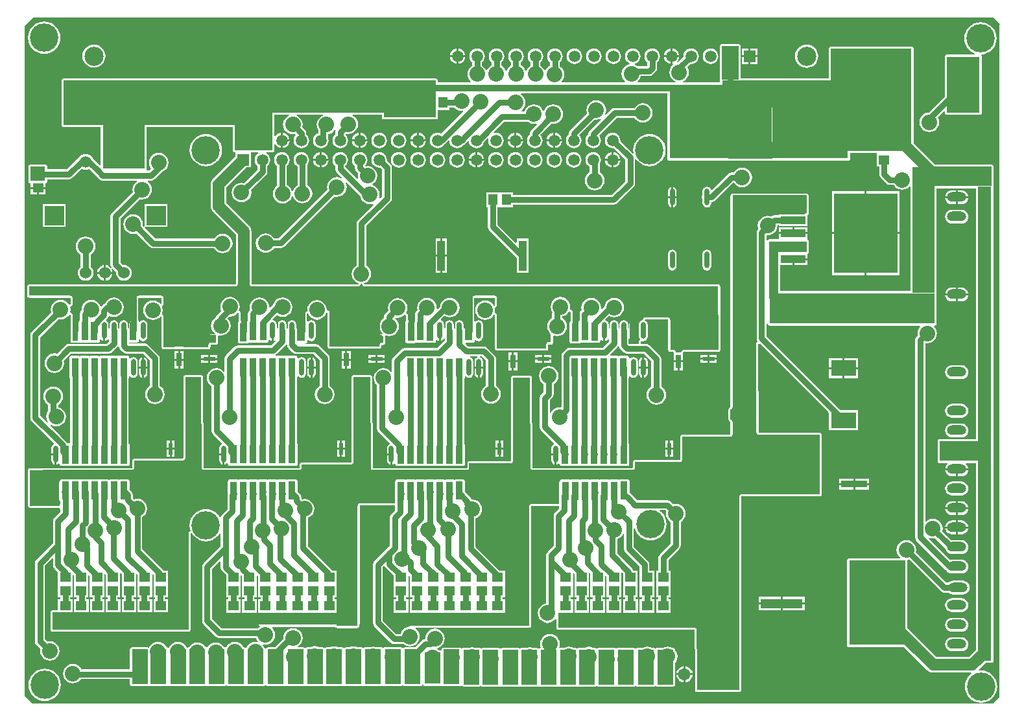
<source format=gtl>
%FSLAX44Y44*%
%MOMM*%
G71*
G01*
G75*
G04 Layer_Physical_Order=1*
G04 Layer_Color=255*
%ADD10R,1.4000X1.2000*%
%ADD11R,5.5000X1.2000*%
%ADD12R,0.6500X1.8000*%
%ADD13R,3.4000X0.9000*%
%ADD14O,0.6000X2.2000*%
%ADD15R,1.2000X1.4000*%
%ADD16R,1.0000X4.0000*%
%ADD17R,1.9000X6.3500*%
%ADD18R,3.3000X2.1000*%
%ADD19R,3.2000X1.0500*%
%ADD20R,8.3000X10.4500*%
%ADD21R,1.6000X0.5000*%
%ADD22R,0.5000X1.6000*%
%ADD23C,0.7620*%
%ADD24C,1.5240*%
%ADD25C,0.5080*%
%ADD26R,2.5959X2.1413*%
%ADD27R,1.8822X1.9700*%
%ADD28R,0.3937X1.9939*%
%ADD29R,0.6223X2.7536*%
%ADD30R,0.8255X2.7432*%
%ADD31R,0.7874X2.6543*%
%ADD32R,0.7493X2.9464*%
%ADD33R,1.2767X2.9464*%
%ADD34R,1.6764X0.8763*%
%ADD35R,6.2611X4.6228*%
%ADD36R,11.0236X3.0988*%
%ADD37R,48.6283X4.2037*%
%ADD38R,2.1463X1.1176*%
%ADD39R,1.7969X1.1192*%
%ADD40R,2.0574X1.0668*%
%ADD41R,2.0843X0.1663*%
%ADD42R,4.3195X0.1917*%
%ADD43R,5.8547X7.2263*%
%ADD44R,0.0254X4.3561*%
%ADD45R,1.7399X3.8481*%
%ADD46R,9.8933X7.6962*%
%ADD47R,1.2573X4.7117*%
%ADD48R,5.7150X2.1971*%
%ADD49R,2.0955X4.5339*%
%ADD50R,2.0066X4.1656*%
%ADD51R,2.1717X4.4831*%
%ADD52R,4.3180X7.3533*%
%ADD53R,5.4991X26.4668*%
%ADD54R,1.1430X6.0833*%
%ADD55R,4.8768X1.3970*%
%ADD56R,21.5265X3.9878*%
%ADD57R,2.8575X16.5227*%
%ADD58R,7.4041X11.0617*%
%ADD59R,6.5659X2.6416*%
%ADD60R,1.7780X61.9887*%
%ADD61R,8.3566X2.5908*%
%ADD62R,13.3223X9.6012*%
%ADD63R,38.5064X0.9398*%
%ADD64R,18.0213X3.6322*%
%ADD65R,10.5791X13.4239*%
%ADD66R,5.5118X5.8928*%
%ADD67R,27.2542X4.5212*%
%ADD68R,6.7818X4.6482*%
%ADD69R,4.9403X4.9276*%
%ADD70R,3.0734X18.1864*%
%ADD71R,9.6774X2.3368*%
%ADD72R,0.9525X2.4765*%
%ADD73R,8.2931X7.8105*%
%ADD74R,3.0734X19.0881*%
%ADD75R,2.0955X16.4973*%
%ADD76R,2.2225X16.4973*%
%ADD77R,2.2310X16.4931*%
%ADD78R,4.9784X3.9751*%
%ADD79R,4.5974X3.8481*%
%ADD80R,3.7973X4.6609*%
%ADD81R,3.4290X3.9751*%
%ADD82R,2.8702X7.5565*%
%ADD83R,6.5024X6.7564*%
%ADD84R,6.4135X7.2263*%
%ADD85R,89.9414X1.2446*%
%ADD86R,0.7889X2.6974*%
%ADD87R,0.9525X2.4892*%
%ADD88R,0.9525X2.3749*%
%ADD89R,1.0033X1.3589*%
%ADD90R,84.1375X0.6477*%
%ADD91R,7.2390X2.7940*%
%ADD92R,7.2390X2.7305*%
%ADD93R,7.2390X2.8702*%
%ADD94R,7.2390X3.0226*%
%ADD95R,4.1910X4.6228*%
%ADD96R,1.9431X19.0754*%
%ADD97R,0.0889X1.5240*%
%ADD98R,2.6670X8.2169*%
%ADD99R,17.7292X2.2479*%
%ADD100R,2.5654X6.9977*%
%ADD101R,17.7292X1.6383*%
%ADD102R,17.7292X1.7018*%
%ADD103R,19.3817X1.9685*%
%ADD104C,2.5000*%
%ADD105C,3.7000*%
%ADD106C,1.5000*%
%ADD107R,1.5000X1.5000*%
%ADD108O,2.5400X1.2700*%
%ADD109R,1.6000X1.6000*%
%ADD110C,1.6000*%
%ADD111R,2.5000X2.5000*%
%ADD112C,1.5240*%
%ADD113C,2.0320*%
G36*
X197041Y1160474D02*
X1450288D01*
Y1160141D01*
X1458793Y1151636D01*
X1458468Y1151311D01*
Y271272D01*
X1457465D01*
X1449584Y263392D01*
X1449584Y263392D01*
X195371D01*
Y263392D01*
X185381Y273382D01*
X185222Y273542D01*
Y1149633D01*
X196664Y1160851D01*
X197041Y1160474D01*
D02*
G37*
%LPC*%
G36*
X393013Y711805D02*
X388493D01*
Y701535D01*
X393013D01*
Y711805D01*
D02*
G37*
G36*
X1253490Y715060D02*
X1235720D01*
Y703290D01*
X1253490D01*
Y715060D01*
D02*
G37*
G36*
X1273800D02*
X1256030D01*
Y703290D01*
X1273800D01*
Y715060D01*
D02*
G37*
G36*
X604012Y711801D02*
X599492D01*
Y701531D01*
X604012D01*
Y711801D01*
D02*
G37*
G36*
X611072D02*
X606552D01*
Y701531D01*
X611072D01*
Y711801D01*
D02*
G37*
G36*
X385953Y711805D02*
X381433D01*
Y701535D01*
X385953D01*
Y711805D01*
D02*
G37*
G36*
X994410Y716516D02*
Y704390D01*
X998789D01*
Y711120D01*
X998359Y713281D01*
X997134Y715114D01*
X995302Y716338D01*
X994410Y716516D01*
D02*
G37*
G36*
X558673Y716517D02*
X557781Y716339D01*
X555949Y715115D01*
X554724Y713282D01*
X554295Y711121D01*
Y704391D01*
X558673D01*
Y716517D01*
D02*
G37*
G36*
X561213D02*
Y704391D01*
X565592D01*
Y711121D01*
X565162Y713282D01*
X563937Y715115D01*
X562105Y716339D01*
X561213Y716517D01*
D02*
G37*
G36*
X339031Y716513D02*
X338139Y716336D01*
X336307Y715111D01*
X335083Y713279D01*
X334652Y711117D01*
Y704387D01*
X339031D01*
Y716513D01*
D02*
G37*
G36*
X341571D02*
Y704387D01*
X345950D01*
Y711117D01*
X345520Y713279D01*
X344295Y715111D01*
X342463Y716336D01*
X341571Y716513D01*
D02*
G37*
G36*
X991870Y716516D02*
X990978Y716338D01*
X989146Y715114D01*
X987921Y713281D01*
X987492Y711120D01*
Y704390D01*
X991870D01*
Y716516D01*
D02*
G37*
G36*
X1044904Y709650D02*
X1040384D01*
Y699380D01*
X1044904D01*
Y709650D01*
D02*
G37*
G36*
X991870Y701850D02*
X987492D01*
Y695120D01*
X987921Y692958D01*
X989146Y691126D01*
X990978Y689901D01*
X991870Y689724D01*
Y701850D01*
D02*
G37*
G36*
X998789D02*
X994410D01*
Y689724D01*
X995302Y689901D01*
X997134Y691126D01*
X998359Y692958D01*
X998789Y695120D01*
Y701850D01*
D02*
G37*
G36*
X558673Y701851D02*
X554295D01*
Y695121D01*
X554724Y692959D01*
X555949Y691127D01*
X557781Y689902D01*
X558673Y689725D01*
Y701851D01*
D02*
G37*
G36*
X1273800Y700750D02*
X1256030D01*
Y688980D01*
X1273800D01*
Y700750D01*
D02*
G37*
G36*
X339031Y701847D02*
X334652D01*
Y695117D01*
X335083Y692956D01*
X336307Y691123D01*
X338139Y689899D01*
X339031Y689721D01*
Y701847D01*
D02*
G37*
G36*
X345950D02*
X341571D01*
Y689721D01*
X342463Y689899D01*
X344295Y691123D01*
X345520Y692956D01*
X345950Y695117D01*
Y701847D01*
D02*
G37*
G36*
X821563Y709646D02*
X817043D01*
Y699376D01*
X821563D01*
Y709646D01*
D02*
G37*
G36*
X828623D02*
X824103D01*
Y699376D01*
X828623D01*
Y709646D01*
D02*
G37*
G36*
X1037844Y709650D02*
X1033324D01*
Y699380D01*
X1037844D01*
Y709650D01*
D02*
G37*
G36*
X565592Y701851D02*
X561213D01*
Y689725D01*
X562105Y689902D01*
X563937Y691127D01*
X565162Y692959D01*
X565592Y695121D01*
Y701851D01*
D02*
G37*
G36*
X777113D02*
X772735D01*
Y695121D01*
X773164Y692959D01*
X774389Y691127D01*
X776221Y689902D01*
X777113Y689725D01*
Y701851D01*
D02*
G37*
G36*
X784032D02*
X779653D01*
Y689725D01*
X780545Y689902D01*
X782377Y691127D01*
X783602Y692959D01*
X784032Y695121D01*
Y701851D01*
D02*
G37*
G36*
X425196Y719053D02*
X415926D01*
Y715283D01*
X425196D01*
Y719053D01*
D02*
G37*
G36*
X437006D02*
X427736D01*
Y715283D01*
X437006D01*
Y719053D01*
D02*
G37*
G36*
X861441Y719307D02*
X852171D01*
Y715537D01*
X861441D01*
Y719307D01*
D02*
G37*
G36*
X393013Y724615D02*
X388493D01*
Y714345D01*
X393013D01*
Y724615D01*
D02*
G37*
G36*
X643763Y719051D02*
X634493D01*
Y715281D01*
X643763D01*
Y719051D01*
D02*
G37*
G36*
X655573D02*
X646303D01*
Y715281D01*
X655573D01*
Y719051D01*
D02*
G37*
G36*
X1401139Y797306D02*
X1387260D01*
X1387398Y796255D01*
X1388294Y794093D01*
X1389719Y792236D01*
X1391576Y790811D01*
X1393738Y789915D01*
X1396059Y789609D01*
X1401139D01*
Y797306D01*
D02*
G37*
G36*
X1417559D02*
X1403679D01*
Y789609D01*
X1408759D01*
X1411080Y789915D01*
X1413242Y790811D01*
X1415100Y792236D01*
X1416525Y794093D01*
X1417420Y796255D01*
X1417559Y797306D01*
D02*
G37*
G36*
X1401139Y807543D02*
X1396059D01*
X1393738Y807237D01*
X1391576Y806341D01*
X1389719Y804916D01*
X1388294Y803059D01*
X1387398Y800897D01*
X1387260Y799846D01*
X1401139D01*
Y807543D01*
D02*
G37*
G36*
X873251Y719307D02*
X863981D01*
Y715537D01*
X873251D01*
Y719307D01*
D02*
G37*
G36*
X1077214Y719310D02*
X1067944D01*
Y715540D01*
X1077214D01*
Y719310D01*
D02*
G37*
G36*
X1089024D02*
X1079754D01*
Y715540D01*
X1089024D01*
Y719310D01*
D02*
G37*
G36*
X385953Y724615D02*
X381433D01*
Y714345D01*
X385953D01*
Y724615D01*
D02*
G37*
G36*
X437006Y712743D02*
X427736D01*
Y708973D01*
X437006D01*
Y712743D01*
D02*
G37*
G36*
X861441Y712997D02*
X852171D01*
Y709227D01*
X861441D01*
Y712997D01*
D02*
G37*
G36*
X873251D02*
X863981D01*
Y709227D01*
X873251D01*
Y712997D01*
D02*
G37*
G36*
X643763Y712741D02*
X634493D01*
Y708971D01*
X643763D01*
Y712741D01*
D02*
G37*
G36*
X655573D02*
X646303D01*
Y708971D01*
X655573D01*
Y712741D01*
D02*
G37*
G36*
X425196Y712743D02*
X415926D01*
Y708973D01*
X425196D01*
Y712743D01*
D02*
G37*
G36*
X828623Y722456D02*
X824103D01*
Y712186D01*
X828623D01*
Y722456D01*
D02*
G37*
G36*
X604012Y724611D02*
X599492D01*
Y714341D01*
X604012D01*
Y724611D01*
D02*
G37*
G36*
X611072D02*
X606552D01*
Y714341D01*
X611072D01*
Y724611D01*
D02*
G37*
G36*
X1077214Y713000D02*
X1067944D01*
Y709230D01*
X1077214D01*
Y713000D01*
D02*
G37*
G36*
X1089024D02*
X1079754D01*
Y709230D01*
X1089024D01*
Y713000D01*
D02*
G37*
G36*
X821563Y722456D02*
X817043D01*
Y712186D01*
X821563D01*
Y722456D01*
D02*
G37*
G36*
X1253490Y700750D02*
X1235720D01*
Y688980D01*
X1253490D01*
Y700750D01*
D02*
G37*
G36*
X1401191Y517906D02*
X1387312D01*
X1387450Y516855D01*
X1388346Y514693D01*
X1389771Y512836D01*
X1391628Y511411D01*
X1393790Y510515D01*
X1396111Y510209D01*
X1401191D01*
Y517906D01*
D02*
G37*
G36*
X1417610D02*
X1403731D01*
Y510209D01*
X1408811D01*
X1411132Y510515D01*
X1413294Y511411D01*
X1415151Y512836D01*
X1416576Y514693D01*
X1417472Y516855D01*
X1417610Y517906D01*
D02*
G37*
G36*
X1401191Y528143D02*
X1396111D01*
X1393790Y527837D01*
X1391628Y526941D01*
X1389771Y525516D01*
X1388346Y523659D01*
X1387450Y521497D01*
X1387312Y520446D01*
X1401191D01*
Y528143D01*
D02*
G37*
G36*
X1417610Y492760D02*
X1403731D01*
Y485063D01*
X1408811D01*
X1411132Y485369D01*
X1413294Y486265D01*
X1415151Y487690D01*
X1416576Y489547D01*
X1417472Y491709D01*
X1417610Y492760D01*
D02*
G37*
G36*
X1401191Y502997D02*
X1396111D01*
X1393790Y502691D01*
X1391628Y501795D01*
X1389771Y500370D01*
X1388346Y498513D01*
X1387450Y496351D01*
X1387312Y495300D01*
X1401191D01*
Y502997D01*
D02*
G37*
G36*
X1408811D02*
X1403731D01*
Y495300D01*
X1417610D01*
X1417472Y496351D01*
X1416576Y498513D01*
X1415151Y500370D01*
X1413294Y501795D01*
X1411132Y502691D01*
X1408811Y502997D01*
D02*
G37*
G36*
X1288004Y549148D02*
X1269734D01*
Y543378D01*
X1288004D01*
Y549148D01*
D02*
G37*
G36*
X1267194Y557458D02*
X1248924D01*
Y551688D01*
X1267194D01*
Y557458D01*
D02*
G37*
G36*
X1288004D02*
X1269734D01*
Y551688D01*
X1288004D01*
Y557458D01*
D02*
G37*
G36*
X1408811Y528143D02*
X1403731D01*
Y520446D01*
X1417610D01*
X1417472Y521497D01*
X1416576Y523659D01*
X1415151Y525516D01*
X1413294Y526941D01*
X1411132Y527837D01*
X1408811Y528143D01*
D02*
G37*
G36*
Y553797D02*
X1396111D01*
X1393790Y553491D01*
X1391628Y552595D01*
X1389771Y551170D01*
X1388346Y549313D01*
X1387450Y547151D01*
X1387144Y544830D01*
X1387450Y542509D01*
X1388346Y540347D01*
X1389771Y538490D01*
X1391628Y537065D01*
X1393790Y536169D01*
X1396111Y535863D01*
X1408811D01*
X1411132Y536169D01*
X1413294Y537065D01*
X1415151Y538490D01*
X1416576Y540347D01*
X1417472Y542509D01*
X1417778Y544830D01*
X1417472Y547151D01*
X1416576Y549313D01*
X1415151Y551170D01*
X1413294Y552595D01*
X1411132Y553491D01*
X1408811Y553797D01*
D02*
G37*
G36*
X1267194Y549148D02*
X1248924D01*
Y543378D01*
X1267194D01*
Y549148D01*
D02*
G37*
G36*
X1401191Y492760D02*
X1387312D01*
X1387450Y491709D01*
X1388346Y489547D01*
X1389771Y487690D01*
X1391628Y486265D01*
X1393790Y485369D01*
X1396111Y485063D01*
X1401191D01*
Y492760D01*
D02*
G37*
G36*
X1045718Y312597D02*
X1044237Y312402D01*
X1041673Y311340D01*
X1039471Y309650D01*
X1037781Y307449D01*
X1036719Y304884D01*
X1036524Y303403D01*
X1045718D01*
Y312597D01*
D02*
G37*
G36*
X1048258D02*
Y303403D01*
X1057452D01*
X1057257Y304884D01*
X1056195Y307449D01*
X1054505Y309650D01*
X1052303Y311340D01*
X1049740Y312402D01*
X1048258Y312597D01*
D02*
G37*
G36*
X1408811Y350343D02*
X1396111D01*
X1393790Y350037D01*
X1391628Y349141D01*
X1389771Y347716D01*
X1388346Y345859D01*
X1387450Y343697D01*
X1387144Y341376D01*
X1387450Y339055D01*
X1388346Y336893D01*
X1389771Y335036D01*
X1391628Y333611D01*
X1393790Y332715D01*
X1396111Y332409D01*
X1408811D01*
X1411132Y332715D01*
X1413294Y333611D01*
X1415151Y335036D01*
X1416576Y336893D01*
X1417472Y339055D01*
X1417778Y341376D01*
X1417472Y343697D01*
X1416576Y345859D01*
X1415151Y347716D01*
X1413294Y349141D01*
X1411132Y350037D01*
X1408811Y350343D01*
D02*
G37*
G36*
X211646Y309316D02*
X207521Y308910D01*
X203555Y307707D01*
X199900Y305753D01*
X196696Y303124D01*
X194067Y299920D01*
X192113Y296265D01*
X190910Y292299D01*
X190504Y288174D01*
X190910Y284050D01*
X192113Y280084D01*
X194067Y276428D01*
X196696Y273225D01*
X199900Y270595D01*
X203555Y268642D01*
X207521Y267439D01*
X211646Y267032D01*
X215771Y267439D01*
X219737Y268642D01*
X223392Y270595D01*
X226595Y273225D01*
X229225Y276428D01*
X231178Y280084D01*
X232382Y284050D01*
X232788Y288174D01*
X232382Y292299D01*
X231178Y296265D01*
X229225Y299920D01*
X226595Y303124D01*
X223392Y305753D01*
X219737Y307707D01*
X215771Y308910D01*
X211646Y309316D01*
D02*
G37*
G36*
X1045718Y300863D02*
X1036524D01*
X1036719Y299382D01*
X1037781Y296817D01*
X1039471Y294616D01*
X1041673Y292926D01*
X1044237Y291864D01*
X1045718Y291669D01*
Y300863D01*
D02*
G37*
G36*
X1057452D02*
X1048258D01*
Y291669D01*
X1049740Y291864D01*
X1052303Y292926D01*
X1054505Y294616D01*
X1056195Y296817D01*
X1057257Y299382D01*
X1057452Y300863D01*
D02*
G37*
G36*
X1203734Y393319D02*
X1174964D01*
Y386049D01*
X1203734D01*
Y393319D01*
D02*
G37*
G36*
X1172424Y403129D02*
X1143654D01*
Y395859D01*
X1172424D01*
Y403129D01*
D02*
G37*
G36*
X1203734D02*
X1174964D01*
Y395859D01*
X1203734D01*
Y403129D01*
D02*
G37*
G36*
X1408811Y375743D02*
X1396111D01*
X1393790Y375437D01*
X1391628Y374541D01*
X1389771Y373116D01*
X1388346Y371259D01*
X1387450Y369097D01*
X1387144Y366776D01*
X1387450Y364455D01*
X1388346Y362293D01*
X1389771Y360436D01*
X1391628Y359011D01*
X1393790Y358115D01*
X1396111Y357809D01*
X1408811D01*
X1411132Y358115D01*
X1413294Y359011D01*
X1415151Y360436D01*
X1416576Y362293D01*
X1417472Y364455D01*
X1417778Y366776D01*
X1417472Y369097D01*
X1416576Y371259D01*
X1415151Y373116D01*
X1413294Y374541D01*
X1411132Y375437D01*
X1408811Y375743D01*
D02*
G37*
G36*
Y401397D02*
X1396111D01*
X1393790Y401091D01*
X1391628Y400195D01*
X1389771Y398770D01*
X1388346Y396913D01*
X1387450Y394751D01*
X1387144Y392430D01*
X1387450Y390109D01*
X1388346Y387947D01*
X1389771Y386090D01*
X1391628Y384665D01*
X1393790Y383769D01*
X1396111Y383463D01*
X1408811D01*
X1411132Y383769D01*
X1413294Y384665D01*
X1415151Y386090D01*
X1416576Y387947D01*
X1417472Y390109D01*
X1417778Y392430D01*
X1417472Y394751D01*
X1416576Y396913D01*
X1415151Y398770D01*
X1413294Y400195D01*
X1411132Y401091D01*
X1408811Y401397D01*
D02*
G37*
G36*
X1172424Y393319D02*
X1143654D01*
Y386049D01*
X1172424D01*
Y393319D01*
D02*
G37*
G36*
X597173Y607186D02*
X593403D01*
Y597916D01*
X597173D01*
Y607186D01*
D02*
G37*
G36*
X603483D02*
X599713D01*
Y597916D01*
X603483D01*
Y607186D01*
D02*
G37*
G36*
X804183D02*
X800413D01*
Y597916D01*
X804183D01*
Y607186D01*
D02*
G37*
G36*
X1032108Y595376D02*
X1028338D01*
Y586106D01*
X1032108D01*
Y595376D01*
D02*
G37*
G36*
X374796Y607186D02*
X371026D01*
Y597916D01*
X374796D01*
Y607186D01*
D02*
G37*
G36*
X381106D02*
X377336D01*
Y597916D01*
X381106D01*
Y607186D01*
D02*
G37*
G36*
X1408811Y629743D02*
X1396111D01*
X1393790Y629437D01*
X1391628Y628541D01*
X1389771Y627116D01*
X1388346Y625259D01*
X1387450Y623097D01*
X1387144Y620776D01*
X1387450Y618455D01*
X1388346Y616293D01*
X1389771Y614436D01*
X1391628Y613011D01*
X1393790Y612115D01*
X1396111Y611809D01*
X1408811D01*
X1411132Y612115D01*
X1413294Y613011D01*
X1415151Y614436D01*
X1416576Y616293D01*
X1417472Y618455D01*
X1417778Y620776D01*
X1417472Y623097D01*
X1416576Y625259D01*
X1415151Y627116D01*
X1413294Y628541D01*
X1411132Y629437D01*
X1408811Y629743D01*
D02*
G37*
G36*
Y655397D02*
X1396111D01*
X1393790Y655091D01*
X1391628Y654195D01*
X1389771Y652770D01*
X1388346Y650913D01*
X1387450Y648751D01*
X1387144Y646430D01*
X1387450Y644109D01*
X1388346Y641947D01*
X1389771Y640090D01*
X1391628Y638665D01*
X1393790Y637769D01*
X1396111Y637463D01*
X1408811D01*
X1411132Y637769D01*
X1413294Y638665D01*
X1415151Y640090D01*
X1416576Y641947D01*
X1417472Y644109D01*
X1417778Y646430D01*
X1417472Y648751D01*
X1416576Y650913D01*
X1415151Y652770D01*
X1413294Y654195D01*
X1411132Y655091D01*
X1408811Y655397D01*
D02*
G37*
G36*
Y705943D02*
X1396111D01*
X1393790Y705637D01*
X1391628Y704741D01*
X1389771Y703316D01*
X1388346Y701459D01*
X1387450Y699297D01*
X1387144Y696976D01*
X1387450Y694655D01*
X1388346Y692493D01*
X1389771Y690636D01*
X1391628Y689211D01*
X1393790Y688315D01*
X1396111Y688009D01*
X1408811D01*
X1411132Y688315D01*
X1413294Y689211D01*
X1415151Y690636D01*
X1416576Y692493D01*
X1417472Y694655D01*
X1417778Y696976D01*
X1417472Y699297D01*
X1416576Y701459D01*
X1415151Y703316D01*
X1413294Y704741D01*
X1411132Y705637D01*
X1408811Y705943D01*
D02*
G37*
G36*
X810493Y607186D02*
X806723D01*
Y597916D01*
X810493D01*
Y607186D01*
D02*
G37*
G36*
X1025798D02*
X1022028D01*
Y597916D01*
X1025798D01*
Y607186D01*
D02*
G37*
G36*
X1032108D02*
X1028338D01*
Y597916D01*
X1032108D01*
Y607186D01*
D02*
G37*
G36*
X1025798Y595376D02*
X1022028D01*
Y586106D01*
X1025798D01*
Y595376D01*
D02*
G37*
G36*
X444119Y588417D02*
X439740D01*
Y581687D01*
X440170Y579525D01*
X441395Y577693D01*
X443227Y576468D01*
X444119Y576291D01*
Y588417D01*
D02*
G37*
G36*
X663067D02*
X658689D01*
Y581687D01*
X659118Y579525D01*
X660343Y577693D01*
X662175Y576468D01*
X663067Y576291D01*
Y588417D01*
D02*
G37*
G36*
X877570D02*
X873192D01*
Y581687D01*
X873621Y579525D01*
X874846Y577693D01*
X876678Y576468D01*
X877570Y576291D01*
Y588417D01*
D02*
G37*
G36*
X1401191Y568706D02*
X1387312D01*
X1387450Y567655D01*
X1388346Y565493D01*
X1389771Y563636D01*
X1391628Y562211D01*
X1393790Y561315D01*
X1396111Y561009D01*
X1401191D01*
Y568706D01*
D02*
G37*
G36*
X1417610D02*
X1403731D01*
Y561009D01*
X1408811D01*
X1411132Y561315D01*
X1413294Y562211D01*
X1415151Y563636D01*
X1416576Y565493D01*
X1417472Y567655D01*
X1417610Y568706D01*
D02*
G37*
G36*
X224790Y588417D02*
X220411D01*
Y581687D01*
X220841Y579525D01*
X222066Y577693D01*
X223898Y576468D01*
X224790Y576291D01*
Y588417D01*
D02*
G37*
G36*
X603483Y595376D02*
X599713D01*
Y586106D01*
X603483D01*
Y595376D01*
D02*
G37*
G36*
X804183D02*
X800413D01*
Y586106D01*
X804183D01*
Y595376D01*
D02*
G37*
G36*
X810493D02*
X806723D01*
Y586106D01*
X810493D01*
Y595376D01*
D02*
G37*
G36*
X374796D02*
X371026D01*
Y586106D01*
X374796D01*
Y595376D01*
D02*
G37*
G36*
X381106D02*
X377336D01*
Y586106D01*
X381106D01*
Y595376D01*
D02*
G37*
G36*
X597173D02*
X593403D01*
Y586106D01*
X597173D01*
Y595376D01*
D02*
G37*
G36*
X570992Y984430D02*
X569641Y984253D01*
X567199Y983241D01*
X565101Y981632D01*
X563492Y979534D01*
X562480Y977092D01*
X562303Y975741D01*
X570992D01*
Y984430D01*
D02*
G37*
G36*
X573532D02*
Y975741D01*
X582221D01*
X582044Y977092D01*
X581032Y979534D01*
X579423Y981632D01*
X577325Y983241D01*
X574883Y984253D01*
X573532Y984430D01*
D02*
G37*
G36*
X774192D02*
X772841Y984253D01*
X770399Y983241D01*
X768301Y981632D01*
X766692Y979534D01*
X765680Y977092D01*
X765503Y975741D01*
X774192D01*
Y984430D01*
D02*
G37*
G36*
X953262Y1009998D02*
X950641Y1009653D01*
X948199Y1008641D01*
X946101Y1007032D01*
X944492Y1004934D01*
X943480Y1002492D01*
X943135Y999871D01*
X943480Y997250D01*
X944492Y994808D01*
X946101Y992710D01*
X948199Y991101D01*
X950641Y990089D01*
X953262Y989744D01*
X954119Y989857D01*
X969521Y974456D01*
Y946546D01*
X951723Y928748D01*
X823101D01*
Y931814D01*
X806021D01*
D01*
D01*
X806021Y931814D01*
X805101D01*
Y931814D01*
X788021D01*
Y912734D01*
X790086D01*
Y887078D01*
X790086Y887078D01*
X790086D01*
X790579Y884601D01*
X791983Y882500D01*
X827923Y846560D01*
Y826456D01*
X843003D01*
Y871536D01*
X827923D01*
Y866532D01*
X826750Y866046D01*
X803035Y889760D01*
Y912734D01*
X805101D01*
Y912734D01*
X805101D01*
X805101Y912734D01*
X806021D01*
Y912734D01*
X823101D01*
Y915800D01*
X954405D01*
X956883Y916292D01*
X958983Y917696D01*
X958983Y917696D01*
X958983Y917696D01*
X980573Y939286D01*
X981977Y941386D01*
X982469Y943864D01*
X982469Y943864D01*
X982469Y943864D01*
Y943864D01*
Y974773D01*
X983689Y975425D01*
X986319Y972222D01*
X989522Y969592D01*
X993177Y967638D01*
X997143Y966435D01*
X1001268Y966029D01*
X1005393Y966435D01*
X1009359Y967638D01*
X1013014Y969592D01*
X1016217Y972222D01*
X1018847Y975425D01*
X1020800Y979080D01*
X1022004Y983046D01*
X1022410Y987171D01*
X1022004Y991296D01*
X1020800Y995262D01*
X1018847Y998917D01*
X1016217Y1002121D01*
X1013014Y1004750D01*
X1009359Y1006703D01*
X1005393Y1007907D01*
X1001268Y1008313D01*
X997143Y1007907D01*
X993177Y1006703D01*
X989522Y1004750D01*
X986319Y1002121D01*
X983689Y998917D01*
X981736Y995262D01*
X980532Y991296D01*
X980126Y987171D01*
X980489Y983492D01*
X979341Y982949D01*
X963276Y999014D01*
X963389Y999871D01*
X963044Y1002492D01*
X962032Y1004934D01*
X960423Y1007032D01*
X958325Y1008641D01*
X955883Y1009653D01*
X953262Y1009998D01*
D02*
G37*
G36*
X951992Y973201D02*
X943303D01*
X943480Y971850D01*
X944492Y969408D01*
X946101Y967310D01*
X948199Y965701D01*
X950641Y964689D01*
X951992Y964512D01*
Y973201D01*
D02*
G37*
G36*
X963221D02*
X954532D01*
Y964512D01*
X955883Y964689D01*
X958325Y965701D01*
X960423Y967310D01*
X962032Y969408D01*
X963044Y971850D01*
X963221Y973201D01*
D02*
G37*
G36*
X422148Y1008313D02*
X418023Y1007907D01*
X414057Y1006703D01*
X410402Y1004750D01*
X407198Y1002121D01*
X404569Y998917D01*
X402616Y995262D01*
X401412Y991296D01*
X401006Y987171D01*
X401412Y983046D01*
X402616Y979080D01*
X404569Y975425D01*
X407198Y972222D01*
X410402Y969592D01*
X414057Y967638D01*
X418023Y966435D01*
X422148Y966029D01*
X426273Y966435D01*
X430239Y967638D01*
X433894Y969592D01*
X437098Y972222D01*
X439727Y975425D01*
X441680Y979080D01*
X442884Y983046D01*
X443290Y987171D01*
X442884Y991296D01*
X441680Y995262D01*
X439727Y998917D01*
X437098Y1002121D01*
X433894Y1004750D01*
X430239Y1006703D01*
X426273Y1007907D01*
X422148Y1008313D01*
D02*
G37*
G36*
X673862Y1009998D02*
X671241Y1009653D01*
X668799Y1008641D01*
X666701Y1007032D01*
X665092Y1004934D01*
X664080Y1002492D01*
X663735Y999871D01*
X664080Y997250D01*
X665092Y994808D01*
X666701Y992710D01*
X668799Y991101D01*
X671241Y990089D01*
X673862Y989744D01*
X676483Y990089D01*
X678925Y991101D01*
X681023Y992710D01*
X682632Y994808D01*
X683644Y997250D01*
X683989Y999871D01*
X683644Y1002492D01*
X682632Y1004934D01*
X681023Y1007032D01*
X678925Y1008641D01*
X676483Y1009653D01*
X673862Y1009998D01*
D02*
G37*
G36*
X531421Y998601D02*
X522732D01*
Y989912D01*
X524083Y990089D01*
X526525Y991101D01*
X528623Y992710D01*
X530232Y994808D01*
X531244Y997250D01*
X531421Y998601D01*
D02*
G37*
G36*
X621792D02*
X613103D01*
X613280Y997250D01*
X614292Y994808D01*
X615901Y992710D01*
X617999Y991101D01*
X620441Y990089D01*
X621792Y989912D01*
Y998601D01*
D02*
G37*
G36*
X648462Y1009998D02*
X645841Y1009653D01*
X643399Y1008641D01*
X641301Y1007032D01*
X639692Y1004934D01*
X638680Y1002492D01*
X638335Y999871D01*
X638680Y997250D01*
X639692Y994808D01*
X641301Y992710D01*
X643399Y991101D01*
X645841Y990089D01*
X648462Y989744D01*
X651083Y990089D01*
X653525Y991101D01*
X655623Y992710D01*
X657232Y994808D01*
X658244Y997250D01*
X658589Y999871D01*
X658244Y1002492D01*
X657232Y1004934D01*
X655623Y1007032D01*
X653525Y1008641D01*
X651083Y1009653D01*
X648462Y1009998D01*
D02*
G37*
G36*
X776732Y984430D02*
Y975741D01*
X785421D01*
X785244Y977092D01*
X784232Y979534D01*
X782623Y981632D01*
X780525Y983241D01*
X778083Y984253D01*
X776732Y984430D01*
D02*
G37*
G36*
X951992D02*
X950641Y984253D01*
X948199Y983241D01*
X946101Y981632D01*
X944492Y979534D01*
X943480Y977092D01*
X943303Y975741D01*
X951992D01*
Y984430D01*
D02*
G37*
G36*
X954532D02*
Y975741D01*
X963221D01*
X963044Y977092D01*
X962032Y979534D01*
X960423Y981632D01*
X958325Y983241D01*
X955883Y984253D01*
X954532Y984430D01*
D02*
G37*
G36*
X750062Y984598D02*
X747441Y984253D01*
X744999Y983241D01*
X742901Y981632D01*
X741292Y979534D01*
X740280Y977092D01*
X739935Y974471D01*
X740280Y971850D01*
X741292Y969408D01*
X742901Y967310D01*
X744999Y965701D01*
X747441Y964689D01*
X750062Y964344D01*
X752683Y964689D01*
X755125Y965701D01*
X757223Y967310D01*
X758832Y969408D01*
X759844Y971850D01*
X760189Y974471D01*
X759844Y977092D01*
X758832Y979534D01*
X757223Y981632D01*
X755125Y983241D01*
X752683Y984253D01*
X750062Y984598D01*
D02*
G37*
G36*
X800862D02*
X798241Y984253D01*
X795799Y983241D01*
X793701Y981632D01*
X792092Y979534D01*
X791080Y977092D01*
X790735Y974471D01*
X791080Y971850D01*
X792092Y969408D01*
X793701Y967310D01*
X795799Y965701D01*
X798241Y964689D01*
X800862Y964344D01*
X803483Y964689D01*
X805925Y965701D01*
X808023Y967310D01*
X809632Y969408D01*
X810644Y971850D01*
X810989Y974471D01*
X810644Y977092D01*
X809632Y979534D01*
X808023Y981632D01*
X805925Y983241D01*
X803483Y984253D01*
X800862Y984598D01*
D02*
G37*
G36*
X826262D02*
X823641Y984253D01*
X821199Y983241D01*
X819101Y981632D01*
X817492Y979534D01*
X816480Y977092D01*
X816135Y974471D01*
X816480Y971850D01*
X817492Y969408D01*
X819101Y967310D01*
X821199Y965701D01*
X823641Y964689D01*
X826262Y964344D01*
X828883Y964689D01*
X831325Y965701D01*
X833423Y967310D01*
X835032Y969408D01*
X836044Y971850D01*
X836389Y974471D01*
X836044Y977092D01*
X835032Y979534D01*
X833423Y981632D01*
X831325Y983241D01*
X828883Y984253D01*
X826262Y984598D01*
D02*
G37*
G36*
X724662D02*
X722041Y984253D01*
X719599Y983241D01*
X717501Y981632D01*
X715892Y979534D01*
X714880Y977092D01*
X714535Y974471D01*
X714880Y971850D01*
X715892Y969408D01*
X717501Y967310D01*
X719599Y965701D01*
X722041Y964689D01*
X724662Y964344D01*
X727283Y964689D01*
X729725Y965701D01*
X731823Y967310D01*
X733432Y969408D01*
X734444Y971850D01*
X734789Y974471D01*
X734444Y977092D01*
X733432Y979534D01*
X731823Y981632D01*
X729725Y983241D01*
X727283Y984253D01*
X724662Y984598D01*
D02*
G37*
G36*
X1122299Y964167D02*
X1118984Y963730D01*
X1115894Y962450D01*
X1113241Y960415D01*
X1111259Y957831D01*
X1108202D01*
X1105724Y957339D01*
X1103624Y955935D01*
X1082830Y935141D01*
X1081614Y935509D01*
X1081544Y935865D01*
X1080319Y937697D01*
X1078487Y938922D01*
X1076325Y939352D01*
X1074163Y938922D01*
X1072331Y937697D01*
X1071106Y935865D01*
X1070676Y933703D01*
Y928679D01*
X1070343Y928181D01*
X1069851Y925703D01*
X1070343Y923225D01*
X1070676Y922727D01*
Y917703D01*
X1071106Y915541D01*
X1072331Y913709D01*
X1074163Y912484D01*
X1076325Y912055D01*
X1078487Y912484D01*
X1080319Y913709D01*
X1081544Y915541D01*
X1081973Y917703D01*
Y919229D01*
X1082548D01*
X1085026Y919721D01*
X1087126Y921125D01*
X1110415Y944414D01*
X1111682Y944331D01*
X1113241Y942299D01*
X1115894Y940264D01*
X1118984Y938984D01*
X1122299Y938547D01*
X1125614Y938984D01*
X1128704Y940264D01*
X1131357Y942299D01*
X1133392Y944952D01*
X1134672Y948042D01*
X1135109Y951357D01*
X1134672Y954672D01*
X1133392Y957762D01*
X1131357Y960415D01*
X1128704Y962450D01*
X1125614Y963730D01*
X1122299Y964167D01*
D02*
G37*
G36*
X673862Y984598D02*
X671241Y984253D01*
X668799Y983241D01*
X666701Y981632D01*
X665092Y979534D01*
X664080Y977092D01*
X663735Y974471D01*
X664080Y971850D01*
X665092Y969408D01*
X666701Y967310D01*
X668799Y965701D01*
X671241Y964689D01*
X673862Y964344D01*
X676483Y964689D01*
X678925Y965701D01*
X681023Y967310D01*
X682632Y969408D01*
X683644Y971850D01*
X683989Y974471D01*
X683644Y977092D01*
X682632Y979534D01*
X681023Y981632D01*
X678925Y983241D01*
X676483Y984253D01*
X673862Y984598D01*
D02*
G37*
G36*
X699262D02*
X696641Y984253D01*
X694199Y983241D01*
X692101Y981632D01*
X690492Y979534D01*
X689480Y977092D01*
X689135Y974471D01*
X689480Y971850D01*
X690492Y969408D01*
X692101Y967310D01*
X694199Y965701D01*
X696641Y964689D01*
X699262Y964344D01*
X701883Y964689D01*
X704325Y965701D01*
X706423Y967310D01*
X708032Y969408D01*
X709044Y971850D01*
X709389Y974471D01*
X709044Y977092D01*
X708032Y979534D01*
X706423Y981632D01*
X704325Y983241D01*
X701883Y984253D01*
X699262Y984598D01*
D02*
G37*
G36*
X582221Y973201D02*
X573532D01*
Y964512D01*
X574883Y964689D01*
X577325Y965701D01*
X579423Y967310D01*
X581032Y969408D01*
X582044Y971850D01*
X582221Y973201D01*
D02*
G37*
G36*
X774192D02*
X765503D01*
X765680Y971850D01*
X766692Y969408D01*
X768301Y967310D01*
X770399Y965701D01*
X772841Y964689D01*
X774192Y964512D01*
Y973201D01*
D02*
G37*
G36*
X785421D02*
X776732D01*
Y964512D01*
X778083Y964689D01*
X780525Y965701D01*
X782623Y967310D01*
X784232Y969408D01*
X785244Y971850D01*
X785421Y973201D01*
D02*
G37*
G36*
X570992D02*
X562303D01*
X562480Y971850D01*
X563492Y969408D01*
X565101Y967310D01*
X567199Y965701D01*
X569641Y964689D01*
X570992Y964512D01*
Y973201D01*
D02*
G37*
G36*
X851662Y984598D02*
X849041Y984253D01*
X846599Y983241D01*
X844501Y981632D01*
X842892Y979534D01*
X841880Y977092D01*
X841535Y974471D01*
X841880Y971850D01*
X842892Y969408D01*
X844501Y967310D01*
X846599Y965701D01*
X849041Y964689D01*
X851662Y964344D01*
X854283Y964689D01*
X856725Y965701D01*
X858823Y967310D01*
X860432Y969408D01*
X861444Y971850D01*
X861789Y974471D01*
X861444Y977092D01*
X860432Y979534D01*
X858823Y981632D01*
X856725Y983241D01*
X854283Y984253D01*
X851662Y984598D01*
D02*
G37*
G36*
X877062D02*
X874441Y984253D01*
X871999Y983241D01*
X869901Y981632D01*
X868292Y979534D01*
X867280Y977092D01*
X866935Y974471D01*
X867280Y971850D01*
X868292Y969408D01*
X869901Y967310D01*
X871999Y965701D01*
X874441Y964689D01*
X877062Y964344D01*
X879683Y964689D01*
X882125Y965701D01*
X884223Y967310D01*
X885832Y969408D01*
X886844Y971850D01*
X887189Y974471D01*
X886844Y977092D01*
X885832Y979534D01*
X884223Y981632D01*
X882125Y983241D01*
X879683Y984253D01*
X877062Y984598D01*
D02*
G37*
G36*
X902462D02*
X899841Y984253D01*
X897399Y983241D01*
X895301Y981632D01*
X893692Y979534D01*
X892680Y977092D01*
X892335Y974471D01*
X892680Y971850D01*
X893692Y969408D01*
X895301Y967310D01*
X897399Y965701D01*
X899841Y964689D01*
X902462Y964344D01*
X905083Y964689D01*
X907525Y965701D01*
X909623Y967310D01*
X911232Y969408D01*
X912244Y971850D01*
X912589Y974471D01*
X912244Y977092D01*
X911232Y979534D01*
X909623Y981632D01*
X907525Y983241D01*
X905083Y984253D01*
X902462Y984598D01*
D02*
G37*
G36*
X633021Y998601D02*
X624332D01*
Y989912D01*
X625683Y990089D01*
X628125Y991101D01*
X630223Y992710D01*
X631832Y994808D01*
X632844Y997250D01*
X633021Y998601D01*
D02*
G37*
G36*
X1130630Y1108630D02*
X1121860D01*
Y1099860D01*
X1130630D01*
Y1108630D01*
D02*
G37*
G36*
X1081100Y1120027D02*
X1078479Y1119682D01*
X1076037Y1118670D01*
X1073939Y1117061D01*
X1072330Y1114963D01*
X1071318Y1112521D01*
X1070973Y1109900D01*
X1071318Y1107279D01*
X1072330Y1104837D01*
X1073939Y1102739D01*
X1076037Y1101130D01*
X1078479Y1100118D01*
X1081100Y1099773D01*
X1083721Y1100118D01*
X1086163Y1101130D01*
X1088261Y1102739D01*
X1089870Y1104837D01*
X1090882Y1107279D01*
X1091227Y1109900D01*
X1090882Y1112521D01*
X1089870Y1114963D01*
X1088261Y1117061D01*
X1086163Y1118670D01*
X1083721Y1119682D01*
X1081100Y1120027D01*
D02*
G37*
G36*
X931799Y1052432D02*
X928484Y1051995D01*
X925394Y1050715D01*
X922741Y1048680D01*
X920706Y1046027D01*
X919426Y1042937D01*
X918989Y1039622D01*
X919426Y1036307D01*
X919806Y1035388D01*
X897884Y1013466D01*
X896480Y1011366D01*
X895988Y1008888D01*
Y1007558D01*
X895301Y1007032D01*
X893692Y1004934D01*
X892680Y1002492D01*
X892335Y999871D01*
X892680Y997250D01*
X893692Y994808D01*
X895301Y992710D01*
X897399Y991101D01*
X899841Y990089D01*
X902462Y989744D01*
X905083Y990089D01*
X907525Y991101D01*
X909623Y992710D01*
X911232Y994808D01*
X912244Y997250D01*
X912589Y999871D01*
X912244Y1002492D01*
X911232Y1004934D01*
X909683Y1006953D01*
X929805Y1027075D01*
X931799Y1026812D01*
X935114Y1027249D01*
X937175Y1028102D01*
X937880Y1027046D01*
X923284Y1012450D01*
X921880Y1010350D01*
X921388Y1007872D01*
Y1007558D01*
X920701Y1007032D01*
X919092Y1004934D01*
X918080Y1002492D01*
X917735Y999871D01*
X918080Y997250D01*
X919092Y994808D01*
X920701Y992710D01*
X922799Y991101D01*
X925241Y990089D01*
X927862Y989744D01*
X930483Y990089D01*
X932925Y991101D01*
X935023Y992710D01*
X936632Y994808D01*
X937644Y997250D01*
X937989Y999871D01*
X937644Y1002492D01*
X936632Y1004934D01*
X935524Y1006378D01*
X958357Y1029211D01*
X981592D01*
X983574Y1026627D01*
X986227Y1024592D01*
X989317Y1023312D01*
X992632Y1022875D01*
X995947Y1023312D01*
X999037Y1024592D01*
X1001690Y1026627D01*
X1003725Y1029280D01*
X1005005Y1032370D01*
X1005442Y1035685D01*
X1005005Y1039000D01*
X1003725Y1042090D01*
X1001690Y1044743D01*
X999037Y1046778D01*
X995947Y1048058D01*
X992632Y1048495D01*
X989317Y1048058D01*
X986227Y1046778D01*
X983574Y1044743D01*
X981592Y1042159D01*
X955675D01*
X953197Y1041667D01*
X951097Y1040263D01*
X944375Y1033541D01*
X943319Y1034247D01*
X944172Y1036307D01*
X944609Y1039622D01*
X944172Y1042937D01*
X942892Y1046027D01*
X940857Y1048680D01*
X938204Y1050715D01*
X935114Y1051995D01*
X931799Y1052432D01*
D02*
G37*
G36*
X1141940Y1108630D02*
X1133170D01*
Y1099860D01*
X1141940D01*
Y1108630D01*
D02*
G37*
G36*
X760859D02*
X752170D01*
Y1099941D01*
X753521Y1100118D01*
X755963Y1101130D01*
X758061Y1102739D01*
X759670Y1104837D01*
X760682Y1107279D01*
X760859Y1108630D01*
D02*
G37*
G36*
X749630D02*
X740940D01*
X741118Y1107279D01*
X742130Y1104837D01*
X743739Y1102739D01*
X745837Y1101130D01*
X748279Y1100118D01*
X749630Y1099941D01*
Y1108630D01*
D02*
G37*
G36*
X878332Y1009830D02*
Y1001141D01*
X887021D01*
X886844Y1002492D01*
X885832Y1004934D01*
X884223Y1007032D01*
X882125Y1008641D01*
X879683Y1009653D01*
X878332Y1009830D01*
D02*
G37*
G36*
X928700Y1120027D02*
X926079Y1119682D01*
X923637Y1118670D01*
X921539Y1117061D01*
X919930Y1114963D01*
X918918Y1112521D01*
X918573Y1109900D01*
X918918Y1107279D01*
X919930Y1104837D01*
X921539Y1102739D01*
X923637Y1101130D01*
X926079Y1100118D01*
X928700Y1099773D01*
X931321Y1100118D01*
X933763Y1101130D01*
X935861Y1102739D01*
X937470Y1104837D01*
X938482Y1107279D01*
X938827Y1109900D01*
X938482Y1112521D01*
X937470Y1114963D01*
X935861Y1117061D01*
X933763Y1118670D01*
X931321Y1119682D01*
X928700Y1120027D01*
D02*
G37*
G36*
X954100D02*
X951479Y1119682D01*
X949037Y1118670D01*
X946939Y1117061D01*
X945330Y1114963D01*
X944318Y1112521D01*
X943973Y1109900D01*
X944318Y1107279D01*
X945330Y1104837D01*
X946939Y1102739D01*
X949037Y1101130D01*
X951479Y1100118D01*
X954100Y1099773D01*
X956721Y1100118D01*
X959163Y1101130D01*
X961261Y1102739D01*
X962870Y1104837D01*
X963882Y1107279D01*
X964227Y1109900D01*
X963882Y1112521D01*
X962870Y1114963D01*
X961261Y1117061D01*
X959163Y1118670D01*
X956721Y1119682D01*
X954100Y1120027D01*
D02*
G37*
G36*
X1117600Y1126032D02*
X1095883D01*
X1094892Y1125835D01*
X1094052Y1125273D01*
X1093490Y1124433D01*
X1093293Y1123442D01*
Y1078611D01*
Y1075740D01*
X1044984D01*
X1044737Y1076985D01*
X1046408Y1077678D01*
X1049061Y1079713D01*
X1051096Y1082366D01*
X1052376Y1085456D01*
X1052813Y1088771D01*
X1052376Y1092086D01*
X1051096Y1095176D01*
X1050678Y1095722D01*
X1054843Y1099886D01*
X1055700Y1099773D01*
X1058321Y1100118D01*
X1060763Y1101130D01*
X1062861Y1102739D01*
X1064470Y1104837D01*
X1065481Y1107279D01*
X1065827Y1109900D01*
X1065481Y1112521D01*
X1064470Y1114963D01*
X1062861Y1117061D01*
X1060763Y1118670D01*
X1058321Y1119682D01*
X1055700Y1120027D01*
X1053079Y1119682D01*
X1050637Y1118670D01*
X1048539Y1117061D01*
X1046930Y1114963D01*
X1045918Y1112521D01*
X1045573Y1109900D01*
X1045686Y1109043D01*
X1038456Y1101812D01*
X1037211Y1102060D01*
X1037057Y1102430D01*
X1037461Y1102739D01*
X1039070Y1104837D01*
X1040081Y1107279D01*
X1040259Y1108630D01*
X1031570D01*
Y1099941D01*
X1031706Y1099958D01*
X1032192Y1098785D01*
X1030945Y1097829D01*
X1028910Y1095176D01*
X1027630Y1092086D01*
X1027193Y1088771D01*
X1027630Y1085456D01*
X1028910Y1082366D01*
X1030945Y1079713D01*
X1033598Y1077678D01*
X1035269Y1076985D01*
X1035022Y1075740D01*
X985984D01*
X985575Y1076942D01*
X986704Y1077808D01*
X988739Y1080461D01*
X990019Y1083551D01*
X990055Y1083821D01*
X1000887D01*
X1003365Y1084313D01*
X1005465Y1085717D01*
X1005465Y1085717D01*
X1005465Y1085717D01*
X1009478Y1089730D01*
X1010882Y1091831D01*
X1011375Y1094308D01*
X1011375Y1094308D01*
X1011375Y1094308D01*
Y1094308D01*
Y1102213D01*
X1012061Y1102739D01*
X1013670Y1104837D01*
X1014681Y1107279D01*
X1015027Y1109900D01*
X1014681Y1112521D01*
X1013670Y1114963D01*
X1012061Y1117061D01*
X1009963Y1118670D01*
X1007521Y1119682D01*
X1004900Y1120027D01*
X1002279Y1119682D01*
X999837Y1118670D01*
X997739Y1117061D01*
X996130Y1114963D01*
X995118Y1112521D01*
X994773Y1109900D01*
X995118Y1107279D01*
X996130Y1104837D01*
X997739Y1102739D01*
X998426Y1102213D01*
Y1096990D01*
X998205Y1096769D01*
X985602D01*
X984051Y1097959D01*
X981897Y1098852D01*
X982063Y1100111D01*
X982121Y1100118D01*
X984563Y1101130D01*
X986661Y1102739D01*
X988270Y1104837D01*
X989281Y1107279D01*
X989627Y1109900D01*
X989281Y1112521D01*
X988270Y1114963D01*
X986661Y1117061D01*
X984563Y1118670D01*
X982121Y1119682D01*
X979500Y1120027D01*
X976879Y1119682D01*
X974437Y1118670D01*
X972339Y1117061D01*
X970730Y1114963D01*
X969718Y1112521D01*
X969373Y1109900D01*
X969718Y1107279D01*
X970730Y1104837D01*
X972339Y1102739D01*
X974437Y1101130D01*
X975609Y1100645D01*
X975443Y1099386D01*
X974331Y1099239D01*
X971241Y1097959D01*
X968588Y1095924D01*
X966553Y1093271D01*
X965273Y1090181D01*
X964836Y1086866D01*
X965273Y1083551D01*
X966553Y1080461D01*
X968588Y1077808D01*
X969717Y1076942D01*
X969308Y1075740D01*
X886647D01*
X886247Y1076919D01*
X888282Y1079572D01*
X889562Y1082662D01*
X889999Y1085977D01*
X889562Y1089292D01*
X888282Y1092382D01*
X886247Y1095035D01*
X884375Y1096471D01*
Y1102213D01*
X885061Y1102739D01*
X886670Y1104837D01*
X887682Y1107279D01*
X888027Y1109900D01*
X887682Y1112521D01*
X886670Y1114963D01*
X885061Y1117061D01*
X882963Y1118670D01*
X880521Y1119682D01*
X877900Y1120027D01*
X875279Y1119682D01*
X872837Y1118670D01*
X870739Y1117061D01*
X869130Y1114963D01*
X868118Y1112521D01*
X867773Y1109900D01*
X868118Y1107279D01*
X869130Y1104837D01*
X870739Y1102739D01*
X871426Y1102213D01*
Y1097336D01*
X870784Y1097070D01*
X868131Y1095035D01*
X866096Y1092382D01*
X865520Y1090993D01*
X864250D01*
X863517Y1092763D01*
X861482Y1095416D01*
X858898Y1097398D01*
Y1102155D01*
X859661Y1102739D01*
X861270Y1104837D01*
X862281Y1107279D01*
X862627Y1109900D01*
X862281Y1112521D01*
X861270Y1114963D01*
X859661Y1117061D01*
X857563Y1118670D01*
X855121Y1119682D01*
X852500Y1120027D01*
X849879Y1119682D01*
X847437Y1118670D01*
X845339Y1117061D01*
X843730Y1114963D01*
X842718Y1112521D01*
X842373Y1109900D01*
X842718Y1107279D01*
X843730Y1104837D01*
X845339Y1102739D01*
X845950Y1102271D01*
Y1097398D01*
X843366Y1095416D01*
X841331Y1092763D01*
X840628Y1091068D01*
X839358D01*
X838498Y1093144D01*
X836463Y1095797D01*
X833810Y1097832D01*
X833371Y1098014D01*
Y1102057D01*
X834261Y1102739D01*
X835870Y1104837D01*
X836881Y1107279D01*
X837227Y1109900D01*
X836881Y1112521D01*
X835870Y1114963D01*
X834261Y1117061D01*
X832163Y1118670D01*
X829721Y1119682D01*
X827100Y1120027D01*
X824479Y1119682D01*
X822037Y1118670D01*
X819939Y1117061D01*
X818330Y1114963D01*
X817318Y1112521D01*
X816973Y1109900D01*
X817318Y1107279D01*
X818330Y1104837D01*
X819939Y1102739D01*
X820423Y1102369D01*
Y1097389D01*
X818347Y1095797D01*
X816312Y1093144D01*
X815032Y1090054D01*
X815031Y1090046D01*
X813761D01*
X813743Y1090181D01*
X812463Y1093271D01*
X810428Y1095924D01*
X808175Y1097653D01*
Y1102213D01*
X808861Y1102739D01*
X810470Y1104837D01*
X811481Y1107279D01*
X811827Y1109900D01*
X811481Y1112521D01*
X810470Y1114963D01*
X808861Y1117061D01*
X806763Y1118670D01*
X804321Y1119682D01*
X801700Y1120027D01*
X799079Y1119682D01*
X796637Y1118670D01*
X794539Y1117061D01*
X792930Y1114963D01*
X791918Y1112521D01*
X791573Y1109900D01*
X791918Y1107279D01*
X792930Y1104837D01*
X794539Y1102739D01*
X795226Y1102213D01*
Y1098067D01*
X794965Y1097959D01*
X792312Y1095924D01*
X790277Y1093271D01*
X789390Y1091131D01*
X788120D01*
X787444Y1092763D01*
X785409Y1095416D01*
X782756Y1097451D01*
X782698Y1097475D01*
Y1102155D01*
X783461Y1102739D01*
X785070Y1104837D01*
X786081Y1107279D01*
X786427Y1109900D01*
X786081Y1112521D01*
X785070Y1114963D01*
X783461Y1117061D01*
X781363Y1118670D01*
X778921Y1119682D01*
X776300Y1120027D01*
X773679Y1119682D01*
X771237Y1118670D01*
X769139Y1117061D01*
X767530Y1114963D01*
X766518Y1112521D01*
X766173Y1109900D01*
X766518Y1107279D01*
X767530Y1104837D01*
X769139Y1102739D01*
X769750Y1102271D01*
Y1097300D01*
X767293Y1095416D01*
X765258Y1092763D01*
X763978Y1089673D01*
X763541Y1086358D01*
X763978Y1083043D01*
X765258Y1079953D01*
X767293Y1077300D01*
X767760Y1076942D01*
X767351Y1075740D01*
X725093D01*
Y1078230D01*
X724896Y1079221D01*
X724334Y1080061D01*
X723494Y1080623D01*
X722503Y1080820D01*
X236220D01*
X235229Y1080623D01*
X234389Y1080061D01*
X233827Y1079221D01*
X233630Y1078230D01*
Y1064895D01*
Y1036193D01*
Y1019683D01*
X233827Y1018692D01*
X234389Y1017852D01*
X235229Y1017290D01*
X236220Y1017093D01*
X284811D01*
Y967556D01*
X283638Y967070D01*
X274360Y976348D01*
X274245Y976425D01*
X274051Y976894D01*
X272422Y979016D01*
X270300Y980645D01*
X267828Y981668D01*
X265176Y982018D01*
X262524Y981668D01*
X260052Y980645D01*
X257930Y979016D01*
X256703Y977417D01*
X255103Y976348D01*
X240760Y962005D01*
X214833D01*
Y965977D01*
X214636Y966968D01*
X214075Y967808D01*
X213235Y968370D01*
X212243Y968567D01*
X193421D01*
X192430Y968370D01*
X191590Y967808D01*
X191028Y966968D01*
X190831Y965977D01*
Y946277D01*
X191028Y945286D01*
X191590Y944446D01*
X192430Y943884D01*
X193406Y943690D01*
Y938801D01*
X212486D01*
Y943736D01*
X213235Y943884D01*
X214075Y944446D01*
X214636Y945286D01*
X214833Y946277D01*
Y949057D01*
X243442D01*
X245920Y949549D01*
X248020Y950953D01*
X260001Y962934D01*
X260052Y962895D01*
X262524Y961871D01*
X265176Y961522D01*
X267828Y961871D01*
X269735Y962661D01*
X276035Y956360D01*
X276473Y955706D01*
X282860Y949319D01*
X284960Y947915D01*
X287438Y947423D01*
X331648D01*
X332057Y946220D01*
X330032Y944667D01*
X327997Y942014D01*
X326717Y938924D01*
X326280Y935609D01*
X326705Y932381D01*
X299587Y905262D01*
X298183Y903162D01*
X297691Y900684D01*
Y837781D01*
X298183Y835303D01*
X299185Y833804D01*
X298153Y833064D01*
X297422Y834016D01*
X295300Y835645D01*
X292829Y836668D01*
X291446Y836851D01*
Y828040D01*
X300257D01*
X300075Y829422D01*
X299051Y831894D01*
X298877Y832120D01*
X299832Y832958D01*
X305055Y827735D01*
X304928Y826770D01*
X305277Y824118D01*
X306301Y821646D01*
X307930Y819524D01*
X310052Y817895D01*
X312524Y816871D01*
X315176Y816522D01*
X317828Y816871D01*
X320300Y817895D01*
X322422Y819524D01*
X324051Y821646D01*
X325074Y824118D01*
X325424Y826770D01*
X325074Y829422D01*
X324051Y831894D01*
X322422Y834016D01*
X320300Y835645D01*
X317828Y836668D01*
X315176Y837018D01*
X314211Y836891D01*
X310639Y840463D01*
Y898002D01*
X335862Y923224D01*
X339090Y922799D01*
X342405Y923236D01*
X345495Y924516D01*
X348148Y926551D01*
X350183Y929204D01*
X351463Y932294D01*
X351900Y935609D01*
X351463Y938924D01*
X350183Y942014D01*
X348148Y944667D01*
X346124Y946220D01*
X346532Y947423D01*
X350901D01*
X353379Y947915D01*
X355479Y949319D01*
X355479Y949319D01*
X355479Y949319D01*
X364921Y958761D01*
X367021Y959631D01*
X369674Y961667D01*
X371710Y964320D01*
X372990Y967409D01*
X373426Y970724D01*
X372990Y974040D01*
X371710Y977129D01*
X369674Y979782D01*
X367021Y981818D01*
X363932Y983098D01*
X360616Y983534D01*
X357301Y983098D01*
X354212Y981818D01*
X351559Y979782D01*
X349523Y977129D01*
X348243Y974040D01*
X347807Y970724D01*
X348243Y967409D01*
X349523Y964320D01*
X350671Y962823D01*
X348219Y960371D01*
X345222D01*
X344623Y961491D01*
X344912Y961923D01*
X345109Y962914D01*
Y1017093D01*
X457023D01*
Y987044D01*
X457220Y986053D01*
X457782Y985213D01*
X458622Y984651D01*
X459613Y984454D01*
X460622D01*
Y978923D01*
X457617Y975919D01*
X431405Y949706D01*
X431405Y949706D01*
X431285Y949586D01*
X431181Y949452D01*
X431181Y949451D01*
X430098Y948039D01*
X430098Y948039D01*
X430098Y948039D01*
X429864Y947734D01*
Y947734D01*
X429656Y947464D01*
X429165Y946277D01*
X428987Y945847D01*
X428986Y945847D01*
Y945847D01*
X428873Y945573D01*
X428816Y945435D01*
Y945435D01*
X428795Y945384D01*
X428763Y945307D01*
Y945307D01*
X428633Y944992D01*
X428588Y944654D01*
Y944654D01*
X428366Y942965D01*
Y942965D01*
D01*
X428306Y942508D01*
Y942508D01*
X428283Y942340D01*
X428283Y942340D01*
Y942170D01*
Y942170D01*
Y914316D01*
Y914316D01*
Y914146D01*
X428283Y914146D01*
X428306Y913978D01*
Y913978D01*
X428366Y913521D01*
D01*
Y913521D01*
X428588Y911832D01*
D01*
X428633Y911494D01*
X428763Y911179D01*
X428763Y911178D01*
X428837Y911001D01*
X428837Y911001D01*
X428837Y911001D01*
X429057Y910469D01*
X429083Y910406D01*
Y910406D01*
X429083D01*
Y910406D01*
X429083Y910406D01*
X429656Y909022D01*
X429866Y908749D01*
X429892Y908715D01*
X429892Y908715D01*
X429892Y908715D01*
Y908715D01*
X429966Y908618D01*
X430067Y908486D01*
X430169Y908354D01*
X430169Y908354D01*
X430947Y907340D01*
X430947Y907340D01*
X430947Y907340D01*
X430947Y907340D01*
X431181Y907035D01*
D01*
X431285Y906900D01*
X431405Y906780D01*
D01*
X432549Y905635D01*
X440639Y897546D01*
X448373Y889811D01*
X460815Y877370D01*
X460816Y877368D01*
X460996Y877188D01*
X460999Y877174D01*
X461089Y876956D01*
X461089Y876956D01*
X461089Y876956D01*
X461089Y876956D01*
Y876956D01*
X461168Y876765D01*
X461176Y876753D01*
X461176Y876753D01*
X461176Y876498D01*
X461176Y876497D01*
Y812344D01*
X461176Y812343D01*
X460921Y811834D01*
X191643D01*
X190652Y811637D01*
X189812Y811075D01*
X189250Y810235D01*
X189145Y809707D01*
X189145Y809707D01*
X189103Y809494D01*
Y809494D01*
X189053Y809244D01*
Y808989D01*
Y797815D01*
Y797053D01*
Y796798D01*
X189250Y795807D01*
X189812Y794967D01*
X190652Y794405D01*
X191180Y794300D01*
X191180Y794300D01*
X191393Y794258D01*
X191393D01*
X191643Y794208D01*
X245053D01*
X245053D01*
X245084Y794187D01*
X245084Y794187D01*
X245155Y794116D01*
X245201Y794085D01*
X245276Y794011D01*
X245287Y793985D01*
X245308Y793953D01*
X245308Y793953D01*
Y785606D01*
X245297Y785533D01*
X244221Y784857D01*
X243630Y785042D01*
D01*
X241595Y787695D01*
X238942Y789730D01*
X235852Y791010D01*
X232537Y791447D01*
X229222Y791010D01*
X226132Y789730D01*
X223479Y787695D01*
X221444Y785042D01*
X220164Y781952D01*
X219727Y778637D01*
X220164Y775322D01*
X220200Y775234D01*
X194812Y749846D01*
X193408Y747745D01*
X192916Y745268D01*
Y637413D01*
X192916Y637413D01*
X192916D01*
X193408Y634935D01*
X194812Y632835D01*
X223006Y604641D01*
X223509Y604305D01*
X223796Y604018D01*
X223671Y602754D01*
X222066Y601681D01*
X220841Y599849D01*
X220411Y597687D01*
Y590957D01*
X226060D01*
Y589687D01*
X227330D01*
Y576291D01*
X228222Y576468D01*
X230054Y577693D01*
X230129Y577805D01*
X231344Y577436D01*
Y576834D01*
X231541Y575843D01*
X232103Y575003D01*
X232943Y574441D01*
X233934Y574244D01*
X243459D01*
X244450Y574441D01*
X245047Y574840D01*
X245643Y574441D01*
X246634Y574244D01*
X256159D01*
X257150Y574441D01*
X257747Y574840D01*
X258343Y574441D01*
X259334Y574244D01*
X268859D01*
X269850Y574441D01*
X270446Y574840D01*
X271043Y574441D01*
X272034Y574244D01*
X281559D01*
X282550Y574441D01*
X283083Y574798D01*
X283616Y574441D01*
X284607Y574244D01*
X294132D01*
X295123Y574441D01*
X295783Y574882D01*
X296443Y574441D01*
X297434Y574244D01*
X306959D01*
X307950Y574441D01*
X308769Y574988D01*
X309397Y574568D01*
X310388Y574371D01*
X319913D01*
X320904Y574568D01*
X321744Y575130D01*
X322306Y575970D01*
X322503Y576961D01*
Y601726D01*
X322306Y602717D01*
X321744Y603557D01*
X321434Y603764D01*
Y689011D01*
X321490Y689049D01*
X322052Y689889D01*
X322249Y690880D01*
Y690968D01*
X323464Y691337D01*
X323607Y691123D01*
X325439Y689899D01*
X327601Y689469D01*
X329763Y689899D01*
X331595Y691123D01*
X332820Y692956D01*
X333250Y695117D01*
Y711117D01*
X332820Y713279D01*
X331595Y715111D01*
X329763Y716336D01*
X327601Y716766D01*
X325439Y716336D01*
X323607Y715111D01*
X323464Y714898D01*
X322249Y715266D01*
Y715772D01*
X322052Y716763D01*
X321490Y717603D01*
X320650Y718165D01*
X319659Y718362D01*
X310134D01*
X309143Y718165D01*
X308547Y717766D01*
X307950Y718165D01*
X306959Y718362D01*
X297434D01*
X296443Y718165D01*
X295847Y717766D01*
X295250Y718165D01*
X294259Y718362D01*
X284734D01*
X283743Y718165D01*
X283083Y717724D01*
X282423Y718165D01*
X281432Y718362D01*
X271907D01*
X270916Y718165D01*
X270319Y717766D01*
X269723Y718165D01*
X268732Y718362D01*
X259207D01*
X258216Y718165D01*
X257619Y717766D01*
X257023Y718165D01*
X256032Y718362D01*
X246507D01*
X245516Y718165D01*
X244676Y717603D01*
X244114Y716763D01*
X243917Y715772D01*
Y691007D01*
X244114Y690016D01*
X244676Y689176D01*
X244927Y689008D01*
Y604898D01*
X243945Y604092D01*
X243459Y604189D01*
X241290D01*
X239988Y606138D01*
X232329Y613797D01*
X231826Y614133D01*
X218901Y627058D01*
X219738Y628013D01*
X220290Y627590D01*
X223380Y626310D01*
X226695Y625873D01*
X230010Y626310D01*
X233100Y627590D01*
X235753Y629625D01*
X237788Y632278D01*
X239068Y635368D01*
X239505Y638683D01*
X239068Y641998D01*
X237788Y645088D01*
X235753Y647741D01*
X233100Y649776D01*
X230010Y651056D01*
X229359Y651142D01*
Y654186D01*
X231943Y656168D01*
X233978Y658821D01*
X235258Y661911D01*
X235695Y665226D01*
X235258Y668541D01*
X233978Y671631D01*
X231943Y674284D01*
X229290Y676319D01*
X226200Y677599D01*
X222885Y678036D01*
X219570Y677599D01*
X216480Y676319D01*
X213827Y674284D01*
X211792Y671631D01*
X210512Y668541D01*
X210075Y665226D01*
X210512Y661911D01*
X211792Y658821D01*
X213827Y656168D01*
X216411Y654186D01*
Y646142D01*
X215602Y645088D01*
X214322Y641998D01*
X213885Y638683D01*
X214322Y635368D01*
X215602Y632278D01*
X216025Y631726D01*
X215070Y630889D01*
X205864Y640095D01*
Y742586D01*
X229505Y766227D01*
X232537Y765827D01*
X235852Y766264D01*
X238942Y767544D01*
X241595Y769579D01*
X243630Y772232D01*
D01*
Y772232D01*
X243630D01*
D01*
X243631Y772232D01*
X244137Y772493D01*
X244426Y772445D01*
X245086Y772069D01*
X245086Y772069D01*
D01*
X245086Y772069D01*
X245086Y772068D01*
X245100Y772057D01*
X245154Y772010D01*
X245155Y772010D01*
X245155Y772009D01*
X245186Y771991D01*
X245210Y771962D01*
X245210Y771962D01*
X245232Y771950D01*
X245259Y771915D01*
X245268Y771893D01*
X245264Y771864D01*
X245294Y771757D01*
X245308Y771687D01*
Y771568D01*
X245303Y771519D01*
X245303Y771518D01*
X245308Y771503D01*
Y764889D01*
Y764888D01*
X245299Y764844D01*
Y737870D01*
X245496Y736879D01*
X246057Y736039D01*
X246898Y735477D01*
X247889Y735280D01*
X255778D01*
X256769Y735477D01*
X257609Y736039D01*
X257609D01*
Y736039D01*
X257918Y736100D01*
X258470Y735731D01*
X259461Y735534D01*
X268986D01*
X269977Y735731D01*
X270288Y735939D01*
X270789Y735604D01*
X271780Y735407D01*
X281305D01*
X282296Y735604D01*
X283136Y736166D01*
X283698Y737006D01*
X283895Y737997D01*
Y739348D01*
X285110Y739717D01*
X285507Y739123D01*
X287339Y737898D01*
X288231Y737721D01*
Y751117D01*
X290771D01*
Y737721D01*
X291663Y737898D01*
X293495Y739123D01*
X294480Y740598D01*
X295704Y740259D01*
X295727Y739807D01*
Y737318D01*
X292398Y733989D01*
X243518D01*
X241040Y733496D01*
X238940Y732093D01*
X227797Y720950D01*
X227597Y721033D01*
X224282Y721470D01*
X220967Y721033D01*
X217877Y719753D01*
X215224Y717718D01*
X213189Y715065D01*
X211909Y711975D01*
X211472Y708660D01*
X211909Y705345D01*
X213189Y702255D01*
X215224Y699602D01*
X217877Y697567D01*
X220967Y696287D01*
X224282Y695850D01*
X227597Y696287D01*
X230687Y697567D01*
X233340Y699602D01*
X235375Y702255D01*
X236655Y705345D01*
X237092Y708660D01*
X236711Y711552D01*
X246200Y721040D01*
X295080D01*
X297558Y721533D01*
X299658Y722937D01*
X306779Y730058D01*
X307321Y730869D01*
X308567Y730621D01*
X308920Y728847D01*
X310323Y726747D01*
X313811Y723259D01*
X313811D01*
X313811Y723259D01*
X313811Y723259D01*
Y723259D01*
X315911Y721855D01*
X318389Y721363D01*
X339964D01*
X349126Y712201D01*
Y678806D01*
X346542Y676824D01*
X344507Y674171D01*
X343227Y671081D01*
X342790Y667766D01*
X343227Y664451D01*
X344507Y661361D01*
X346542Y658708D01*
X349195Y656673D01*
X352285Y655393D01*
X355600Y654956D01*
X358915Y655393D01*
X362005Y656673D01*
X364658Y658708D01*
X366693Y661361D01*
X367973Y664451D01*
X368410Y667766D01*
X367973Y671081D01*
X366693Y674171D01*
X364658Y676824D01*
X362074Y678806D01*
Y714883D01*
X361582Y717361D01*
X360178Y719461D01*
X347224Y732415D01*
X345124Y733819D01*
X342646Y734311D01*
X322543D01*
X322116Y735507D01*
X322357Y735706D01*
X322580Y735661D01*
X332105D01*
X333096Y735858D01*
X333936Y736420D01*
X334498Y737260D01*
X334695Y738251D01*
Y739348D01*
X335910Y739717D01*
X336307Y739123D01*
X338139Y737898D01*
X340301Y737469D01*
X342463Y737898D01*
X344295Y739123D01*
X345520Y740956D01*
X345950Y743117D01*
Y759117D01*
X345520Y761279D01*
X344295Y763111D01*
X342463Y764336D01*
X340301Y764766D01*
X338139Y764336D01*
X336307Y763111D01*
X335910Y762517D01*
X334695Y762886D01*
Y763016D01*
X334498Y764007D01*
X334076Y764639D01*
Y793698D01*
X334119Y793915D01*
Y793936D01*
X334134Y793952D01*
X334252Y794138D01*
X334299Y794187D01*
X334299Y794187D01*
X334300Y794188D01*
X334330Y794208D01*
D01*
X334331Y794208D01*
X364185D01*
X364185D01*
X364216Y794187D01*
X364217Y794187D01*
X364288Y794116D01*
X364334Y794085D01*
X364408Y794011D01*
X364419Y793985D01*
X364440Y793953D01*
X364440Y793953D01*
Y791464D01*
Y786074D01*
X364440Y786074D01*
Y786074D01*
X364440Y786074D01*
X364414Y785975D01*
X364414Y785974D01*
X364387Y785920D01*
X364343Y785877D01*
X364017Y785658D01*
X364017Y785659D01*
Y785658D01*
X364012Y785655D01*
X364012Y785655D01*
X364007Y785652D01*
X364007Y785652D01*
Y785652D01*
X363996Y785645D01*
X363996Y785645D01*
X363987Y785638D01*
X363986Y785638D01*
Y785638D01*
X363982Y785635D01*
X363981Y785635D01*
X363411Y785248D01*
X363410Y785248D01*
X362118Y786933D01*
X359465Y788968D01*
X356375Y790248D01*
X353060Y790685D01*
X349745Y790248D01*
X346655Y788968D01*
X344002Y786933D01*
X341967Y784280D01*
X340687Y781190D01*
X340250Y777875D01*
X340687Y774560D01*
X341967Y771470D01*
X344002Y768817D01*
X346655Y766782D01*
X349745Y765502D01*
X353060Y765065D01*
X356375Y765502D01*
X359465Y766782D01*
X362118Y768817D01*
X363098Y770095D01*
D01*
D01*
D01*
D01*
X363098D01*
D01*
D01*
X363874Y769868D01*
Y769868D01*
X363874Y769868D01*
X363874D01*
D01*
X363874D01*
Y769868D01*
Y769868D01*
X363874Y769868D01*
Y769868D01*
X363874D01*
D01*
D01*
X363969Y769816D01*
X364095Y769775D01*
X364204Y769701D01*
X364204Y769701D01*
X364254Y769690D01*
X364395Y769596D01*
X364440Y769370D01*
Y752983D01*
Y729870D01*
Y729615D01*
X364637Y728624D01*
X365199Y727784D01*
X366039Y727222D01*
X366567Y727117D01*
X366567Y727117D01*
X366780Y727075D01*
X366780D01*
X367030Y727025D01*
X425577D01*
X426568Y727222D01*
X427408Y727784D01*
X427970Y728624D01*
X428075Y729152D01*
X428075Y729152D01*
X428117Y729365D01*
Y729365D01*
X428167Y729615D01*
Y732356D01*
X428167Y732356D01*
X428167Y732357D01*
X428167Y732357D01*
X428255Y732867D01*
D01*
X428255Y732867D01*
X435356D01*
X436347Y733064D01*
X437187Y733626D01*
X437749Y734466D01*
X437946Y735457D01*
Y744277D01*
X438901Y745115D01*
X441706Y744745D01*
X445021Y745182D01*
X448111Y746462D01*
X450764Y748497D01*
X452799Y751150D01*
X454079Y754240D01*
X454516Y757555D01*
X454079Y760870D01*
X452799Y763960D01*
X450764Y766613D01*
X450725Y767197D01*
X453221Y769693D01*
X453644Y769637D01*
X456959Y770074D01*
X460049Y771354D01*
X462702Y773389D01*
X463917Y774972D01*
X463917D01*
D01*
X464502Y774582D01*
X464502Y774582D01*
Y774582D01*
X464853Y774348D01*
X464897Y774304D01*
X464897Y774304D01*
X464923Y774251D01*
X464923Y774251D01*
X464923Y774250D01*
X464930Y774223D01*
X464929Y774205D01*
X464929Y774205D01*
X464950Y774146D01*
Y764790D01*
Y763784D01*
X464640Y763577D01*
X464078Y762737D01*
X463881Y761746D01*
Y736981D01*
X464078Y735990D01*
X464640Y735150D01*
X465480Y734588D01*
X466471Y734391D01*
X475996D01*
X476987Y734588D01*
X477827Y735150D01*
X477892Y735247D01*
X478332Y735905D01*
X478917Y735788D01*
X488442D01*
X489433Y735985D01*
X490082Y736419D01*
X490167Y736293D01*
X491007Y735731D01*
X491998Y735534D01*
X501523D01*
X502514Y735731D01*
X503354Y736293D01*
X503916Y737133D01*
X504113Y738124D01*
Y738472D01*
X505233Y739071D01*
X506981Y737902D01*
X507873Y737725D01*
Y751121D01*
X510413D01*
Y737725D01*
X511305Y737902D01*
X512477Y738685D01*
X513282Y737703D01*
X507477Y731898D01*
X463931D01*
X461453Y731406D01*
X459353Y730002D01*
X448558Y719207D01*
X447154Y717107D01*
X446662Y714629D01*
Y698122D01*
X445459Y697714D01*
X444922Y698414D01*
X442269Y700449D01*
X439179Y701729D01*
X435864Y702166D01*
X432549Y701729D01*
X429459Y700449D01*
X426806Y698414D01*
X424771Y695761D01*
X423491Y692671D01*
X423054Y689356D01*
X423491Y686041D01*
X424771Y682951D01*
X426806Y680298D01*
X429459Y678263D01*
X429771Y678134D01*
Y620054D01*
X430263Y617576D01*
X431667Y615476D01*
X443125Y604018D01*
X443000Y602754D01*
X441395Y601681D01*
X440170Y599849D01*
X439740Y597687D01*
Y590957D01*
X445389D01*
Y589687D01*
X446659D01*
Y576291D01*
X447551Y576468D01*
X449383Y577693D01*
X449585Y577995D01*
X450800Y577626D01*
Y577088D01*
X450997Y576097D01*
X451559Y575257D01*
X452399Y574695D01*
X453390Y574498D01*
X462915D01*
X463906Y574695D01*
X464502Y575094D01*
X465099Y574695D01*
X466090Y574498D01*
X475615D01*
X476606Y574695D01*
X477202Y575094D01*
X477799Y574695D01*
X478790Y574498D01*
X488315D01*
X489306Y574695D01*
X489902Y575094D01*
X490499Y574695D01*
X491490Y574498D01*
X501015D01*
X502006Y574695D01*
X502539Y575051D01*
X503072Y574695D01*
X504063Y574498D01*
X513588D01*
X514579Y574695D01*
X515239Y575136D01*
X515899Y574695D01*
X516890Y574498D01*
X526415D01*
X527406Y574695D01*
X528224Y575242D01*
X528853Y574822D01*
X529844Y574625D01*
X539369D01*
X540360Y574822D01*
X541200Y575384D01*
X541762Y576224D01*
X541959Y577215D01*
Y601980D01*
X541762Y602971D01*
X541200Y603811D01*
X540890Y604018D01*
Y689265D01*
X540946Y689303D01*
X541508Y690143D01*
X541705Y691134D01*
Y691250D01*
X542920Y691619D01*
X543249Y691127D01*
X545081Y689902D01*
X547243Y689472D01*
X549405Y689902D01*
X551237Y691127D01*
X552462Y692959D01*
X552892Y695121D01*
Y711121D01*
X552462Y713282D01*
X551237Y715115D01*
X549405Y716339D01*
X547243Y716769D01*
X545081Y716339D01*
X543249Y715115D01*
X542920Y714623D01*
X541705Y714992D01*
Y716026D01*
X541508Y717017D01*
X540946Y717857D01*
X540106Y718419D01*
X539115Y718616D01*
X529590D01*
X528599Y718419D01*
X528003Y718020D01*
X527406Y718419D01*
X526415Y718616D01*
X516890D01*
X515899Y718419D01*
X515303Y718020D01*
X514706Y718419D01*
X513715Y718616D01*
X513587D01*
X513218Y719831D01*
X514737Y720846D01*
X526421Y732530D01*
X526853Y733177D01*
X528069Y732808D01*
Y732536D01*
X528561Y730058D01*
X529965Y727958D01*
X535426Y722497D01*
X537526Y721093D01*
X540004Y720601D01*
X562722D01*
X570741Y712582D01*
Y678806D01*
X568157Y676824D01*
X566122Y674171D01*
X564842Y671081D01*
X564405Y667766D01*
X564842Y664451D01*
X566122Y661361D01*
X568157Y658708D01*
X570810Y656673D01*
X573900Y655393D01*
X577215Y654956D01*
X580530Y655393D01*
X583620Y656673D01*
X586273Y658708D01*
X588308Y661361D01*
X589588Y664451D01*
X590025Y667766D01*
X589588Y671081D01*
X588308Y674171D01*
X586273Y676824D01*
X583689Y678806D01*
Y715264D01*
X583197Y717742D01*
X581793Y719842D01*
X569982Y731653D01*
X567882Y733057D01*
X565404Y733549D01*
X552400D01*
X552275Y734813D01*
X553060Y734969D01*
X553900Y735531D01*
X554462Y736371D01*
X554659Y737362D01*
Y738870D01*
X555874Y739239D01*
X555949Y739127D01*
X557781Y737902D01*
X559943Y737472D01*
X562105Y737902D01*
X563937Y739127D01*
X565162Y740959D01*
X565592Y743121D01*
Y759121D01*
X565162Y761282D01*
X563937Y763115D01*
X562105Y764339D01*
X559943Y764769D01*
X557781Y764339D01*
X555949Y763115D01*
X555725Y762780D01*
X554480Y763028D01*
X554462Y763118D01*
X554039Y763750D01*
Y773543D01*
X555136Y773761D01*
X555331Y773680D01*
X556089Y771851D01*
X558124Y769198D01*
X560777Y767163D01*
X563867Y765883D01*
X567182Y765446D01*
X570497Y765883D01*
X573587Y767163D01*
X576240Y769198D01*
X578275Y771851D01*
X579409Y774587D01*
X580646Y774874D01*
X581229Y774360D01*
Y730378D01*
Y730123D01*
X581426Y729132D01*
X581988Y728292D01*
X582828Y727730D01*
X583356Y727625D01*
X583356Y727625D01*
X583569Y727583D01*
X583569D01*
X583819Y727533D01*
X648843D01*
X649834Y727730D01*
X650674Y728292D01*
X651236Y729132D01*
X651341Y729660D01*
X651341Y729660D01*
X651383Y729873D01*
Y729873D01*
X651433Y730123D01*
Y731849D01*
X651433Y731849D01*
X651478Y732108D01*
X651489Y732135D01*
X651527Y732355D01*
X651537Y732359D01*
X652588D01*
X653579Y732556D01*
X653664Y732613D01*
X653923D01*
X654914Y732810D01*
X655754Y733372D01*
X656316Y734212D01*
X656513Y735203D01*
Y743966D01*
D01*
D01*
D01*
X656513Y743966D01*
X656513Y743966D01*
X656478Y744957D01*
X656931Y744957D01*
X658228Y744420D01*
X661543Y743983D01*
X664858Y744420D01*
X667948Y745700D01*
X670601Y747735D01*
X672636Y750388D01*
X673916Y753478D01*
X674353Y756793D01*
X673916Y760108D01*
X672636Y763198D01*
X670601Y765851D01*
X669216Y766913D01*
X669181Y767445D01*
X670108Y768313D01*
X672592Y767986D01*
X675907Y768423D01*
X678997Y769703D01*
X681650Y771738D01*
X681797Y771930D01*
D01*
D01*
D01*
X681797D01*
X682396Y771883D01*
X682509Y771814D01*
X682562Y771795D01*
X682605Y771759D01*
X682736Y771687D01*
X683362Y771112D01*
X683445Y770988D01*
X683479Y770954D01*
X683481Y770905D01*
X683517Y770760D01*
Y764874D01*
Y764292D01*
X683207Y764085D01*
X682645Y763245D01*
X682448Y762254D01*
Y737489D01*
X682645Y736498D01*
X683207Y735658D01*
X684047Y735096D01*
X685038Y734899D01*
X694563D01*
X695554Y735096D01*
X696394Y735658D01*
X696436Y735720D01*
X696493Y735731D01*
Y735731D01*
X696493Y735731D01*
X697484Y735534D01*
X707009D01*
X708000Y735731D01*
X708142Y735827D01*
X708353Y735785D01*
X708353Y735785D01*
Y735785D01*
X709193Y735223D01*
X710184Y735026D01*
X719709D01*
X720700Y735223D01*
X721540Y735785D01*
X722102Y736625D01*
X722299Y737616D01*
Y738870D01*
X723514Y739239D01*
X723589Y739127D01*
X725421Y737902D01*
X726313Y737725D01*
Y751121D01*
X728853D01*
Y737725D01*
X729745Y737902D01*
X731577Y739127D01*
X732562Y740601D01*
X733786Y740262D01*
X733809Y739810D01*
Y738393D01*
X724012Y728596D01*
X681900D01*
X679422Y728104D01*
X677322Y726700D01*
X666998Y716376D01*
X665594Y714276D01*
X665102Y711798D01*
Y697918D01*
X663899Y697510D01*
X663108Y698541D01*
X660455Y700576D01*
X657365Y701856D01*
X654050Y702293D01*
X650735Y701856D01*
X647645Y700576D01*
X644992Y698541D01*
X642957Y695888D01*
X641677Y692798D01*
X641240Y689483D01*
X641677Y686168D01*
X642957Y683078D01*
X644992Y680425D01*
X645417Y680100D01*
Y623356D01*
X645417Y623356D01*
X645417D01*
X645909Y620878D01*
X647313Y618778D01*
X662073Y604018D01*
X661948Y602754D01*
X660343Y601681D01*
X659118Y599849D01*
X658689Y597687D01*
Y590957D01*
X664337D01*
Y589687D01*
X665607D01*
Y576291D01*
X666499Y576468D01*
X668247Y577637D01*
X669367Y577038D01*
Y576834D01*
X669564Y575843D01*
X670126Y575003D01*
X670966Y574441D01*
X671957Y574244D01*
X681482D01*
X682473Y574441D01*
X683070Y574840D01*
X683666Y574441D01*
X684657Y574244D01*
X694182D01*
X695173Y574441D01*
X695770Y574840D01*
X696366Y574441D01*
X697357Y574244D01*
X706882D01*
X707873Y574441D01*
X708469Y574840D01*
X709066Y574441D01*
X710057Y574244D01*
X719582D01*
X720573Y574441D01*
X721106Y574798D01*
X721639Y574441D01*
X722630Y574244D01*
X732155D01*
X733146Y574441D01*
X733806Y574882D01*
X734466Y574441D01*
X735457Y574244D01*
X744982D01*
X745973Y574441D01*
X746792Y574988D01*
X747420Y574568D01*
X748411Y574371D01*
X757936D01*
X758927Y574568D01*
X759767Y575130D01*
X760329Y575970D01*
X760526Y576961D01*
Y601726D01*
X760329Y602717D01*
X759767Y603557D01*
X759457Y603764D01*
Y689011D01*
X759513Y689049D01*
X760075Y689889D01*
X760272Y690880D01*
Y691060D01*
X761487Y691429D01*
X761689Y691127D01*
X763521Y689902D01*
X765683Y689472D01*
X767845Y689902D01*
X769677Y691127D01*
X770902Y692959D01*
X771331Y695121D01*
Y711121D01*
X770902Y713282D01*
X769677Y715115D01*
X767845Y716339D01*
X767461Y716416D01*
X767585Y717680D01*
X776481D01*
X776605Y716416D01*
X776221Y716339D01*
X774389Y715115D01*
X773164Y713282D01*
X772735Y711121D01*
Y704391D01*
X784032D01*
Y711121D01*
X783602Y713282D01*
X782377Y715115D01*
X780545Y716339D01*
X780161Y716416D01*
X780285Y717680D01*
X782178D01*
X787784Y712074D01*
Y679314D01*
X785200Y677332D01*
X783165Y674679D01*
X781885Y671589D01*
X781448Y668274D01*
X781885Y664959D01*
X783165Y661869D01*
X785200Y659216D01*
X787853Y657181D01*
X790943Y655901D01*
X794258Y655464D01*
X797573Y655901D01*
X800663Y657181D01*
X803316Y659216D01*
X805351Y661869D01*
X806631Y664959D01*
X807068Y668274D01*
X806631Y671589D01*
X805351Y674679D01*
X803316Y677332D01*
X800732Y679314D01*
Y714756D01*
X800240Y717234D01*
X798836Y719334D01*
X789438Y728732D01*
X787338Y730136D01*
X784860Y730628D01*
X764555D01*
X761076Y734107D01*
X761562Y735280D01*
X770636D01*
X771627Y735477D01*
X772467Y736039D01*
X773029Y736879D01*
X773226Y737870D01*
Y738774D01*
X774389Y739127D01*
X776221Y737902D01*
X778383Y737472D01*
X780545Y737902D01*
X782377Y739127D01*
X783602Y740959D01*
X784032Y743121D01*
Y759121D01*
X783602Y761282D01*
X782377Y763115D01*
X780545Y764339D01*
X778383Y764769D01*
X776221Y764339D01*
X774389Y763115D01*
X774341Y763043D01*
X773095Y763291D01*
X773029Y763626D01*
X772607Y764258D01*
Y793698D01*
X772650Y793915D01*
Y793936D01*
X772665Y793952D01*
X772783Y794138D01*
X772830Y794187D01*
X772830Y794187D01*
X772831Y794188D01*
X772861Y794208D01*
D01*
X772862Y794208D01*
X799414D01*
X799414D01*
X799445Y794187D01*
X799446Y794187D01*
X799517Y794116D01*
X799563Y794085D01*
X799637Y794011D01*
X799648Y793985D01*
X799669Y793953D01*
X799669Y793953D01*
Y784484D01*
X799658Y784407D01*
X799602Y784351D01*
X798716Y783694D01*
X797858Y784280D01*
X795823Y786933D01*
X793170Y788968D01*
X790080Y790248D01*
X786765Y790685D01*
X783450Y790248D01*
X780360Y788968D01*
X777707Y786933D01*
X775672Y784280D01*
X774392Y781190D01*
X773955Y777875D01*
X774392Y774560D01*
X775672Y771470D01*
X777707Y768817D01*
X780360Y766782D01*
X783450Y765502D01*
X786765Y765065D01*
X790080Y765502D01*
X793170Y766782D01*
X795823Y768817D01*
X797858Y771470D01*
X798015Y771849D01*
X798100Y771874D01*
X798295Y771832D01*
X798376Y771805D01*
X798376Y771805D01*
D01*
X798664Y771692D01*
X798688Y771687D01*
X799099Y771471D01*
X799099Y771471D01*
X799447Y771243D01*
X799448Y771242D01*
X799457Y771236D01*
X799463Y771230D01*
X799463Y771230D01*
D01*
X799465Y771229D01*
X799663Y771098D01*
X799666Y771095D01*
X799667Y771091D01*
Y770851D01*
X799669Y770842D01*
Y770831D01*
X799669Y770831D01*
Y727711D01*
Y727456D01*
X799866Y726465D01*
X800428Y725625D01*
X801268Y725063D01*
X801796Y724958D01*
X801796Y724958D01*
X802009Y724916D01*
X802009D01*
X802259Y724866D01*
X866394D01*
X867385Y725063D01*
X868225Y725625D01*
X868787Y726465D01*
X868892Y726993D01*
X868892Y726993D01*
X868934Y727206D01*
Y727206D01*
X868984Y727456D01*
Y732230D01*
X868984Y732232D01*
Y732486D01*
X868986Y732490D01*
X869000Y732511D01*
X869004Y732522D01*
X869009Y732546D01*
X869058Y732664D01*
X869058Y732664D01*
X869058Y732665D01*
X869073Y732740D01*
X869073Y732740D01*
Y732740D01*
X872617D01*
X873608Y732937D01*
X874448Y733499D01*
X875010Y734339D01*
X875207Y735330D01*
Y744018D01*
X876263Y744724D01*
X877303Y744293D01*
X880618Y743856D01*
X883933Y744293D01*
X887023Y745573D01*
X889676Y747608D01*
X891711Y750261D01*
X892991Y753351D01*
X893428Y756666D01*
X892991Y759981D01*
X891711Y763071D01*
X889676Y765724D01*
X887092Y767706D01*
Y769778D01*
X888378Y769947D01*
X891468Y771227D01*
X894121Y773262D01*
X896156Y775915D01*
X896205Y776031D01*
X897138Y776283D01*
X898147Y775511D01*
Y764789D01*
Y763784D01*
X897837Y763577D01*
X897275Y762737D01*
X897078Y761746D01*
Y736981D01*
X897275Y735990D01*
X897837Y735150D01*
X898677Y734588D01*
X899668Y734391D01*
X909193D01*
X910184Y734588D01*
X911024Y735150D01*
X911108Y735276D01*
X911364Y735658D01*
X911987Y735534D01*
X921512D01*
X922503Y735731D01*
X922947Y736028D01*
X923110Y735785D01*
X923950Y735223D01*
X924941Y735026D01*
X934466D01*
X935457Y735223D01*
X936297Y735785D01*
X936859Y736625D01*
X937056Y737616D01*
Y738869D01*
X938271Y739238D01*
X938346Y739126D01*
X940178Y737901D01*
X941070Y737724D01*
Y751120D01*
X943610D01*
Y737724D01*
X944502Y737901D01*
X946334Y739126D01*
X947319Y740600D01*
X948543Y740261D01*
X948566Y739809D01*
Y736996D01*
X940547Y728977D01*
X896784D01*
X894306Y728485D01*
X892206Y727081D01*
X888105Y722980D01*
X886701Y720880D01*
X886209Y718402D01*
Y651773D01*
X885254Y650936D01*
X883920Y651112D01*
X880605Y650675D01*
X877515Y649395D01*
X874862Y647360D01*
X872827Y644707D01*
X872209Y643216D01*
X870963Y643464D01*
Y660258D01*
X874147Y663442D01*
X875551Y665542D01*
X876043Y668020D01*
Y680726D01*
X876228Y680803D01*
X878881Y682838D01*
X880916Y685491D01*
X882196Y688581D01*
X882633Y691896D01*
X882196Y695211D01*
X880916Y698301D01*
X878881Y700954D01*
X876228Y702989D01*
X873138Y704269D01*
X869823Y704706D01*
X866508Y704269D01*
X863418Y702989D01*
X860765Y700954D01*
X858730Y698301D01*
X857450Y695211D01*
X857013Y691896D01*
X857450Y688581D01*
X858730Y685491D01*
X860765Y682838D01*
X863095Y681051D01*
Y670702D01*
X859911Y667518D01*
X858507Y665418D01*
X858015Y662940D01*
Y625261D01*
X858015Y625261D01*
X858015D01*
X858507Y622783D01*
X859911Y620683D01*
X876576Y604018D01*
X876451Y602754D01*
X874846Y601681D01*
X873621Y599849D01*
X873192Y597687D01*
Y590957D01*
X878840D01*
Y589687D01*
X880110D01*
Y576291D01*
X881002Y576468D01*
X882750Y577637D01*
X883870Y577038D01*
Y576834D01*
X884067Y575843D01*
X884629Y575003D01*
X885469Y574441D01*
X886460Y574244D01*
X895985D01*
X896976Y574441D01*
X897572Y574840D01*
X898169Y574441D01*
X899160Y574244D01*
X908685D01*
X909676Y574441D01*
X910273Y574840D01*
X910869Y574441D01*
X911860Y574244D01*
X921385D01*
X922376Y574441D01*
X922972Y574840D01*
X923569Y574441D01*
X924560Y574244D01*
X934085D01*
X935076Y574441D01*
X935609Y574798D01*
X936142Y574441D01*
X937133Y574244D01*
X946658D01*
X947649Y574441D01*
X948309Y574882D01*
X948969Y574441D01*
X949960Y574244D01*
X959485D01*
X960476Y574441D01*
X961294Y574988D01*
X961923Y574568D01*
X962914Y574371D01*
X972439D01*
X973430Y574568D01*
X974270Y575130D01*
X974832Y575970D01*
X975029Y576961D01*
Y601726D01*
X974832Y602717D01*
X974270Y603557D01*
X973960Y603764D01*
Y689011D01*
X974016Y689049D01*
X974578Y689889D01*
X974775Y690880D01*
Y691439D01*
X975990Y691808D01*
X976446Y691126D01*
X978278Y689901D01*
X980440Y689471D01*
X982602Y689901D01*
X984434Y691126D01*
X985659Y692958D01*
X986088Y695120D01*
Y711120D01*
X985659Y713281D01*
X984434Y715114D01*
X982602Y716338D01*
X980440Y716768D01*
X978278Y716338D01*
X976446Y715114D01*
X975990Y714432D01*
X974775Y714800D01*
Y715772D01*
X974578Y716763D01*
X974016Y717603D01*
X973176Y718165D01*
X972185Y718362D01*
X962660D01*
X961669Y718165D01*
X961072Y717766D01*
X960476Y718165D01*
X959485Y718362D01*
X949960D01*
X949675Y719793D01*
X959618Y729736D01*
X960298Y730753D01*
X961543Y730505D01*
X961758Y729423D01*
X963162Y727323D01*
X967480Y723005D01*
X969580Y721601D01*
X972058Y721109D01*
X993887D01*
X1003811Y711185D01*
Y678171D01*
X1001227Y676189D01*
X999192Y673536D01*
X997912Y670446D01*
X997475Y667131D01*
X997912Y663816D01*
X999192Y660726D01*
X1001227Y658073D01*
X1003880Y656038D01*
X1006970Y654758D01*
X1010285Y654321D01*
X1013600Y654758D01*
X1016690Y656038D01*
X1019343Y658073D01*
X1021378Y660726D01*
X1022658Y663816D01*
X1023095Y667131D01*
X1022658Y670446D01*
X1021378Y673536D01*
X1019343Y676189D01*
X1016759Y678171D01*
Y713867D01*
X1016267Y716345D01*
X1014863Y718445D01*
X1001147Y732161D01*
X999047Y733565D01*
X996569Y734057D01*
X990188D01*
X990081Y734187D01*
Y736907D01*
Y736907D01*
X990093Y736945D01*
Y736945D01*
X990093Y736946D01*
X990102Y737044D01*
X990111Y737066D01*
X990121Y737084D01*
X990168Y737131D01*
X990326Y737279D01*
X990352Y737317D01*
X990392Y737341D01*
X990536Y737477D01*
X990584Y737544D01*
X990654Y737588D01*
X990675Y737608D01*
X990744Y737704D01*
X990764Y737720D01*
X990799Y737764D01*
X990838Y737836D01*
X990845Y737847D01*
X990931Y737933D01*
X990978Y737901D01*
X993140Y737471D01*
X995302Y737901D01*
X997134Y739126D01*
X998359Y740958D01*
X998789Y743120D01*
Y759120D01*
X998359Y761281D01*
X997134Y763114D01*
X995302Y764338D01*
X995267Y764396D01*
X995276Y764427D01*
X995390Y765580D01*
X995390Y765580D01*
X995402Y765609D01*
X995525Y765633D01*
X995779Y765633D01*
X995780Y765633D01*
X1025601D01*
X1025601D01*
X1025632Y765612D01*
X1025633Y765612D01*
X1025704Y765541D01*
X1025750Y765510D01*
X1025824Y765436D01*
X1025835Y765410D01*
X1025856Y765378D01*
X1025856Y765378D01*
Y765123D01*
Y726060D01*
Y725805D01*
X1026053Y724814D01*
X1026615Y723974D01*
X1027455Y723412D01*
X1027983Y723307D01*
X1027983Y723307D01*
X1028196Y723265D01*
X1028196D01*
X1028446Y723215D01*
X1032404D01*
X1033324Y722460D01*
X1033324Y722460D01*
D01*
Y712190D01*
X1044904D01*
Y722205D01*
X1044947Y722421D01*
X1045076Y722613D01*
X1045079Y722619D01*
X1045082Y722637D01*
X1045085Y722641D01*
X1045479Y723035D01*
X1045479Y723035D01*
X1045493Y723038D01*
X1045528Y723052D01*
X1045529Y723053D01*
X1045564Y723060D01*
X1045607Y723078D01*
X1045770Y723186D01*
X1045809Y723194D01*
X1045816Y723196D01*
X1045914Y723215D01*
X1045914Y723215D01*
X1045914Y723215D01*
X1045914Y723215D01*
X1046169Y723215D01*
X1046169Y723215D01*
X1091057D01*
X1092048Y723412D01*
X1092888Y723974D01*
X1093450Y724814D01*
X1093555Y725342D01*
X1093555Y725342D01*
X1093597Y725555D01*
Y725555D01*
X1093647Y725805D01*
Y772033D01*
Y799211D01*
Y809244D01*
X1093450Y810235D01*
X1092888Y811075D01*
X1092048Y811637D01*
X1091520Y811742D01*
X1091520Y811742D01*
X1091307Y811784D01*
X1091307D01*
X1091057Y811834D01*
X904996D01*
X904621Y811908D01*
X904246Y811834D01*
X629231D01*
X629231Y811834D01*
X628976D01*
X628976Y811834D01*
X628976Y811834D01*
Y811834D01*
X628926Y812084D01*
Y812084D01*
X628728Y813079D01*
X628728Y813079D01*
X631626Y814280D01*
X634279Y816315D01*
X636314Y818968D01*
X637594Y822058D01*
X638031Y825373D01*
X637594Y828688D01*
X636314Y831778D01*
X634279Y834431D01*
X631695Y836413D01*
Y888350D01*
X663200Y919855D01*
X664604Y921955D01*
X665096Y924433D01*
X665097Y924433D01*
X665096Y924433D01*
Y924433D01*
Y964311D01*
X664604Y966789D01*
X663200Y968889D01*
X658476Y973614D01*
X658589Y974471D01*
X658244Y977092D01*
X657232Y979534D01*
X655623Y981632D01*
X653525Y983241D01*
X651083Y984253D01*
X648462Y984598D01*
X645841Y984253D01*
X643399Y983241D01*
X641301Y981632D01*
X639692Y979534D01*
X638680Y977092D01*
X638335Y974471D01*
X638680Y971850D01*
X639692Y969408D01*
X641301Y967310D01*
X643399Y965701D01*
X645841Y964689D01*
X648462Y964344D01*
X649320Y964457D01*
X652148Y961629D01*
Y927115D01*
X649474Y924442D01*
X648418Y925147D01*
X648643Y925690D01*
X649080Y929005D01*
X648643Y932320D01*
X647363Y935410D01*
X645328Y938063D01*
X642675Y940098D01*
X640221Y941115D01*
X639627Y942550D01*
Y942550D01*
X639627Y942550D01*
Y942550D01*
X642280Y944585D01*
X644315Y947238D01*
X645595Y950328D01*
X646032Y953643D01*
X645595Y956958D01*
X644315Y960048D01*
X642280Y962701D01*
X639627Y964736D01*
X636537Y966016D01*
X633222Y966453D01*
X630685Y966118D01*
X630199Y967292D01*
X630223Y967310D01*
X631832Y969408D01*
X632844Y971850D01*
X633189Y974471D01*
X632844Y977092D01*
X631832Y979534D01*
X630223Y981632D01*
X628125Y983241D01*
X625683Y984253D01*
X623062Y984598D01*
X620441Y984253D01*
X617999Y983241D01*
X615901Y981632D01*
X614292Y979534D01*
X613280Y977092D01*
X612935Y974471D01*
X613280Y971850D01*
X614292Y969408D01*
X615901Y967310D01*
X616588Y966784D01*
Y963803D01*
X616588Y963803D01*
X616588D01*
X617080Y961325D01*
X618484Y959225D01*
X620837Y956871D01*
X620412Y953643D01*
X620849Y950328D01*
X620894Y950219D01*
X619838Y949513D01*
X604136Y965215D01*
Y966784D01*
X604823Y967310D01*
X606432Y969408D01*
X607444Y971850D01*
X607789Y974471D01*
X607444Y977092D01*
X606432Y979534D01*
X604823Y981632D01*
X602725Y983241D01*
X600283Y984253D01*
X597662Y984598D01*
X595041Y984253D01*
X592599Y983241D01*
X590501Y981632D01*
X588892Y979534D01*
X587880Y977092D01*
X587535Y974471D01*
X587880Y971850D01*
X588892Y969408D01*
X590501Y967310D01*
X591188Y966784D01*
Y962533D01*
X591188Y962533D01*
X591188D01*
X591680Y960055D01*
X593084Y957955D01*
X599668Y951371D01*
X598963Y950315D01*
X596469Y951348D01*
X593153Y951784D01*
X589838Y951348D01*
X586749Y950068D01*
X584096Y948032D01*
X582060Y945379D01*
X580780Y942290D01*
X580344Y938975D01*
X580769Y935746D01*
X517002Y871979D01*
X511166D01*
X509184Y874563D01*
X506531Y876598D01*
X503441Y877878D01*
X500126Y878315D01*
X496811Y877878D01*
X493721Y876598D01*
X491068Y874563D01*
X489033Y871910D01*
X487753Y868820D01*
X487316Y865505D01*
X487753Y862190D01*
X489033Y859100D01*
X491068Y856447D01*
X493721Y854412D01*
X496811Y853132D01*
X500126Y852695D01*
X503441Y853132D01*
X506531Y854412D01*
X509184Y856447D01*
X511166Y859031D01*
X519684D01*
X522162Y859523D01*
X524262Y860927D01*
X589925Y926590D01*
X593153Y926165D01*
X596469Y926601D01*
X599558Y927881D01*
X602211Y929917D01*
X604247Y932570D01*
X605527Y935659D01*
X605963Y938975D01*
X605527Y942290D01*
X604494Y944784D01*
X605550Y945489D01*
X623677Y927362D01*
X623897Y925690D01*
X625177Y922600D01*
X627212Y919947D01*
X629865Y917912D01*
X632955Y916632D01*
X636270Y916195D01*
X639585Y916632D01*
X640128Y916857D01*
X640833Y915801D01*
X620643Y895610D01*
X619239Y893510D01*
X618747Y891032D01*
Y836413D01*
X616163Y834431D01*
X614128Y831778D01*
X612848Y828688D01*
X612411Y825373D01*
X612848Y822058D01*
X614128Y818968D01*
X616163Y816315D01*
X618816Y814280D01*
X621714Y813079D01*
X621714Y813079D01*
X621516Y812084D01*
X621516Y812084D01*
X621466Y811834D01*
X621211D01*
X621211Y811834D01*
X482182D01*
X482181Y811834D01*
X481672Y881083D01*
X481672D01*
X481672Y881084D01*
Y881253D01*
X481672Y881253D01*
X481650Y881421D01*
X481650Y881422D01*
X481427Y883109D01*
X481427Y883109D01*
X481427D01*
Y883109D01*
Y883109D01*
D01*
X481421Y883161D01*
Y883161D01*
X481367Y883567D01*
Y883567D01*
X481323Y883905D01*
X481192Y884220D01*
Y884220D01*
X480811Y885141D01*
X480811D01*
X480811Y885141D01*
D01*
D01*
D01*
D01*
X480811Y885141D01*
X480811D01*
Y885141D01*
X480811D01*
X480429Y886062D01*
X480429Y886062D01*
X480299Y886377D01*
X479931Y886856D01*
X479757Y887082D01*
X479757Y887082D01*
X479594Y887295D01*
X479223Y887778D01*
X479223Y887778D01*
D01*
X478774Y888364D01*
X478774Y888364D01*
X478670Y888499D01*
X478670Y888499D01*
X449791Y917379D01*
X449140Y918030D01*
X449139Y918031D01*
X448960Y918210D01*
X448959Y918211D01*
X448956Y918225D01*
X448866Y918443D01*
X448866Y918443D01*
X448866Y918443D01*
X448787Y918634D01*
X448779Y918646D01*
X448779Y918646D01*
X448779Y918901D01*
X448779Y918902D01*
Y937585D01*
X448779Y937586D01*
Y937840D01*
Y937840D01*
X448787Y937852D01*
X448811Y937910D01*
X448811Y937910D01*
X448811Y937910D01*
X448811Y937910D01*
X448811Y937910D01*
X448956Y938261D01*
X448956Y938261D01*
Y938261D01*
X448956Y938261D01*
X448960Y938277D01*
X449139Y938455D01*
X449139Y938456D01*
X472110Y961426D01*
X475114Y964431D01*
X480702D01*
Y972893D01*
X480910Y974471D01*
X480702Y976049D01*
Y984454D01*
X490496D01*
X490999Y983241D01*
X488901Y981632D01*
X487292Y979534D01*
X486280Y977092D01*
X485935Y974471D01*
X486280Y971850D01*
X487292Y969408D01*
X488901Y967310D01*
X489588Y966784D01*
Y961659D01*
X471985Y944057D01*
X468757Y944482D01*
X465442Y944045D01*
X462352Y942765D01*
X459699Y940730D01*
X457664Y938077D01*
X456384Y934987D01*
X455947Y931672D01*
X456384Y928357D01*
X457664Y925267D01*
X459699Y922614D01*
X462352Y920579D01*
X465442Y919299D01*
X468757Y918862D01*
X472072Y919299D01*
X475162Y920579D01*
X477815Y922614D01*
X479850Y925267D01*
X481130Y928357D01*
X481567Y931672D01*
X481142Y934900D01*
X500640Y954399D01*
X502044Y956499D01*
X502536Y958977D01*
X502537Y958977D01*
X502536Y958977D01*
Y958977D01*
Y966784D01*
X503223Y967310D01*
X504832Y969408D01*
X505844Y971850D01*
X506189Y974471D01*
X505844Y977092D01*
X504832Y979534D01*
X503223Y981632D01*
X501125Y983241D01*
X501628Y984454D01*
X509016D01*
X510007Y984651D01*
X510847Y985213D01*
X511409Y986053D01*
X511606Y987044D01*
Y994248D01*
X512808Y994656D01*
X514301Y992710D01*
X516399Y991101D01*
X518841Y990089D01*
X520192Y989912D01*
Y999871D01*
Y1009830D01*
X518841Y1009653D01*
X516399Y1008641D01*
X514301Y1007032D01*
X512808Y1005086D01*
X511606Y1005494D01*
Y1033603D01*
X531011D01*
X531259Y1032358D01*
X529281Y1031538D01*
X526628Y1029503D01*
X524593Y1026850D01*
X523313Y1023760D01*
X522876Y1020445D01*
X523313Y1017130D01*
X524593Y1014040D01*
X526628Y1011387D01*
X529281Y1009352D01*
X532371Y1008072D01*
X535686Y1007635D01*
X538784Y1008043D01*
X539711Y1007175D01*
X539701Y1007032D01*
X538092Y1004934D01*
X537080Y1002492D01*
X536735Y999871D01*
X537080Y997250D01*
X538092Y994808D01*
X539701Y992710D01*
X541799Y991101D01*
X544241Y990089D01*
X546862Y989744D01*
X549483Y990089D01*
X551925Y991101D01*
X554023Y992710D01*
X555632Y994808D01*
X556644Y997250D01*
X556989Y999871D01*
X556644Y1002492D01*
X555632Y1004934D01*
X554023Y1007032D01*
X553336Y1007558D01*
Y1009269D01*
X552844Y1011747D01*
X551440Y1013847D01*
X548071Y1017217D01*
X548496Y1020445D01*
X548059Y1023760D01*
X546779Y1026850D01*
X544744Y1029503D01*
X542091Y1031538D01*
X540113Y1032358D01*
X540361Y1033603D01*
X575260D01*
X575508Y1032358D01*
X573223Y1031411D01*
X570570Y1029376D01*
X568535Y1026723D01*
X567255Y1023633D01*
X566818Y1020318D01*
X567255Y1017003D01*
X568535Y1013913D01*
X568709Y1013686D01*
Y1009266D01*
X567199Y1008641D01*
X565101Y1007032D01*
X563492Y1004934D01*
X562480Y1002492D01*
X562135Y999871D01*
X562480Y997250D01*
X563492Y994808D01*
X565101Y992710D01*
X567199Y991101D01*
X569641Y990089D01*
X572262Y989744D01*
X574883Y990089D01*
X577325Y991101D01*
X579423Y992710D01*
X581032Y994808D01*
X582044Y997250D01*
X582389Y999871D01*
X582044Y1002492D01*
X581657Y1003424D01*
Y1007776D01*
X582943Y1007945D01*
X586033Y1009225D01*
X588686Y1011260D01*
X590520Y1013651D01*
X590551Y1013637D01*
X590551Y1013637D01*
X591677Y1013127D01*
D01*
X591188Y1010666D01*
Y1007558D01*
X590501Y1007032D01*
X588892Y1004934D01*
X587880Y1002492D01*
X587535Y999871D01*
X587880Y997250D01*
X588892Y994808D01*
X590501Y992710D01*
X592599Y991101D01*
X595041Y990089D01*
X597662Y989744D01*
X600283Y990089D01*
X602725Y991101D01*
X604823Y992710D01*
X606432Y994808D01*
X607444Y997250D01*
X607789Y999871D01*
X607444Y1002492D01*
X606432Y1004934D01*
X604823Y1007032D01*
X604754Y1007706D01*
X605558Y1008458D01*
X607949Y1008143D01*
X611264Y1008580D01*
X614354Y1009860D01*
X617007Y1011895D01*
X619042Y1014548D01*
X620322Y1017638D01*
X620759Y1020953D01*
X620322Y1024268D01*
X619042Y1027358D01*
X617007Y1030011D01*
X614354Y1032046D01*
X613602Y1032358D01*
X613850Y1033603D01*
X652095D01*
Y1029716D01*
X652292Y1028725D01*
X652854Y1027885D01*
X653694Y1027323D01*
X654685Y1027126D01*
X722503D01*
X723494Y1027323D01*
X724334Y1027885D01*
X724896Y1028725D01*
X725093Y1029716D01*
Y1039734D01*
X740424D01*
Y1042800D01*
X746228D01*
X746846Y1041994D01*
X749499Y1039959D01*
X752589Y1038679D01*
X755904Y1038242D01*
X757608Y1038467D01*
X758169Y1037328D01*
X729554Y1008712D01*
X727283Y1009653D01*
X724662Y1009998D01*
X722041Y1009653D01*
X719599Y1008641D01*
X717501Y1007032D01*
X715892Y1004934D01*
X714880Y1002492D01*
X714535Y999871D01*
X714880Y997250D01*
X715892Y994808D01*
X717501Y992710D01*
X719599Y991101D01*
X722041Y990089D01*
X724662Y989744D01*
X727283Y990089D01*
X729725Y991101D01*
X731823Y992710D01*
X733128Y994411D01*
X734447Y995293D01*
X738814Y999660D01*
X740017Y999252D01*
X740280Y997250D01*
X741292Y994808D01*
X742901Y992710D01*
X744999Y991101D01*
X747441Y990089D01*
X750062Y989744D01*
X752683Y990089D01*
X755125Y991101D01*
X757223Y992710D01*
X758082Y993830D01*
X758382Y993889D01*
X760482Y995293D01*
X764288Y999099D01*
X765491Y998691D01*
X765680Y997250D01*
X766692Y994808D01*
X768301Y992710D01*
X770399Y991101D01*
X772841Y990089D01*
X775462Y989744D01*
X778083Y990089D01*
X780525Y991101D01*
X782623Y992710D01*
X784232Y994808D01*
X785244Y997250D01*
X785370Y998210D01*
X789900Y1002740D01*
X791039Y1002178D01*
X790735Y999871D01*
X791080Y997250D01*
X792092Y994808D01*
X793701Y992710D01*
X795799Y991101D01*
X798241Y990089D01*
X800862Y989744D01*
X803483Y990089D01*
X805925Y991101D01*
X808023Y992710D01*
X809632Y994808D01*
X810644Y997250D01*
X810989Y999871D01*
X810644Y1002492D01*
X809632Y1004934D01*
X808023Y1007032D01*
X805925Y1008641D01*
X803483Y1009653D01*
X800862Y1009998D01*
X798555Y1009694D01*
X797993Y1010833D01*
X811545Y1024385D01*
X842398D01*
X844114Y1023068D01*
X847204Y1021788D01*
X850519Y1021351D01*
X853685Y1021768D01*
X854247Y1020629D01*
X847084Y1013466D01*
X845680Y1011366D01*
X845188Y1008888D01*
Y1007558D01*
X844501Y1007032D01*
X842892Y1004934D01*
X841880Y1002492D01*
X841535Y999871D01*
X841880Y997250D01*
X842892Y994808D01*
X844501Y992710D01*
X846599Y991101D01*
X849041Y990089D01*
X851662Y989744D01*
X854283Y990089D01*
X856725Y991101D01*
X858823Y992710D01*
X860432Y994808D01*
X861444Y997250D01*
X861789Y999871D01*
X861444Y1002492D01*
X860432Y1004934D01*
X858883Y1006953D01*
X873544Y1021614D01*
X875538Y1021351D01*
X878853Y1021788D01*
X881943Y1023068D01*
X884596Y1025103D01*
X886631Y1027756D01*
X887911Y1030846D01*
X888348Y1034161D01*
X887911Y1037476D01*
X886631Y1040566D01*
X884596Y1043219D01*
X881943Y1045254D01*
X878853Y1046534D01*
X875538Y1046971D01*
X872223Y1046534D01*
X869133Y1045254D01*
X866480Y1043219D01*
X864445Y1040566D01*
X863663Y1038680D01*
X862393D01*
X861612Y1040566D01*
X859577Y1043219D01*
X856924Y1045254D01*
X853834Y1046534D01*
X850519Y1046971D01*
X847204Y1046534D01*
X844114Y1045254D01*
X841461Y1043219D01*
X839426Y1040566D01*
X838146Y1037476D01*
X838127Y1037333D01*
X834212D01*
X833803Y1038536D01*
X835828Y1040089D01*
X837863Y1042742D01*
X839143Y1045832D01*
X839580Y1049147D01*
X839143Y1052462D01*
X837863Y1055552D01*
X835828Y1058205D01*
X833541Y1059960D01*
X833949Y1061162D01*
X1024459D01*
Y975868D01*
X1024656Y974877D01*
X1025218Y974037D01*
X1026058Y973475D01*
X1027049Y973278D01*
X1161669D01*
X1162308Y973405D01*
X1260602D01*
X1261593Y973602D01*
X1262433Y974164D01*
X1262995Y975004D01*
X1263192Y975995D01*
Y983184D01*
X1298160D01*
Y983039D01*
X1298160D01*
Y965959D01*
X1301226D01*
Y955948D01*
X1301719Y953470D01*
X1303122Y951370D01*
X1310761Y943731D01*
X1310761D01*
X1310761Y943731D01*
X1310761Y943731D01*
Y943731D01*
X1312861Y942327D01*
X1315339Y941835D01*
X1320047D01*
X1322029Y939251D01*
X1324682Y937216D01*
X1327772Y935936D01*
X1331087Y935499D01*
X1334402Y935936D01*
X1337492Y937216D01*
X1340145Y939251D01*
X1340884Y940214D01*
X1342086Y939806D01*
Y802817D01*
X1171879D01*
Y836796D01*
X1187902D01*
Y844586D01*
X1189172D01*
Y845856D01*
X1207712D01*
Y851745D01*
X1208458Y852244D01*
X1209020Y853084D01*
X1209217Y854075D01*
Y868045D01*
X1209020Y869036D01*
X1208458Y869876D01*
X1207618Y870438D01*
X1207712Y870796D01*
X1207712Y871420D01*
X1207712Y871420D01*
X1207712Y871420D01*
Y877316D01*
X1170632D01*
Y871533D01*
X1170632Y871533D01*
X1170632D01*
X1170632Y870796D01*
X1170471Y870635D01*
X1157859D01*
X1156868Y870438D01*
X1156028Y869876D01*
X1155466Y869036D01*
X1155437Y868890D01*
X1154173Y869014D01*
Y874760D01*
X1155128Y875597D01*
X1155446Y875555D01*
X1158761Y875992D01*
X1161851Y877272D01*
X1164504Y879307D01*
X1166539Y881960D01*
X1167819Y885050D01*
X1168256Y888365D01*
X1168911Y889112D01*
X1170632D01*
Y887796D01*
X1207712D01*
Y902249D01*
X1208331Y902663D01*
X1208893Y903503D01*
X1209090Y904494D01*
Y927862D01*
X1208893Y928853D01*
X1208331Y929693D01*
X1207491Y930255D01*
X1206963Y930360D01*
X1206963Y930360D01*
X1206750Y930402D01*
X1206750D01*
X1206500Y930452D01*
X1109726D01*
X1108735Y930255D01*
X1107895Y929693D01*
X1107333Y928853D01*
X1107228Y928325D01*
X1107228Y928325D01*
X1107186Y928112D01*
Y928112D01*
X1107136Y927862D01*
Y927607D01*
Y904494D01*
Y727964D01*
Y722630D01*
Y651256D01*
X1107105Y651099D01*
Y651099D01*
X1107079Y651036D01*
X1107034Y650985D01*
X1107034Y650985D01*
X1106908Y650887D01*
X1106751Y650808D01*
X1106751Y650808D01*
X1106751Y650808D01*
X1106750Y650808D01*
X1106750Y650807D01*
X1106627Y650746D01*
X1106627D01*
D01*
X1106626Y650746D01*
X1106575Y650723D01*
X1106574Y650723D01*
X1106574Y650723D01*
X1106326Y650668D01*
X1106145Y650588D01*
X1106144Y650588D01*
X1106132Y650582D01*
X1106132D01*
X1106132Y650582D01*
X1105923Y650436D01*
X1105701Y650338D01*
X1105545Y650175D01*
X1105357Y650049D01*
X1105354Y650045D01*
X1105331Y650030D01*
X1105321Y650014D01*
X1105305Y650003D01*
X1105304Y650003D01*
X1105304Y650003D01*
X1105292Y649989D01*
X1105140Y649752D01*
X1105066Y649674D01*
X1105009Y649617D01*
X1105007Y649613D01*
X1105003Y649608D01*
X1104964Y649507D01*
X1104934Y649435D01*
X1104770Y649190D01*
X1104764Y649161D01*
X1104749Y649137D01*
X1104703Y648878D01*
X1104623Y648684D01*
X1104579Y648466D01*
Y648231D01*
X1104573Y648199D01*
Y648178D01*
D01*
X1104530Y647961D01*
Y634871D01*
X1104562Y634708D01*
X1104551Y634589D01*
X1104617Y634375D01*
X1104643Y634113D01*
X1104648Y634096D01*
X1104705Y633991D01*
X1104727Y633880D01*
X1104730Y633875D01*
X1104733Y633863D01*
X1104810Y633747D01*
X1104849Y633623D01*
X1105000Y633440D01*
X1105120Y633215D01*
X1105125Y633211D01*
X1105127Y633206D01*
X1105226Y633126D01*
X1105294Y633023D01*
X1105409Y632946D01*
X1105493Y632845D01*
X1105706Y632732D01*
X1105900Y632573D01*
X1105906Y632571D01*
X1105910Y632567D01*
X1105912Y632567D01*
X1105912Y632567D01*
X1106031Y632531D01*
X1106134Y632462D01*
X1106268Y632435D01*
X1106387Y632373D01*
X1106584Y632314D01*
X1106822Y632291D01*
X1106867Y632278D01*
X1106868Y632278D01*
X1106873Y632278D01*
X1106877Y632277D01*
X1106880Y632275D01*
X1106883Y632274D01*
X1106888Y632274D01*
X1106902Y632260D01*
X1106903Y632259D01*
X1106935Y632227D01*
X1106974Y632201D01*
X1106974Y632201D01*
X1107011Y632176D01*
X1107011Y632176D01*
D01*
X1107017Y632173D01*
X1107017Y632173D01*
X1107019Y632170D01*
X1107090Y632102D01*
X1107102Y632090D01*
X1107123Y632039D01*
X1107123Y632039D01*
X1107123Y632039D01*
X1107123Y632039D01*
Y632039D01*
X1107136Y632013D01*
Y631766D01*
X1107136Y631764D01*
D01*
Y615748D01*
X1107136Y615747D01*
Y615747D01*
X1107074Y615623D01*
X1107074Y615623D01*
X1107007Y615490D01*
X1106995Y615466D01*
D01*
X1106898Y615340D01*
X1106898Y615340D01*
X1106897Y615340D01*
X1106889Y615324D01*
X1106849Y615289D01*
X1106800Y615269D01*
X1106782D01*
X1106626Y615238D01*
X1043940D01*
X1042949Y615041D01*
X1042109Y614479D01*
X1041547Y613639D01*
X1041442Y613111D01*
X1041442Y613111D01*
X1041400Y612898D01*
Y612898D01*
X1041350Y612648D01*
Y612393D01*
Y582474D01*
X1041350Y582473D01*
Y582473D01*
X1041288Y582349D01*
X1041288Y582349D01*
X1041221Y582216D01*
X1041209Y582192D01*
D01*
X1041112Y582066D01*
X1041112Y582066D01*
X1041111Y582066D01*
X1041104Y582050D01*
X1041063Y582015D01*
X1041014Y581995D01*
X1040996D01*
X1040840Y581964D01*
X982218D01*
X981227Y581767D01*
X980387Y581205D01*
X979825Y580365D01*
X979720Y579837D01*
X979720Y579837D01*
X979678Y579624D01*
Y579624D01*
X979628Y579374D01*
Y579119D01*
Y572060D01*
X979628Y572059D01*
Y572059D01*
X979566Y571935D01*
X979566Y571935D01*
X979499Y571802D01*
X979487Y571778D01*
D01*
X979390Y571652D01*
X979389Y571652D01*
X979389Y571652D01*
X979381Y571636D01*
X979341Y571601D01*
X979292Y571581D01*
X979274D01*
X979118Y571550D01*
X848807D01*
X848807Y571550D01*
X848793D01*
X848783Y571552D01*
X848546Y571552D01*
X848543Y571553D01*
X848538Y571577D01*
X848029Y689482D01*
Y689737D01*
X847832Y690728D01*
X847270Y691568D01*
X846430Y692130D01*
X845902Y692235D01*
X845902Y692235D01*
X845788Y692257D01*
X845788D01*
X845755Y692264D01*
X845691Y692277D01*
X845691D01*
X845439Y692327D01*
X823129D01*
X822138Y692130D01*
X821298Y691568D01*
X820737Y690728D01*
X820632Y690200D01*
X820632Y690200D01*
X820589Y689987D01*
Y689987D01*
X820540Y689737D01*
Y689482D01*
Y580950D01*
X820539Y580949D01*
Y580949D01*
X820477Y580825D01*
X820477Y580825D01*
X820411Y580692D01*
X820399Y580668D01*
D01*
X820301Y580542D01*
X820301Y580542D01*
X820301Y580542D01*
X820293Y580526D01*
X820253Y580491D01*
X820204Y580471D01*
X820186D01*
X820029Y580440D01*
X766064D01*
X765073Y580243D01*
X764233Y579681D01*
X763671Y578841D01*
X763566Y578313D01*
X763566Y578313D01*
X763524Y578100D01*
Y578100D01*
X763474Y577850D01*
Y577595D01*
Y572060D01*
X763474Y572059D01*
Y572059D01*
X763412Y571935D01*
X763412Y571935D01*
X763345Y571802D01*
X763333Y571778D01*
D01*
X763236Y571652D01*
X763235Y571652D01*
X763235Y571652D01*
X763227Y571636D01*
X763187Y571601D01*
X763138Y571581D01*
X763120D01*
X762964Y571550D01*
X640273D01*
X640273Y571550D01*
X640259D01*
X640249Y571552D01*
X640012Y571552D01*
X640009Y571553D01*
X640004Y571577D01*
X639495Y690371D01*
Y690626D01*
X639446Y690869D01*
X639446Y690870D01*
Y690870D01*
X639428Y690963D01*
X639414Y691033D01*
Y691033D01*
X639414Y691033D01*
Y691033D01*
X639408Y691064D01*
X639298Y691617D01*
X638736Y692457D01*
X637896Y693019D01*
X637329Y693131D01*
X637155Y693166D01*
X637155D01*
X636905Y693216D01*
X614680D01*
X613689Y693019D01*
X612849Y692457D01*
X612287Y691617D01*
X612182Y691089D01*
X612182Y691089D01*
X612140Y690876D01*
Y690876D01*
X612090Y690626D01*
Y690371D01*
Y579553D01*
X612090Y579552D01*
Y579552D01*
X612028Y579428D01*
X612028Y579428D01*
X611961Y579295D01*
X611949Y579271D01*
D01*
X611852Y579145D01*
X611852Y579145D01*
X611851Y579145D01*
X611843Y579129D01*
X611803Y579094D01*
X611754Y579074D01*
X611736D01*
X611580Y579043D01*
X547497D01*
X546506Y578846D01*
X545666Y578284D01*
X545104Y577444D01*
X544999Y576916D01*
X544999Y576916D01*
X544957Y576703D01*
Y576703D01*
X544907Y576453D01*
Y576198D01*
Y572060D01*
X544907Y572059D01*
Y572059D01*
X544845Y571935D01*
X544845Y571935D01*
X544778Y571802D01*
X544766Y571778D01*
D01*
X544669Y571652D01*
X544669Y571652D01*
X544668Y571652D01*
X544660Y571636D01*
X544620Y571601D01*
X544571Y571581D01*
X544553D01*
X544397Y571550D01*
X419547D01*
X419547Y571550D01*
X419534D01*
X419523Y571552D01*
X419286Y571552D01*
X419283Y571553D01*
X419278Y571577D01*
X418769Y689990D01*
X418769D01*
X418769Y689990D01*
Y690245D01*
X418719Y690495D01*
X418719Y690495D01*
X418572Y691236D01*
D01*
Y691236D01*
X418572Y691236D01*
X418010Y692076D01*
X417170Y692638D01*
X416451Y692781D01*
X416451Y692781D01*
X416432Y692785D01*
X416432D01*
X416179Y692835D01*
X395224D01*
X394233Y692638D01*
X393393Y692076D01*
X392831Y691236D01*
X392726Y690708D01*
X392726Y690708D01*
X392684Y690495D01*
Y690495D01*
X392634Y690245D01*
Y689990D01*
Y584639D01*
X392634Y584637D01*
X392634Y584625D01*
X392632Y584618D01*
Y584618D01*
X392632Y584618D01*
X392631Y584615D01*
X392630Y584378D01*
X392628Y584369D01*
X392614Y584348D01*
X392614Y584347D01*
X392613Y584347D01*
X392613Y584346D01*
X392542Y584275D01*
X392511Y584229D01*
X392437Y584155D01*
X392423Y584149D01*
X392412Y584144D01*
X392412D01*
X392411Y584144D01*
X392379Y584123D01*
X392379Y584123D01*
X328549D01*
X327558Y583926D01*
X326718Y583364D01*
X326156Y582524D01*
X326051Y581996D01*
X326051Y581996D01*
X326009Y581783D01*
Y581783D01*
X325959Y581533D01*
Y581278D01*
Y572060D01*
X325959Y572060D01*
X325274Y571550D01*
X325273Y571550D01*
X192659D01*
X191668Y571353D01*
X190828Y570791D01*
X190266Y569951D01*
X190161Y569423D01*
X190161Y569423D01*
X190119Y569210D01*
Y569210D01*
X190069Y568960D01*
Y568705D01*
Y522606D01*
Y522351D01*
X190266Y521360D01*
X190828Y520520D01*
X191668Y519958D01*
X192196Y519853D01*
X192196Y519853D01*
X192409Y519811D01*
X192409D01*
X192659Y519761D01*
X230632D01*
X230882Y519811D01*
D01*
X230917Y519818D01*
X230917D01*
X230923Y519819D01*
X230924Y519819D01*
X230924Y519819D01*
X231027Y519812D01*
X231060Y519817D01*
X231109Y519833D01*
X231266Y519831D01*
X231310Y519839D01*
X231500Y519681D01*
X231638Y519332D01*
X232286Y516365D01*
Y514365D01*
X224403Y506482D01*
X222999Y504382D01*
X222507Y501904D01*
Y473090D01*
X200908Y451491D01*
X199504Y449391D01*
X199012Y446913D01*
Y345440D01*
X199012Y345440D01*
X199012D01*
X199504Y342962D01*
X200908Y340862D01*
X205928Y335841D01*
X205503Y332613D01*
X205940Y329298D01*
X207220Y326208D01*
X209255Y323555D01*
X211908Y321520D01*
X214998Y320240D01*
X218313Y319803D01*
X221628Y320240D01*
X224718Y321520D01*
X227371Y323555D01*
X229406Y326208D01*
X230686Y329298D01*
X231123Y332613D01*
X230686Y335928D01*
X229406Y339018D01*
X227371Y341671D01*
X224718Y343706D01*
X221628Y344986D01*
X218313Y345423D01*
X215085Y344998D01*
X211960Y348122D01*
Y444231D01*
X221333Y453604D01*
X222507Y453118D01*
Y444627D01*
X222507Y444627D01*
X222507D01*
X222999Y442149D01*
X224403Y440049D01*
X229093Y435359D01*
Y420640D01*
X229093Y420640D01*
X229093Y419720D01*
X229093D01*
Y402640D01*
X232159D01*
Y400318D01*
X228966D01*
Y385622D01*
X222123D01*
X221132Y385425D01*
X220292Y384863D01*
X219730Y384023D01*
X219625Y383495D01*
X219625Y383495D01*
X219583Y383282D01*
Y383282D01*
X219533Y383032D01*
Y382777D01*
Y360808D01*
Y360553D01*
X219730Y359562D01*
X220292Y358722D01*
X221132Y358160D01*
X221660Y358055D01*
X221660Y358055D01*
X221873Y358013D01*
X221873D01*
X222123Y357963D01*
X399415D01*
X400406Y358160D01*
X401246Y358722D01*
X401808Y359562D01*
X401913Y360090D01*
X401913Y360090D01*
X401955Y360303D01*
Y360303D01*
X402005Y360553D01*
Y364866D01*
X402005Y364866D01*
Y365121D01*
X402054Y365371D01*
Y365371D01*
X402055Y365372D01*
Y365372D01*
X402077Y365485D01*
Y365485D01*
X402078Y365489D01*
X402082Y365510D01*
Y365510D01*
X402132Y365760D01*
Y485885D01*
X402133Y485891D01*
X402133Y485914D01*
X402134Y485921D01*
X402134Y486153D01*
X402134Y486154D01*
X402145Y486170D01*
X402145Y486171D01*
X402146Y486172D01*
X402192Y486217D01*
X402248Y486301D01*
X402323Y486386D01*
X402416Y486449D01*
X402859Y486665D01*
X402890Y486678D01*
Y486678D01*
X402890Y486678D01*
X402905Y486686D01*
X403040Y486743D01*
Y486743D01*
X403040Y486743D01*
X403270Y486867D01*
X403275Y486868D01*
X403275Y486868D01*
X403275Y486868D01*
D01*
X403470Y486974D01*
X404082Y486118D01*
X404569Y485205D01*
X407198Y482001D01*
X410402Y479372D01*
X414057Y477419D01*
X418023Y476215D01*
X422148Y475809D01*
X426273Y476215D01*
X430239Y477419D01*
X433894Y479372D01*
X437098Y482001D01*
X439727Y485205D01*
X440350Y486371D01*
X441582Y486062D01*
Y469407D01*
X419094Y446919D01*
X417690Y444819D01*
X417198Y442341D01*
Y371856D01*
X417198Y371856D01*
X417198D01*
X417690Y369378D01*
X419094Y367278D01*
X435096Y351276D01*
X437196Y349872D01*
X439674Y349380D01*
X487554D01*
X488525Y347036D01*
X489954Y345174D01*
X489319Y344074D01*
X486791Y344407D01*
X483476Y343970D01*
X480386Y342690D01*
X477733Y340655D01*
X475698Y338002D01*
X475241Y336898D01*
X474419Y336349D01*
X474144D01*
X473304Y336911D01*
X472313Y337108D01*
X471405D01*
X471087Y337875D01*
X469052Y340528D01*
X466399Y342563D01*
X463309Y343843D01*
X459994Y344280D01*
X456679Y343843D01*
X453589Y342563D01*
X450936Y340528D01*
X448901Y337875D01*
X448727Y337456D01*
X447512Y337087D01*
X447396Y337165D01*
X446405Y337362D01*
X446071D01*
X446068Y337367D01*
X444033Y340020D01*
X441380Y342055D01*
X438290Y343335D01*
X434975Y343772D01*
X431660Y343335D01*
X428570Y342055D01*
X425917Y340020D01*
X423882Y337367D01*
X423845Y337279D01*
X422630Y336911D01*
X422250Y337165D01*
X421985Y337217D01*
X420030Y339766D01*
X417377Y341801D01*
X414287Y343081D01*
X410972Y343518D01*
X407657Y343081D01*
X404567Y341801D01*
X401914Y339766D01*
X400027Y337307D01*
X399313Y337165D01*
X398473Y336603D01*
X398325D01*
X397485Y337165D01*
X396970Y337267D01*
X396665Y338002D01*
X394630Y340655D01*
X391977Y342690D01*
X388887Y343970D01*
X385572Y344407D01*
X382257Y343970D01*
X379167Y342690D01*
X376514Y340655D01*
X374479Y338002D01*
X373973Y336780D01*
X373708Y336603D01*
X373698Y336588D01*
X372427D01*
X372417Y336603D01*
X371577Y337165D01*
X371038Y337272D01*
X370630Y338256D01*
X368595Y340909D01*
X365942Y342944D01*
X362852Y344224D01*
X359537Y344661D01*
X356222Y344224D01*
X353132Y342944D01*
X350479Y340909D01*
X348444Y338256D01*
X347931Y337019D01*
X347574Y336911D01*
X346583Y337108D01*
X325628D01*
X324637Y336911D01*
X323797Y336349D01*
X323235Y335509D01*
X323038Y334518D01*
Y308607D01*
X259919D01*
X259632Y309300D01*
X257597Y311953D01*
X254944Y313988D01*
X251854Y315268D01*
X248539Y315705D01*
X245224Y315268D01*
X242134Y313988D01*
X239481Y311953D01*
X237446Y309300D01*
X236166Y306210D01*
X235729Y302895D01*
X236166Y299580D01*
X237446Y296490D01*
X239481Y293837D01*
X242134Y291802D01*
X245224Y290522D01*
X248539Y290085D01*
X251854Y290522D01*
X254944Y291802D01*
X257597Y293837D01*
X258994Y295659D01*
X323038D01*
Y289179D01*
X323235Y288188D01*
X323797Y287348D01*
X324637Y286786D01*
X325628Y286589D01*
X346583D01*
X347574Y286786D01*
X348297Y287269D01*
X348640Y287040D01*
X349631Y286843D01*
X370586D01*
X371577Y287040D01*
X372417Y287602D01*
X372427Y287617D01*
X373698D01*
X373708Y287602D01*
X374548Y287040D01*
X375539Y286843D01*
X396494D01*
X397485Y287040D01*
X398325Y287602D01*
X398473D01*
X399313Y287040D01*
X400304Y286843D01*
X421259D01*
X422250Y287040D01*
X423090Y287602D01*
X423619D01*
X424459Y287040D01*
X425450Y286843D01*
X446405D01*
X447396Y287040D01*
X448236Y287602D01*
X448236Y287602D01*
Y287602D01*
X448965Y288188D01*
Y288188D01*
X448965Y288188D01*
X449527Y287348D01*
X450367Y286786D01*
X451358Y286589D01*
X472313D01*
X473304Y286786D01*
X474144Y287348D01*
X474419D01*
X475259Y286786D01*
X476250Y286589D01*
X497205D01*
X498196Y286786D01*
X499036Y287348D01*
X499427Y287933D01*
X500698D01*
X501089Y287348D01*
X501929Y286786D01*
X502920Y286589D01*
X523875D01*
X524866Y286786D01*
X525706Y287348D01*
X526743D01*
X527583Y286786D01*
X528574Y286589D01*
X549529D01*
X550520Y286786D01*
X551360Y287348D01*
X552143D01*
X552983Y286786D01*
X553974Y286589D01*
X574929D01*
X575920Y286786D01*
X576760Y287348D01*
X576760Y287348D01*
Y287348D01*
X577162Y287475D01*
X577162Y287475D01*
D01*
X578002Y286913D01*
X578993Y286716D01*
X599948D01*
X600939Y286913D01*
X601779Y287475D01*
X602562D01*
X603402Y286913D01*
X604393Y286716D01*
X625348D01*
X626339Y286913D01*
X627179Y287475D01*
X627264Y287602D01*
X627962D01*
X628802Y287040D01*
X629793Y286843D01*
X650748D01*
X651739Y287040D01*
X652579Y287602D01*
X652589Y287617D01*
X653859D01*
X653870Y287602D01*
X654710Y287040D01*
X655701Y286843D01*
X676656D01*
X677647Y287040D01*
X678487Y287602D01*
D01*
X678487D01*
X678487D01*
X678487Y287602D01*
Y287602D01*
X679608Y287539D01*
X679651Y287475D01*
X680491Y286913D01*
X681482Y286716D01*
X702437D01*
X703428Y286913D01*
X704268Y287475D01*
X704681Y288092D01*
X705951D01*
X706448Y287348D01*
X707288Y286786D01*
X708279Y286589D01*
X728345D01*
X729336Y286786D01*
X730176Y287348D01*
D01*
X730176Y287348D01*
X730578Y287221D01*
X730578Y287221D01*
Y287221D01*
X731418Y286659D01*
X732409Y286462D01*
X753364D01*
X754355Y286659D01*
X755195Y287221D01*
X755195Y287221D01*
Y287221D01*
X756051Y287807D01*
Y287807D01*
X756051Y287807D01*
X756613Y286967D01*
X757453Y286405D01*
X758444Y286208D01*
X779399D01*
X780390Y286405D01*
X781230Y286967D01*
X781230D01*
X781505Y286586D01*
X781505D01*
X781505Y286586D01*
Y286586D01*
X782345Y286024D01*
X783336Y285827D01*
X804291D01*
X805282Y286024D01*
X806122Y286586D01*
X806122Y286586D01*
Y286586D01*
X806141Y286604D01*
X807404Y286472D01*
X807413Y286459D01*
X808253Y285897D01*
X809244Y285700D01*
X830199D01*
X831190Y285897D01*
X831850Y286338D01*
X832510Y285897D01*
X833501Y285700D01*
X854456D01*
X855447Y285897D01*
X856287Y286459D01*
X856372Y286586D01*
X857197D01*
X858037Y286024D01*
X859028Y285827D01*
X879983D01*
X880974Y286024D01*
X881814Y286586D01*
X882470D01*
X883310Y286024D01*
X884301Y285827D01*
X905256D01*
X906247Y286024D01*
X907087Y286586D01*
X907113Y286624D01*
X907821Y286151D01*
X908812Y285954D01*
X929767D01*
X930758Y286151D01*
X931598Y286713D01*
X931609Y286728D01*
X932878D01*
X932889Y286713D01*
X933729Y286151D01*
X934720Y285954D01*
X955675D01*
X956666Y286151D01*
X957506Y286713D01*
X958035D01*
X958875Y286151D01*
X959866Y285954D01*
X980821D01*
X981812Y286151D01*
X982652Y286713D01*
X982663Y286728D01*
X983932D01*
X983943Y286713D01*
X984783Y286151D01*
X985774Y285954D01*
X1006729D01*
X1007720Y286151D01*
X1008560Y286713D01*
X1008645Y286840D01*
X1009470D01*
X1010310Y286278D01*
X1011301Y286081D01*
X1032256D01*
X1033247Y286278D01*
X1034087Y286840D01*
X1034649Y287680D01*
X1034846Y288671D01*
Y317448D01*
X1036110Y319096D01*
X1037390Y322186D01*
X1037827Y325501D01*
X1037390Y328816D01*
X1036110Y331906D01*
X1034846Y333554D01*
Y334010D01*
X1034649Y335001D01*
X1034087Y335841D01*
X1033247Y336403D01*
X1032256Y336600D01*
X1031409D01*
X1028332Y337874D01*
X1025017Y338311D01*
X1021702Y337874D01*
X1018625Y336600D01*
X1011301D01*
X1010310Y336403D01*
X1009470Y335841D01*
X1009385Y335714D01*
X1008560D01*
X1007720Y336276D01*
X1006729Y336473D01*
X1004993D01*
X1001916Y337747D01*
X998601Y338184D01*
X995286Y337747D01*
X992209Y336473D01*
X985774D01*
X984783Y336276D01*
X983943Y335714D01*
X983932Y335699D01*
X982663D01*
X982652Y335714D01*
X981812Y336276D01*
X980821Y336473D01*
X959866D01*
X958875Y336276D01*
X958035Y335714D01*
X957506D01*
X956666Y336276D01*
X955675Y336473D01*
X934720D01*
X933729Y336276D01*
X932889Y335714D01*
X932878Y335699D01*
X931609D01*
X931598Y335714D01*
X930758Y336276D01*
X929767Y336473D01*
X927799D01*
X925335Y337493D01*
X922020Y337930D01*
X918705Y337493D01*
X916241Y336473D01*
X908812D01*
X907821Y336276D01*
X906981Y335714D01*
X906955Y335676D01*
X906247Y336149D01*
X905256Y336346D01*
X902714D01*
X902390Y336594D01*
X899300Y337874D01*
X895985Y338311D01*
X892670Y337874D01*
X889580Y336594D01*
X889256Y336346D01*
X884301D01*
X884100Y336306D01*
X883295Y337288D01*
X883720Y338315D01*
X884157Y341630D01*
X883720Y344945D01*
X882440Y348035D01*
X880405Y350688D01*
X877752Y352723D01*
X874662Y354003D01*
X871347Y354440D01*
X868032Y354003D01*
X864942Y352723D01*
X862289Y350688D01*
X860254Y348035D01*
X858974Y344945D01*
X858537Y341630D01*
X858974Y338315D01*
X859348Y337411D01*
X858750Y336290D01*
X858037Y336149D01*
X857197Y335587D01*
X857112Y335460D01*
X856287D01*
X855447Y336022D01*
X854456Y336219D01*
X849969D01*
X848119Y336985D01*
X844804Y337422D01*
X841489Y336985D01*
X839639Y336219D01*
X833501D01*
X832510Y336022D01*
X831850Y335581D01*
X831190Y336022D01*
X830199Y336219D01*
X809244D01*
X808253Y336022D01*
X807413Y335460D01*
X807413Y335460D01*
Y335460D01*
X807394Y335442D01*
X806131Y335574D01*
X806122Y335587D01*
X805282Y336149D01*
X804291Y336346D01*
X783336D01*
X782345Y336149D01*
X781505Y335587D01*
X781230Y335968D01*
X781230D01*
X781230Y335968D01*
Y335968D01*
X780390Y336530D01*
X779399Y336727D01*
X773327D01*
X773316Y336731D01*
X770001Y337168D01*
X766686Y336731D01*
X766675Y336727D01*
X758444D01*
X757453Y336530D01*
X756613Y335968D01*
X756613Y335968D01*
Y335968D01*
X755757Y335382D01*
D01*
X755195Y336222D01*
X754355Y336784D01*
X753364Y336981D01*
X743785D01*
X743331Y337041D01*
X742877Y336981D01*
X732409D01*
X731418Y336784D01*
X730578Y336222D01*
X730016Y335382D01*
X729819Y334391D01*
Y334132D01*
X728838Y333327D01*
X728345Y333425D01*
X726861D01*
X724717Y335070D01*
X724332Y335230D01*
X724497Y336489D01*
X724548Y336496D01*
X727638Y337776D01*
X730291Y339811D01*
X732326Y342464D01*
X733606Y345554D01*
X734043Y348869D01*
X733606Y352184D01*
X732326Y355274D01*
X730291Y357927D01*
X727638Y359962D01*
X724548Y361242D01*
X721233Y361679D01*
X717918Y361242D01*
X714828Y359962D01*
X712175Y357927D01*
X710140Y355274D01*
X708860Y352184D01*
X708423Y348869D01*
X708502Y348269D01*
X706473Y347866D01*
X704373Y346462D01*
X695145Y337235D01*
X681482D01*
X680491Y337038D01*
X679651Y336476D01*
D01*
X679651D01*
X679651D01*
X679651Y336476D01*
Y336476D01*
X678530Y336539D01*
X678487Y336603D01*
X677647Y337165D01*
X676656Y337362D01*
X655701D01*
X654710Y337165D01*
X653870Y336603D01*
X653859Y336588D01*
X652589D01*
X652579Y336603D01*
X651739Y337165D01*
X650748Y337362D01*
X644834D01*
X643903Y337747D01*
X640588Y338184D01*
X637273Y337747D01*
X636342Y337362D01*
X629793D01*
X628802Y337165D01*
X627962Y336603D01*
X627877Y336476D01*
X627179D01*
X626339Y337038D01*
X625348Y337235D01*
X620099D01*
X618249Y338001D01*
X614934Y338438D01*
X611619Y338001D01*
X609768Y337235D01*
X604393D01*
X603402Y337038D01*
X602562Y336476D01*
X601779D01*
X600939Y337038D01*
X599948Y337235D01*
X594700D01*
X592849Y338001D01*
X589534Y338438D01*
X586219Y338001D01*
X584369Y337235D01*
X578993D01*
X578002Y337038D01*
X577162Y336476D01*
X577162Y336476D01*
Y336476D01*
X576760Y336349D01*
D01*
X575920Y336911D01*
X574929Y337108D01*
X570653D01*
X567576Y338382D01*
X564261Y338819D01*
X560946Y338382D01*
X557869Y337108D01*
X553974D01*
X552983Y336911D01*
X552143Y336349D01*
X551360D01*
X550520Y336911D01*
X549529Y337108D01*
X542454D01*
X542207Y338353D01*
X542345Y338411D01*
X544998Y340446D01*
X547033Y343099D01*
X548313Y346189D01*
X548750Y349504D01*
X548313Y352819D01*
X547033Y355909D01*
X544998Y358562D01*
X542345Y360597D01*
X539255Y361877D01*
X535940Y362314D01*
X532625Y361877D01*
X529535Y360597D01*
X526882Y358562D01*
X524847Y355909D01*
X523567Y352819D01*
X523130Y349504D01*
X523275Y348408D01*
X511975Y337108D01*
X502920D01*
X501929Y336911D01*
X501089Y336349D01*
X500698Y335764D01*
X499427D01*
X499036Y336349D01*
X498390Y336781D01*
X497884Y338002D01*
X496455Y339864D01*
X497090Y340964D01*
X499618Y340631D01*
X502933Y341068D01*
X506023Y342348D01*
X508676Y344383D01*
X510711Y347036D01*
X511991Y350126D01*
X512428Y353441D01*
X511991Y356756D01*
X510711Y359846D01*
X508676Y362499D01*
X509076Y363678D01*
X591119D01*
X591205Y363533D01*
X591244Y363504D01*
X591274Y363460D01*
X591274Y363460D01*
X591275Y363459D01*
X591296Y363438D01*
X591540Y363275D01*
X591641Y363163D01*
X591791Y363052D01*
X591962Y362971D01*
X592016Y362930D01*
X592076Y362902D01*
X592076Y362902D01*
X592226Y362790D01*
X592506Y362658D01*
X592569Y362642D01*
X592624Y362605D01*
X592813Y362568D01*
X592987Y362486D01*
X592987Y362486D01*
X593240Y362473D01*
X593486Y362411D01*
X593551Y362421D01*
X593615Y362408D01*
X619886D01*
X620292Y362489D01*
X620704Y362541D01*
X620785Y362587D01*
X620877Y362605D01*
X621222Y362836D01*
X621582Y363041D01*
X621639Y363115D01*
X621717Y363167D01*
X621948Y363512D01*
X622202Y363839D01*
X622457Y364348D01*
X622482Y364439D01*
X622534Y364517D01*
X622581Y364755D01*
X622676Y364979D01*
X622676Y364980D01*
X622678Y365155D01*
X622724Y365323D01*
X622712Y365416D01*
X622731Y365508D01*
Y366390D01*
X622731Y366390D01*
Y366645D01*
X622780Y366895D01*
Y366895D01*
X622781Y366896D01*
Y366896D01*
X622803Y367009D01*
Y367009D01*
X622804Y367012D01*
X622808Y367034D01*
Y367034D01*
X622858Y367284D01*
Y522064D01*
X622862Y522086D01*
Y522309D01*
X622876Y522373D01*
X623050Y522878D01*
X623050Y522879D01*
X623110Y522969D01*
X623115Y522982D01*
X623148Y523015D01*
X623189Y523035D01*
X623203Y523036D01*
X623307Y523063D01*
X623308Y523063D01*
X669166D01*
Y516143D01*
X664077Y511054D01*
X662673Y508954D01*
X662181Y506476D01*
Y469768D01*
X642233Y449821D01*
X640829Y447720D01*
X640337Y445243D01*
Y369316D01*
X640337Y369316D01*
X640337D01*
X640829Y366838D01*
X642233Y364738D01*
X663442Y343529D01*
X665542Y342125D01*
X668020Y341633D01*
X680473D01*
X682189Y340316D01*
X685279Y339036D01*
X688594Y338599D01*
X691909Y339036D01*
X694999Y340316D01*
X697652Y342351D01*
X699687Y345004D01*
X700967Y348094D01*
X701404Y351409D01*
X700967Y354724D01*
X699687Y357814D01*
X697652Y360467D01*
X695861Y361841D01*
X696270Y363043D01*
X844169D01*
X845160Y363240D01*
X846000Y363802D01*
X846562Y364642D01*
X846667Y365170D01*
X846667Y365170D01*
X846709Y365383D01*
Y365383D01*
X846759Y365633D01*
Y366390D01*
X846759Y366390D01*
Y366645D01*
X846808Y366895D01*
Y366895D01*
X846809Y366896D01*
Y366896D01*
X846831Y367009D01*
Y367009D01*
X846832Y367012D01*
X846836Y367034D01*
Y367034D01*
X846886Y367284D01*
Y521175D01*
X846890Y521197D01*
Y521420D01*
X846904Y521483D01*
X847078Y521990D01*
X847078Y521990D01*
X847138Y522081D01*
X847143Y522093D01*
X847176Y522126D01*
X847217Y522146D01*
X847231Y522146D01*
X847335Y522174D01*
X847336Y522174D01*
X883415D01*
Y518683D01*
X878072Y513340D01*
X876668Y511240D01*
X876176Y508762D01*
Y470169D01*
X875913Y469906D01*
X875489Y469271D01*
X875401Y469141D01*
X868420Y462159D01*
X867016Y460059D01*
X866524Y457581D01*
Y449199D01*
Y394609D01*
X864857Y394389D01*
X861767Y393109D01*
X859114Y391074D01*
X857079Y388421D01*
X855799Y385331D01*
X855362Y382016D01*
X855799Y378701D01*
X857079Y375611D01*
X859114Y372958D01*
X861767Y370923D01*
X864857Y369643D01*
X868172Y369206D01*
X871487Y369643D01*
X874577Y370923D01*
X877230Y372958D01*
X878589Y374729D01*
X879791Y374321D01*
Y365240D01*
Y363094D01*
Y362839D01*
X879988Y361848D01*
X880550Y361008D01*
X881390Y360446D01*
X881918Y360341D01*
X881918Y360341D01*
X882131Y360299D01*
X882131D01*
X882381Y360249D01*
X1059889D01*
X1059911Y360245D01*
X1060129D01*
X1060137Y360242D01*
X1060145Y360196D01*
X1060654Y309506D01*
Y294760D01*
Y281560D01*
Y281305D01*
X1060851Y280314D01*
X1061413Y279474D01*
X1062253Y278912D01*
X1062781Y278807D01*
X1062781Y278807D01*
X1062994Y278765D01*
X1062994D01*
X1063244Y278715D01*
X1118235D01*
X1119226Y278912D01*
X1120066Y279474D01*
X1120628Y280314D01*
X1120733Y280842D01*
X1120733Y280842D01*
X1120775Y281055D01*
Y281055D01*
X1120825Y281305D01*
Y533494D01*
X1120829Y533516D01*
Y533739D01*
X1120843Y533803D01*
X1121016Y534309D01*
X1121017Y534309D01*
X1121077Y534399D01*
X1121082Y534412D01*
X1121115Y534445D01*
X1121156Y534465D01*
X1121170Y534465D01*
X1121274Y534493D01*
X1121275Y534493D01*
X1223391D01*
X1224382Y534690D01*
X1225222Y535252D01*
X1225784Y536092D01*
X1225889Y536620D01*
X1225889Y536620D01*
X1225931Y536833D01*
Y536833D01*
X1225981Y537083D01*
Y615188D01*
X1225784Y616179D01*
X1225222Y617019D01*
X1224382Y617581D01*
X1223854Y617686D01*
X1223854Y617686D01*
X1223641Y617728D01*
X1223641D01*
X1223391Y617778D01*
X1143828D01*
X1143828Y617778D01*
X1143814D01*
X1143804Y617780D01*
X1143567Y617780D01*
X1143564Y617782D01*
X1143559Y617805D01*
X1143050Y727964D01*
Y727964D01*
Y733400D01*
X1143050Y733400D01*
Y733655D01*
X1143067Y733743D01*
X1144237Y734238D01*
X1145544Y733392D01*
X1169943Y709680D01*
X1235720Y643904D01*
Y620980D01*
X1273800D01*
Y647060D01*
X1250876D01*
X1154173Y743763D01*
Y760018D01*
X1155437Y760143D01*
X1155593Y759358D01*
X1156155Y758518D01*
X1156995Y757956D01*
X1157986Y757759D01*
X1354167D01*
X1354729Y756620D01*
X1352760Y754054D01*
X1351480Y750964D01*
X1351043Y747649D01*
X1351468Y744421D01*
X1350131Y743083D01*
X1348727Y740983D01*
X1348235Y738505D01*
Y481076D01*
X1348235Y481076D01*
X1348235D01*
X1348727Y478598D01*
X1350131Y476498D01*
X1388231Y438398D01*
X1388509Y438212D01*
X1389719Y436636D01*
X1391576Y435211D01*
X1393738Y434315D01*
X1396059Y434009D01*
X1408759D01*
X1411080Y434315D01*
X1413242Y435211D01*
X1415100Y436636D01*
X1416525Y438493D01*
X1417420Y440655D01*
X1417726Y442976D01*
X1417420Y445297D01*
X1416525Y447459D01*
X1415100Y449316D01*
X1413242Y450741D01*
X1411080Y451637D01*
X1408759Y451943D01*
X1396059D01*
X1393738Y451637D01*
X1393431Y451510D01*
X1365138Y479803D01*
X1365844Y480859D01*
X1367904Y480006D01*
X1371219Y479569D01*
X1374447Y479994D01*
X1387308Y467134D01*
X1387450Y466055D01*
X1388346Y463893D01*
X1389771Y462036D01*
X1391628Y460611D01*
X1393790Y459715D01*
X1396111Y459409D01*
X1408811D01*
X1411132Y459715D01*
X1413294Y460611D01*
X1415151Y462036D01*
X1416576Y463893D01*
X1417472Y466055D01*
X1417778Y468376D01*
X1417472Y470697D01*
X1416576Y472859D01*
X1415151Y474716D01*
X1413294Y476141D01*
X1411132Y477037D01*
X1408811Y477343D01*
X1396111D01*
X1395493Y477261D01*
X1383604Y489151D01*
X1384029Y492379D01*
X1383592Y495694D01*
X1382312Y498784D01*
X1380277Y501437D01*
X1377624Y503472D01*
X1374534Y504752D01*
X1371219Y505189D01*
X1367904Y504752D01*
X1364814Y503472D01*
X1362322Y501560D01*
X1361183Y502122D01*
Y734228D01*
X1362138Y735065D01*
X1363853Y734839D01*
X1367168Y735276D01*
X1370258Y736556D01*
X1372911Y738591D01*
X1374946Y741244D01*
X1376226Y744334D01*
X1376663Y747649D01*
X1376226Y750964D01*
X1374946Y754054D01*
X1372987Y756607D01*
X1373434Y757796D01*
X1374242Y757956D01*
X1375082Y758518D01*
X1375644Y759358D01*
X1375841Y760349D01*
Y800227D01*
Y937083D01*
X1427557D01*
Y609650D01*
X1380109D01*
X1379118Y609453D01*
X1378278Y608891D01*
X1377716Y608051D01*
X1377519Y607060D01*
Y580644D01*
X1377716Y579653D01*
X1378278Y578813D01*
X1379118Y578251D01*
X1380109Y578054D01*
X1390060D01*
X1390468Y576852D01*
X1389771Y576316D01*
X1388346Y574459D01*
X1387450Y572297D01*
X1387312Y571246D01*
X1417610D01*
X1417472Y572297D01*
X1416576Y574459D01*
X1415151Y576316D01*
X1414454Y576852D01*
X1414862Y578054D01*
X1427557D01*
Y333848D01*
X1418282Y324573D01*
X1375845D01*
X1338122Y362296D01*
Y450850D01*
X1338066Y451132D01*
X1338752Y452090D01*
X1340018Y452194D01*
X1381373Y410839D01*
X1383473Y409435D01*
X1385951Y408943D01*
X1391596D01*
X1393279Y407652D01*
X1395441Y406756D01*
X1397762Y406450D01*
X1410462D01*
X1412783Y406756D01*
X1414945Y407652D01*
X1416802Y409077D01*
X1418227Y410934D01*
X1419123Y413096D01*
X1419429Y415417D01*
X1419123Y417738D01*
X1418227Y419900D01*
X1416802Y421757D01*
X1414945Y423182D01*
X1412783Y424078D01*
X1410462Y424384D01*
X1397762D01*
X1395441Y424078D01*
X1393279Y423182D01*
X1391596Y421891D01*
X1388633D01*
X1349060Y461465D01*
X1349485Y464693D01*
X1349048Y468008D01*
X1347768Y471098D01*
X1345733Y473751D01*
X1343080Y475786D01*
X1339990Y477066D01*
X1336675Y477503D01*
X1333360Y477066D01*
X1330270Y475786D01*
X1327617Y473751D01*
X1325582Y471098D01*
X1324302Y468008D01*
X1323865Y464693D01*
X1324302Y461378D01*
X1325582Y458288D01*
X1327617Y455635D01*
X1328911Y454642D01*
X1328503Y453440D01*
X1261491D01*
X1260500Y453243D01*
X1259660Y452681D01*
X1259098Y451841D01*
X1258901Y450850D01*
Y340233D01*
X1259098Y339242D01*
X1259660Y338402D01*
X1260500Y337840D01*
X1261491Y337643D01*
X1333789D01*
X1364354Y307079D01*
X1366476Y305450D01*
X1368948Y304426D01*
X1371600Y304077D01*
X1421056D01*
X1421484Y302882D01*
X1419135Y300954D01*
X1416505Y297750D01*
X1414552Y294095D01*
X1413348Y290129D01*
X1412942Y286004D01*
X1413348Y281879D01*
X1414552Y277913D01*
X1416505Y274258D01*
X1419135Y271054D01*
X1422338Y268425D01*
X1425993Y266472D01*
X1429959Y265268D01*
X1434084Y264862D01*
X1438209Y265268D01*
X1442175Y266472D01*
X1445830Y268425D01*
X1449034Y271054D01*
X1451663Y274258D01*
X1453616Y277913D01*
X1454820Y281879D01*
X1455226Y286004D01*
X1454820Y290129D01*
X1453616Y294095D01*
X1451663Y297750D01*
X1449034Y300954D01*
X1445830Y303583D01*
X1442175Y305536D01*
X1438209Y306740D01*
X1434084Y307146D01*
X1431252Y306867D01*
X1430709Y308015D01*
X1439891Y317196D01*
X1447927D01*
X1448918Y317393D01*
X1449758Y317955D01*
X1450320Y318795D01*
X1450517Y319786D01*
Y939673D01*
Y965581D01*
X1450320Y966572D01*
X1449758Y967412D01*
X1448918Y967974D01*
X1447927Y968171D01*
X1373978D01*
X1346123Y996026D01*
Y1120013D01*
X1345926Y1121004D01*
X1345364Y1121844D01*
X1344524Y1122406D01*
X1343533Y1122603D01*
X1237742D01*
X1236751Y1122406D01*
X1235911Y1121844D01*
X1235349Y1121004D01*
X1235152Y1120013D01*
Y1081201D01*
X1120190D01*
Y1123442D01*
X1119993Y1124433D01*
X1119431Y1125273D01*
X1118591Y1125835D01*
X1117600Y1126032D01*
D02*
G37*
G36*
X903300Y1120027D02*
X900679Y1119682D01*
X898237Y1118670D01*
X896139Y1117061D01*
X894530Y1114963D01*
X893518Y1112521D01*
X893173Y1109900D01*
X893518Y1107279D01*
X894530Y1104837D01*
X896139Y1102739D01*
X898237Y1101130D01*
X900679Y1100118D01*
X903300Y1099773D01*
X905921Y1100118D01*
X908363Y1101130D01*
X910461Y1102739D01*
X912070Y1104837D01*
X913082Y1107279D01*
X913427Y1109900D01*
X913082Y1112521D01*
X912070Y1114963D01*
X910461Y1117061D01*
X908363Y1118670D01*
X905921Y1119682D01*
X903300Y1120027D01*
D02*
G37*
G36*
X1433449Y1154236D02*
X1429324Y1153830D01*
X1425358Y1152626D01*
X1421703Y1150673D01*
X1418499Y1148044D01*
X1415870Y1144840D01*
X1413916Y1141185D01*
X1412713Y1137219D01*
X1412307Y1133094D01*
X1412713Y1128969D01*
X1413916Y1125003D01*
X1415870Y1121348D01*
X1418499Y1118145D01*
X1421703Y1115515D01*
X1425358Y1113561D01*
X1426161Y1113318D01*
X1425975Y1112062D01*
X1389253D01*
X1388262Y1111865D01*
X1387422Y1111303D01*
X1386860Y1110463D01*
X1386663Y1109472D01*
Y1057319D01*
X1365641Y1036297D01*
X1363332Y1035993D01*
X1360242Y1034713D01*
X1357589Y1032678D01*
X1355554Y1030025D01*
X1354274Y1026935D01*
X1353837Y1023620D01*
X1354274Y1020305D01*
X1355554Y1017215D01*
X1357589Y1014562D01*
X1360242Y1012527D01*
X1363332Y1011247D01*
X1366647Y1010810D01*
X1369962Y1011247D01*
X1373052Y1012527D01*
X1375705Y1014562D01*
X1377740Y1017215D01*
X1379020Y1020305D01*
X1379457Y1023620D01*
X1379020Y1026935D01*
X1377740Y1030025D01*
X1377715Y1030058D01*
X1385490Y1037833D01*
X1386663Y1037347D01*
Y1035939D01*
X1386860Y1034948D01*
X1387422Y1034108D01*
X1388262Y1033546D01*
X1389253Y1033349D01*
X1432433D01*
X1433424Y1033546D01*
X1434264Y1034108D01*
X1434826Y1034948D01*
X1435023Y1035939D01*
Y1109472D01*
X1434826Y1110463D01*
X1434493Y1110960D01*
X1435036Y1112109D01*
X1437574Y1112358D01*
X1441540Y1113561D01*
X1445195Y1115515D01*
X1448398Y1118145D01*
X1451028Y1121348D01*
X1452982Y1125003D01*
X1454185Y1128969D01*
X1454591Y1133094D01*
X1454185Y1137219D01*
X1452982Y1141185D01*
X1451028Y1144840D01*
X1448398Y1148044D01*
X1445195Y1150673D01*
X1441540Y1152626D01*
X1437574Y1153830D01*
X1433449Y1154236D01*
D02*
G37*
G36*
X1206576Y1124909D02*
X1203628Y1124619D01*
X1200793Y1123758D01*
X1198180Y1122362D01*
X1195890Y1120482D01*
X1194010Y1118192D01*
X1192614Y1115580D01*
X1191754Y1112745D01*
X1191463Y1109796D01*
X1191754Y1106848D01*
X1192614Y1104013D01*
X1194010Y1101400D01*
X1195890Y1099110D01*
X1198180Y1097230D01*
X1200793Y1095834D01*
X1203628Y1094974D01*
X1206576Y1094683D01*
X1209525Y1094974D01*
X1212360Y1095834D01*
X1214972Y1097230D01*
X1217262Y1099110D01*
X1219142Y1101400D01*
X1220539Y1104013D01*
X1221399Y1106848D01*
X1221689Y1109796D01*
X1221399Y1112745D01*
X1220539Y1115580D01*
X1219142Y1118192D01*
X1217262Y1120482D01*
X1214972Y1122362D01*
X1212360Y1123758D01*
X1209525Y1124619D01*
X1206576Y1124909D01*
D02*
G37*
G36*
X275940Y1125163D02*
X272992Y1124873D01*
X270157Y1124013D01*
X267544Y1122616D01*
X265254Y1120736D01*
X263374Y1118446D01*
X261978Y1115834D01*
X261118Y1112999D01*
X260827Y1110050D01*
X261118Y1107102D01*
X261978Y1104267D01*
X263374Y1101654D01*
X265254Y1099364D01*
X267544Y1097484D01*
X270157Y1096088D01*
X272992Y1095228D01*
X275940Y1094937D01*
X278888Y1095228D01*
X281723Y1096088D01*
X284336Y1097484D01*
X286626Y1099364D01*
X288506Y1101654D01*
X289902Y1104267D01*
X290762Y1107102D01*
X291053Y1110050D01*
X290762Y1112999D01*
X289902Y1115834D01*
X288506Y1118446D01*
X286626Y1120736D01*
X284336Y1122616D01*
X281723Y1124013D01*
X278888Y1124873D01*
X275940Y1125163D01*
D02*
G37*
G36*
X875792Y998601D02*
X867103D01*
X867280Y997250D01*
X868292Y994808D01*
X869901Y992710D01*
X871999Y991101D01*
X874441Y990089D01*
X875792Y989912D01*
Y998601D01*
D02*
G37*
G36*
X887021D02*
X878332D01*
Y989912D01*
X879683Y990089D01*
X882125Y991101D01*
X884223Y992710D01*
X885832Y994808D01*
X886844Y997250D01*
X887021Y998601D01*
D02*
G37*
G36*
X522732Y1009830D02*
Y1001141D01*
X531421D01*
X531244Y1002492D01*
X530232Y1004934D01*
X528623Y1007032D01*
X526525Y1008641D01*
X524083Y1009653D01*
X522732Y1009830D01*
D02*
G37*
G36*
X836221Y998601D02*
X827532D01*
Y989912D01*
X828883Y990089D01*
X831325Y991101D01*
X833423Y992710D01*
X835032Y994808D01*
X836044Y997250D01*
X836221Y998601D01*
D02*
G37*
G36*
X697992D02*
X689303D01*
X689480Y997250D01*
X690492Y994808D01*
X692101Y992710D01*
X694199Y991101D01*
X696641Y990089D01*
X697992Y989912D01*
Y998601D01*
D02*
G37*
G36*
X709221D02*
X700532D01*
Y989912D01*
X701883Y990089D01*
X704325Y991101D01*
X706423Y992710D01*
X708032Y994808D01*
X709044Y997250D01*
X709221Y998601D01*
D02*
G37*
G36*
X824992D02*
X816303D01*
X816480Y997250D01*
X817492Y994808D01*
X819101Y992710D01*
X821199Y991101D01*
X823641Y990089D01*
X824992Y989912D01*
Y998601D01*
D02*
G37*
G36*
Y1009830D02*
X823641Y1009653D01*
X821199Y1008641D01*
X819101Y1007032D01*
X817492Y1004934D01*
X816480Y1002492D01*
X816303Y1001141D01*
X824992D01*
Y1009830D01*
D02*
G37*
G36*
X827532D02*
Y1001141D01*
X836221D01*
X836044Y1002492D01*
X835032Y1004934D01*
X833423Y1007032D01*
X831325Y1008641D01*
X828883Y1009653D01*
X827532Y1009830D01*
D02*
G37*
G36*
X875792D02*
X874441Y1009653D01*
X871999Y1008641D01*
X869901Y1007032D01*
X868292Y1004934D01*
X867280Y1002492D01*
X867103Y1001141D01*
X875792D01*
Y1009830D01*
D02*
G37*
G36*
X700532D02*
Y1001141D01*
X709221D01*
X709044Y1002492D01*
X708032Y1004934D01*
X706423Y1007032D01*
X704325Y1008641D01*
X701883Y1009653D01*
X700532Y1009830D01*
D02*
G37*
G36*
X621792D02*
X620441Y1009653D01*
X617999Y1008641D01*
X615901Y1007032D01*
X614292Y1004934D01*
X613280Y1002492D01*
X613103Y1001141D01*
X621792D01*
Y1009830D01*
D02*
G37*
G36*
X624332D02*
Y1001141D01*
X633021D01*
X632844Y1002492D01*
X631832Y1004934D01*
X630223Y1007032D01*
X628125Y1008641D01*
X625683Y1009653D01*
X624332Y1009830D01*
D02*
G37*
G36*
X697992D02*
X696641Y1009653D01*
X694199Y1008641D01*
X692101Y1007032D01*
X690492Y1004934D01*
X689480Y1002492D01*
X689303Y1001141D01*
X697992D01*
Y1009830D01*
D02*
G37*
G36*
X737003Y871536D02*
X730733D01*
Y850266D01*
X737003D01*
Y871536D01*
D02*
G37*
G36*
X1187902Y886376D02*
X1170632D01*
Y879856D01*
X1187902D01*
Y886376D01*
D02*
G37*
G36*
X728193Y871536D02*
X721923D01*
Y850266D01*
X728193D01*
Y871536D01*
D02*
G37*
G36*
X1029030Y1119859D02*
X1027679Y1119682D01*
X1025237Y1118670D01*
X1023139Y1117061D01*
X1021530Y1114963D01*
X1020518Y1112521D01*
X1020340Y1111170D01*
X1029030D01*
Y1119859D01*
D02*
G37*
G36*
X1207712Y843316D02*
X1190442D01*
Y836796D01*
X1207712D01*
Y843316D01*
D02*
G37*
G36*
X1031570Y1119859D02*
Y1111170D01*
X1040259D01*
X1040081Y1112521D01*
X1039070Y1114963D01*
X1037461Y1117061D01*
X1035363Y1118670D01*
X1032921Y1119682D01*
X1031570Y1119859D01*
D02*
G37*
G36*
X1141940Y1119940D02*
X1133170D01*
Y1111170D01*
X1141940D01*
Y1119940D01*
D02*
G37*
G36*
X211011Y1155136D02*
X206887Y1154730D01*
X202920Y1153527D01*
X199265Y1151573D01*
X196061Y1148944D01*
X193432Y1145740D01*
X191479Y1142085D01*
X190275Y1138119D01*
X189869Y1133994D01*
X190275Y1129870D01*
X191479Y1125904D01*
X193432Y1122248D01*
X196061Y1119045D01*
X199265Y1116415D01*
X202920Y1114462D01*
X206887Y1113259D01*
X211011Y1112852D01*
X215136Y1113259D01*
X219102Y1114462D01*
X222757Y1116415D01*
X225961Y1119045D01*
X228590Y1122248D01*
X230543Y1125904D01*
X231747Y1129870D01*
X232153Y1133994D01*
X231747Y1138119D01*
X230543Y1142085D01*
X228590Y1145740D01*
X225961Y1148944D01*
X222757Y1151573D01*
X219102Y1153527D01*
X215136Y1154730D01*
X211011Y1155136D01*
D02*
G37*
G36*
X1282402Y933376D02*
X1239632D01*
Y879856D01*
X1282402D01*
Y933376D01*
D02*
G37*
G36*
X1130630Y1119940D02*
X1121860D01*
Y1111170D01*
X1130630D01*
Y1119940D01*
D02*
G37*
G36*
X1207712Y886376D02*
X1190442D01*
Y879856D01*
X1207712D01*
Y886376D01*
D02*
G37*
G36*
X728193Y847726D02*
X721923D01*
Y826456D01*
X728193D01*
Y847726D01*
D02*
G37*
G36*
X1029030Y1108630D02*
X1020340D01*
X1020518Y1107279D01*
X1021530Y1104837D01*
X1023139Y1102739D01*
X1025237Y1101130D01*
X1027679Y1100118D01*
X1029030Y1099941D01*
Y1108630D01*
D02*
G37*
G36*
X1327712Y877316D02*
X1284942D01*
Y823796D01*
X1327712D01*
Y877316D01*
D02*
G37*
G36*
X300257Y825500D02*
X291446D01*
Y816690D01*
X292829Y816871D01*
X295300Y817895D01*
X297422Y819524D01*
X299051Y821646D01*
X300075Y824118D01*
X300257Y825500D01*
D02*
G37*
G36*
X1282402Y877316D02*
X1239632D01*
Y823796D01*
X1282402D01*
Y877316D01*
D02*
G37*
G36*
X737003Y847726D02*
X730733D01*
Y826456D01*
X737003D01*
Y847726D01*
D02*
G37*
G36*
X1076325Y857056D02*
X1074163Y856626D01*
X1072331Y855401D01*
X1071106Y853569D01*
X1070676Y851407D01*
Y835407D01*
X1071106Y833245D01*
X1072331Y831413D01*
X1074163Y830188D01*
X1076325Y829759D01*
X1078487Y830188D01*
X1080319Y831413D01*
X1081544Y833245D01*
X1081973Y835407D01*
Y851407D01*
X1081544Y853569D01*
X1080319Y855401D01*
X1078487Y856626D01*
X1076325Y857056D01*
D02*
G37*
G36*
X752170Y1119859D02*
Y1111170D01*
X760859D01*
X760682Y1112521D01*
X759670Y1114963D01*
X758061Y1117061D01*
X755963Y1118670D01*
X753521Y1119682D01*
X752170Y1119859D01*
D02*
G37*
G36*
X1031113Y857056D02*
X1028951Y856626D01*
X1027119Y855401D01*
X1025894Y853569D01*
X1025464Y851407D01*
Y835407D01*
X1025894Y833245D01*
X1027119Y831413D01*
X1028951Y830188D01*
X1031113Y829759D01*
X1033275Y830188D01*
X1035107Y831413D01*
X1036332Y833245D01*
X1036761Y835407D01*
Y851407D01*
X1036332Y853569D01*
X1035107Y855401D01*
X1033275Y856626D01*
X1031113Y857056D01*
D02*
G37*
G36*
X288906Y836851D02*
X287524Y836668D01*
X285052Y835645D01*
X282930Y834016D01*
X281301Y831894D01*
X280278Y829422D01*
X280096Y828040D01*
X288906D01*
Y836851D01*
D02*
G37*
G36*
X749630Y1119859D02*
X748279Y1119682D01*
X745837Y1118670D01*
X743739Y1117061D01*
X742130Y1114963D01*
X741118Y1112521D01*
X740940Y1111170D01*
X749630D01*
Y1119859D01*
D02*
G37*
G36*
X1036761Y924433D02*
X1032383D01*
Y912307D01*
X1033275Y912484D01*
X1035107Y913709D01*
X1036332Y915541D01*
X1036761Y917703D01*
Y924433D01*
D02*
G37*
G36*
X1032383Y939099D02*
Y926973D01*
X1036761D01*
Y933703D01*
X1036332Y935865D01*
X1035107Y937697D01*
X1033275Y938922D01*
X1032383Y939099D01*
D02*
G37*
G36*
X1408759Y807543D02*
X1403679D01*
Y799846D01*
X1417559D01*
X1417420Y800897D01*
X1416525Y803059D01*
X1415100Y804916D01*
X1413242Y806341D01*
X1411080Y807237D01*
X1408759Y807543D01*
D02*
G37*
G36*
X1029843Y924433D02*
X1025464D01*
Y917703D01*
X1025894Y915541D01*
X1027119Y913709D01*
X1028951Y912484D01*
X1029843Y912307D01*
Y924433D01*
D02*
G37*
G36*
X1401139Y924306D02*
X1387260D01*
X1387398Y923255D01*
X1388294Y921093D01*
X1389719Y919236D01*
X1391576Y917811D01*
X1393738Y916915D01*
X1396059Y916609D01*
X1401139D01*
Y924306D01*
D02*
G37*
G36*
Y934543D02*
X1396059D01*
X1393738Y934237D01*
X1391576Y933341D01*
X1389719Y931916D01*
X1388294Y930059D01*
X1387398Y927897D01*
X1387260Y926846D01*
X1401139D01*
Y934543D01*
D02*
G37*
G36*
X1408759D02*
X1403679D01*
Y926846D01*
X1417559D01*
X1417420Y927897D01*
X1416525Y930059D01*
X1415100Y931916D01*
X1413242Y933341D01*
X1411080Y934237D01*
X1408759Y934543D01*
D02*
G37*
G36*
X1417559Y924306D02*
X1403679D01*
Y916609D01*
X1408759D01*
X1411080Y916915D01*
X1413242Y917811D01*
X1415100Y919236D01*
X1416525Y921093D01*
X1417420Y923255D01*
X1417559Y924306D01*
D02*
G37*
G36*
X1029843Y939099D02*
X1028951Y938922D01*
X1027119Y937697D01*
X1025894Y935865D01*
X1025464Y933703D01*
Y926973D01*
X1029843D01*
Y939099D01*
D02*
G37*
G36*
X201676Y936261D02*
X193406D01*
Y928991D01*
X201676D01*
Y936261D01*
D02*
G37*
G36*
X288906Y825500D02*
X280096D01*
X280278Y824118D01*
X281301Y821646D01*
X282930Y819524D01*
X285052Y817895D01*
X287524Y816871D01*
X288906Y816690D01*
Y825500D01*
D02*
G37*
G36*
X265176Y874251D02*
X261861Y873814D01*
X258771Y872534D01*
X256118Y870499D01*
X254083Y867846D01*
X252803Y864756D01*
X252366Y861441D01*
X252803Y858126D01*
X254083Y855036D01*
X256118Y852383D01*
X258702Y850401D01*
Y834608D01*
X257930Y834016D01*
X256301Y831894D01*
X255278Y829422D01*
X254928Y826770D01*
X255278Y824118D01*
X256301Y821646D01*
X257930Y819524D01*
X260052Y817895D01*
X262524Y816871D01*
X265176Y816522D01*
X267828Y816871D01*
X270300Y817895D01*
X272422Y819524D01*
X274051Y821646D01*
X275075Y824118D01*
X275424Y826770D01*
X275075Y829422D01*
X274051Y831894D01*
X272422Y834016D01*
X271650Y834608D01*
Y850401D01*
X274234Y852383D01*
X276269Y855036D01*
X277549Y858126D01*
X277986Y861441D01*
X277549Y864756D01*
X276269Y867846D01*
X274234Y870499D01*
X271581Y872534D01*
X268491Y873814D01*
X265176Y874251D01*
D02*
G37*
G36*
X1327712Y933376D02*
X1284942D01*
Y879856D01*
X1327712D01*
Y933376D01*
D02*
G37*
G36*
X927862Y984598D02*
X925241Y984253D01*
X922799Y983241D01*
X920701Y981632D01*
X919092Y979534D01*
X918080Y977092D01*
X917735Y974471D01*
X918080Y971850D01*
X919092Y969408D01*
X920701Y967310D01*
X922799Y965701D01*
X923293Y965497D01*
Y958333D01*
X920709Y956351D01*
X918674Y953698D01*
X917394Y950608D01*
X916957Y947293D01*
X917394Y943978D01*
X918674Y940888D01*
X920709Y938235D01*
X923362Y936200D01*
X926452Y934920D01*
X929767Y934483D01*
X933082Y934920D01*
X936172Y936200D01*
X938825Y938235D01*
X940860Y940888D01*
X942140Y943978D01*
X942577Y947293D01*
X942140Y950608D01*
X940860Y953698D01*
X938825Y956351D01*
X936241Y958333D01*
Y968899D01*
X936632Y969408D01*
X937644Y971850D01*
X937989Y974471D01*
X937644Y977092D01*
X936632Y979534D01*
X935023Y981632D01*
X932925Y983241D01*
X930483Y984253D01*
X927862Y984598D01*
D02*
G37*
G36*
X239216Y916810D02*
X209136D01*
Y886730D01*
X239216D01*
Y916810D01*
D02*
G37*
G36*
X546862Y984598D02*
X544241Y984253D01*
X541799Y983241D01*
X539701Y981632D01*
X538092Y979534D01*
X537080Y977092D01*
X536735Y974471D01*
X537080Y971850D01*
X538092Y969408D01*
X539701Y967310D01*
X541785Y965712D01*
Y941442D01*
X539201Y939460D01*
X537166Y936807D01*
X535886Y933717D01*
X534490Y933901D01*
X533444Y936426D01*
X531409Y939079D01*
X528756Y941114D01*
X527936Y941454D01*
Y966784D01*
X528623Y967310D01*
X530232Y969408D01*
X531244Y971850D01*
X531589Y974471D01*
X531244Y977092D01*
X530232Y979534D01*
X528623Y981632D01*
X526525Y983241D01*
X524083Y984253D01*
X521462Y984598D01*
X518841Y984253D01*
X516399Y983241D01*
X514301Y981632D01*
X512692Y979534D01*
X511680Y977092D01*
X511335Y974471D01*
X511680Y971850D01*
X512692Y969408D01*
X514301Y967310D01*
X514988Y966784D01*
Y940379D01*
X513293Y939079D01*
X511258Y936426D01*
X509978Y933336D01*
X509541Y930021D01*
X509978Y926706D01*
X511258Y923616D01*
X513293Y920963D01*
X515946Y918928D01*
X519036Y917648D01*
X522351Y917211D01*
X525666Y917648D01*
X528756Y918928D01*
X531409Y920963D01*
X533444Y923616D01*
X534724Y926706D01*
X536120Y926522D01*
X537166Y923997D01*
X539201Y921344D01*
X541854Y919309D01*
X544944Y918029D01*
X548259Y917592D01*
X551574Y918029D01*
X554664Y919309D01*
X557317Y921344D01*
X559352Y923997D01*
X560632Y927087D01*
X561069Y930402D01*
X560632Y933717D01*
X559352Y936807D01*
X557317Y939460D01*
X554733Y941442D01*
Y968237D01*
X555632Y969408D01*
X556644Y971850D01*
X556989Y974471D01*
X556644Y977092D01*
X555632Y979534D01*
X554023Y981632D01*
X551925Y983241D01*
X549483Y984253D01*
X546862Y984598D01*
D02*
G37*
G36*
X212486Y936261D02*
X204216D01*
Y928991D01*
X212486D01*
Y936261D01*
D02*
G37*
G36*
X372216Y916810D02*
X342136D01*
Y887372D01*
X341698Y887190D01*
X341698D01*
X340962Y886886D01*
X339684Y888164D01*
X339962Y890270D01*
X339525Y893585D01*
X338245Y896675D01*
X336210Y899328D01*
X333557Y901363D01*
X330467Y902643D01*
X327152Y903080D01*
X323837Y902643D01*
X320747Y901363D01*
X318094Y899328D01*
X316059Y896675D01*
X314779Y893585D01*
X314342Y890270D01*
X314779Y886955D01*
X316059Y883865D01*
X318094Y881212D01*
X320747Y879177D01*
X323837Y877897D01*
X327152Y877460D01*
X330467Y877897D01*
X331296Y878240D01*
X348990Y860546D01*
X348990Y860546D01*
X348990Y860546D01*
Y860546D01*
X348990Y860546D01*
Y860546D01*
X351090Y859142D01*
X353568Y858650D01*
X433079D01*
X435061Y856066D01*
X437714Y854031D01*
X440804Y852751D01*
X444119Y852314D01*
X447434Y852751D01*
X450524Y854031D01*
X453177Y856066D01*
X455212Y858719D01*
X456492Y861809D01*
X456929Y865124D01*
X456492Y868439D01*
X455212Y871529D01*
X453177Y874182D01*
X450524Y876217D01*
X447434Y877497D01*
X444119Y877934D01*
X440804Y877497D01*
X437714Y876217D01*
X435061Y874182D01*
X433079Y871598D01*
X356250D01*
X342291Y885557D01*
X342596Y886292D01*
Y886292D01*
X342777Y886730D01*
X372216D01*
Y916810D01*
D02*
G37*
G36*
X1408811Y909143D02*
X1396111D01*
X1393790Y908837D01*
X1391628Y907941D01*
X1389771Y906516D01*
X1388346Y904659D01*
X1387450Y902497D01*
X1387144Y900176D01*
X1387450Y897855D01*
X1388346Y895693D01*
X1389771Y893836D01*
X1391628Y892411D01*
X1393790Y891515D01*
X1396111Y891209D01*
X1408811D01*
X1411132Y891515D01*
X1413294Y892411D01*
X1415151Y893836D01*
X1416576Y895693D01*
X1417472Y897855D01*
X1417778Y900176D01*
X1417472Y902497D01*
X1416576Y904659D01*
X1415151Y906516D01*
X1413294Y907941D01*
X1411132Y908837D01*
X1408811Y909143D01*
D02*
G37*
%LPD*%
G36*
X1206458Y927820D02*
X1206500Y927607D01*
Y920376D01*
X1190442D01*
Y912586D01*
Y904796D01*
X1204351D01*
X1204652Y904594D01*
X1204697Y904549D01*
X1204211Y903376D01*
X1170632D01*
Y902061D01*
X1163937D01*
X1161460Y901568D01*
X1159660Y900366D01*
X1158761Y900738D01*
X1155446Y901175D01*
X1152131Y900738D01*
X1149041Y899458D01*
X1146388Y897423D01*
X1144353Y894770D01*
X1143073Y891680D01*
X1142636Y888365D01*
X1143073Y885050D01*
X1143416Y884221D01*
X1143121Y883926D01*
X1141717Y881826D01*
X1141225Y879348D01*
Y741081D01*
X1141717Y738604D01*
X1141717Y738604D01*
X1141717Y738603D01*
D01*
X1142452Y737449D01*
X1142079Y736235D01*
X1142064Y736228D01*
X1141869Y736094D01*
X1141650Y736003D01*
X1141457Y735810D01*
X1141231Y735655D01*
X1141103Y735456D01*
X1140935Y735289D01*
X1140831Y735036D01*
X1140682Y734807D01*
X1140639Y734574D01*
X1140549Y734355D01*
X1140510Y734160D01*
Y733905D01*
X1140460Y733655D01*
Y727964D01*
X1140461Y727958D01*
X1140460Y727952D01*
X1140969Y617782D01*
X1141017Y617548D01*
X1141015Y617310D01*
X1141018Y617297D01*
X1141117Y617050D01*
X1141169Y616789D01*
X1141305Y616586D01*
X1141396Y616360D01*
X1141583Y616170D01*
X1141731Y615949D01*
X1141933Y615813D01*
X1142104Y615639D01*
X1142349Y615535D01*
X1142571Y615387D01*
X1142810Y615340D01*
X1143035Y615244D01*
X1143293Y615242D01*
X1143298Y615240D01*
X1143309Y615238D01*
X1143323D01*
X1143562Y615190D01*
X1143804D01*
X1143815Y615188D01*
X1223136D01*
X1223349Y615146D01*
X1223391Y614933D01*
Y557458D01*
X1223391D01*
X1223004D01*
X1222493Y557458D01*
X1222493Y557458D01*
Y557458D01*
X1204734D01*
Y550418D01*
Y543378D01*
X1222493D01*
X1222493Y543378D01*
Y543378D01*
X1223004Y543378D01*
X1223391Y542991D01*
Y537338D01*
X1223349Y537125D01*
X1223136Y537083D01*
X1121274D01*
X1121108Y537050D01*
X1121103Y537051D01*
X1121062Y537043D01*
X1121008Y537050D01*
X1120942Y537046D01*
X1120800Y537009D01*
X1120612Y536997D01*
X1120507Y536969D01*
X1120381Y536908D01*
X1120112Y536854D01*
X1120044Y536809D01*
X1119965Y536788D01*
X1119679Y536570D01*
X1119639Y536553D01*
X1119621Y536535D01*
X1119599Y536525D01*
X1119571Y536492D01*
X1119271Y536292D01*
X1119226Y536225D01*
X1119161Y536175D01*
X1119023Y535938D01*
X1118924Y535839D01*
X1118864Y535748D01*
X1118791Y535574D01*
X1118710Y535452D01*
X1118685Y535391D01*
X1118674Y535338D01*
X1118653Y535302D01*
X1118652Y535296D01*
X1118567Y535149D01*
X1118388Y534626D01*
X1118367Y534475D01*
X1118307Y534336D01*
X1118298Y534298D01*
X1118294Y534032D01*
X1118289Y534021D01*
X1118285Y533999D01*
Y533976D01*
X1118239Y533748D01*
Y533516D01*
D01*
X1118235Y533494D01*
Y281560D01*
X1118193Y281347D01*
X1117980Y281305D01*
X1063499D01*
X1063286Y281347D01*
X1063244Y281560D01*
Y294760D01*
X1064444Y295168D01*
X1064447Y295169D01*
X1064871Y294616D01*
X1067073Y292926D01*
X1069637Y291864D01*
X1071118Y291669D01*
Y302133D01*
Y312597D01*
X1069637Y312402D01*
X1067073Y311340D01*
X1064871Y309650D01*
X1064585Y309278D01*
X1063244Y309532D01*
X1062735Y360249D01*
X1062690Y360463D01*
X1062694Y360683D01*
X1062690Y360705D01*
X1062588Y360963D01*
X1062534Y361236D01*
X1062405Y361429D01*
X1062320Y361645D01*
X1062127Y361845D01*
X1061972Y362076D01*
X1061779Y362205D01*
X1061618Y362372D01*
X1061363Y362483D01*
X1061132Y362637D01*
X1060904Y362683D01*
X1060691Y362775D01*
X1060428Y362780D01*
X1060416Y362785D01*
X1060394Y362789D01*
X1060369D01*
X1060141Y362835D01*
X1059911D01*
D01*
X1059889Y362839D01*
X882636D01*
X882423Y362881D01*
X882381Y363094D01*
Y365240D01*
X890651D01*
Y373780D01*
X891921D01*
Y375050D01*
X901461D01*
Y382320D01*
D01*
Y382320D01*
X901461Y382320D01*
Y383240D01*
X901461D01*
Y400320D01*
X898395D01*
Y402320D01*
X901461D01*
Y419400D01*
D01*
Y419400D01*
X901461Y419400D01*
Y420320D01*
X901461D01*
Y433543D01*
X902153Y433829D01*
X903209Y433124D01*
Y420320D01*
X903209Y420320D01*
X903209Y419400D01*
X903209D01*
Y402320D01*
X906275D01*
Y400320D01*
X903209D01*
Y383240D01*
X903209Y383240D01*
X903209Y382320D01*
X903209D01*
Y375050D01*
X922289D01*
Y382320D01*
D01*
Y382320D01*
X922289Y382320D01*
Y383240D01*
X922289D01*
Y400320D01*
X919223D01*
Y402320D01*
X922289D01*
Y419400D01*
D01*
Y419400D01*
X922289Y419400D01*
Y420320D01*
X922289D01*
Y434431D01*
X923108Y434771D01*
X924164Y434065D01*
Y420320D01*
X924164Y420320D01*
X924164Y419400D01*
X924164D01*
Y402320D01*
X927230D01*
Y400320D01*
X924164D01*
Y383240D01*
X924164Y383240D01*
X924164Y382320D01*
X924164D01*
Y375050D01*
X943244D01*
Y382320D01*
D01*
Y382320D01*
X943244Y382320D01*
Y383240D01*
X943244D01*
Y400320D01*
X940178D01*
Y402320D01*
X943244D01*
Y419400D01*
D01*
Y419400D01*
X943244Y419400D01*
Y420320D01*
X943244D01*
Y430494D01*
X944417Y430980D01*
X945246Y430152D01*
Y420322D01*
X945246Y420322D01*
X945246Y419402D01*
X945246D01*
Y402322D01*
X948312D01*
Y400320D01*
X945373D01*
Y383240D01*
X945373Y383240D01*
X945373Y382320D01*
X945373D01*
Y375050D01*
X964453D01*
Y382320D01*
D01*
Y382320D01*
X964453Y382320D01*
Y383240D01*
X964453D01*
Y400320D01*
X961260D01*
Y402322D01*
X964326D01*
Y419402D01*
D01*
Y419402D01*
X964326Y419402D01*
Y420322D01*
X964326D01*
Y434939D01*
X965499Y435425D01*
X966836Y434089D01*
Y420320D01*
X966836Y420320D01*
X966836Y419400D01*
X966836D01*
Y402320D01*
X969902D01*
Y400320D01*
X967090D01*
Y383240D01*
X967090Y383240D01*
X967090Y382320D01*
X967090D01*
Y375050D01*
X986170D01*
Y382320D01*
D01*
Y382320D01*
X986170Y382320D01*
Y383240D01*
X986170D01*
Y400320D01*
X982850D01*
Y402320D01*
X985916D01*
Y419400D01*
D01*
Y419400D01*
X985916Y419400D01*
Y420320D01*
X985916D01*
Y437400D01*
X980284D01*
X980072Y438469D01*
X978668Y440569D01*
X959228Y460009D01*
Y478717D01*
X961445Y479635D01*
X964098Y481670D01*
X966133Y484323D01*
X966751Y485814D01*
X967997Y485566D01*
Y465963D01*
X967997Y465963D01*
X967997D01*
X968489Y463485D01*
X969893Y461385D01*
X988190Y443088D01*
Y429641D01*
X988553Y427814D01*
Y420320D01*
X988553Y420320D01*
X988553Y419400D01*
X988553D01*
Y402320D01*
X991619D01*
Y400320D01*
X988553D01*
Y383240D01*
X988553Y383240D01*
X988553Y382320D01*
X988553D01*
Y375050D01*
X1007633D01*
Y382320D01*
D01*
Y382320D01*
X1007633Y382320D01*
Y383240D01*
X1007633D01*
Y400320D01*
X1004567D01*
Y402320D01*
X1007633D01*
Y419400D01*
D01*
Y419400D01*
X1007633Y419400D01*
Y420320D01*
X1007633D01*
Y437400D01*
X1001138D01*
Y445770D01*
X1000646Y448248D01*
X999242Y450348D01*
X980945Y468645D01*
Y492594D01*
X982202Y492780D01*
X983006Y490130D01*
X984959Y486475D01*
X987589Y483271D01*
X990792Y480642D01*
X994447Y478689D01*
X998413Y477485D01*
X1002538Y477079D01*
X1006663Y477485D01*
X1010629Y478689D01*
X1014284Y480642D01*
X1017487Y483271D01*
X1020117Y486475D01*
X1022070Y490130D01*
X1023274Y494096D01*
X1023680Y498221D01*
X1023274Y502346D01*
X1022070Y506312D01*
X1020117Y509967D01*
X1017487Y513171D01*
X1014564Y515570D01*
X1014992Y516766D01*
X1021827D01*
X1023173Y515419D01*
X1022748Y512191D01*
X1023185Y508876D01*
X1024465Y505786D01*
X1026500Y503133D01*
X1029084Y501151D01*
Y472836D01*
X1014978Y458730D01*
X1013574Y456630D01*
X1013082Y454152D01*
Y437400D01*
X1009889D01*
Y420320D01*
X1009889Y420320D01*
X1009889Y419400D01*
X1009889D01*
Y402320D01*
X1012955D01*
Y400320D01*
X1009889D01*
Y383240D01*
X1009889Y383240D01*
X1009889Y382320D01*
X1009889D01*
Y375050D01*
X1028969D01*
Y382320D01*
D01*
Y382320D01*
X1028969Y382320D01*
Y383240D01*
X1028969D01*
Y400320D01*
X1025903D01*
Y402320D01*
X1028969D01*
Y419400D01*
D01*
Y419400D01*
X1028969Y419400D01*
Y420320D01*
X1028969D01*
Y437400D01*
X1026030D01*
Y451470D01*
X1040136Y465576D01*
X1041540Y467676D01*
X1042032Y470154D01*
X1042032Y470154D01*
X1042032Y470154D01*
Y470154D01*
Y501151D01*
X1044616Y503133D01*
X1046651Y505786D01*
X1047931Y508876D01*
X1048368Y512191D01*
X1047931Y515506D01*
X1046651Y518596D01*
X1044616Y521249D01*
X1041963Y523284D01*
X1038873Y524564D01*
X1035558Y525001D01*
X1032330Y524576D01*
X1029087Y527818D01*
X1026987Y529222D01*
X1024509Y529714D01*
X985281D01*
X978352Y536644D01*
X978287Y536740D01*
X975410Y539617D01*
Y554355D01*
X975213Y555346D01*
X974651Y556186D01*
X973811Y556748D01*
X972820Y556945D01*
X963295D01*
X962304Y556748D01*
X961612Y556286D01*
X961111Y556621D01*
X960120Y556818D01*
X950595D01*
X949604Y556621D01*
X948880Y556137D01*
X948157Y556621D01*
X947166Y556818D01*
X937641D01*
X936650Y556621D01*
X936053Y556222D01*
X935457Y556621D01*
X934466Y556818D01*
X924941D01*
X923950Y556621D01*
X923354Y556222D01*
X922757Y556621D01*
X921766Y556818D01*
X912241D01*
X911250Y556621D01*
X910654Y556222D01*
X910057Y556621D01*
X909066Y556818D01*
X899541D01*
X898550Y556621D01*
X897953Y556222D01*
X897357Y556621D01*
X896366Y556818D01*
X886841D01*
X885850Y556621D01*
X885010Y556059D01*
X884448Y555219D01*
X884251Y554228D01*
Y553748D01*
X883036Y553379D01*
X882834Y553681D01*
X881002Y554906D01*
X880110Y555083D01*
Y541687D01*
Y528291D01*
X881002Y528468D01*
X882295Y529332D01*
X883415Y528734D01*
Y524764D01*
X847336D01*
X847169Y524731D01*
X847163Y524732D01*
X847123Y524724D01*
X847069Y524731D01*
X847003Y524727D01*
X846861Y524690D01*
X846673Y524678D01*
X846568Y524650D01*
X846442Y524589D01*
X846172Y524535D01*
X846105Y524490D01*
X846026Y524469D01*
X845740Y524251D01*
X845699Y524234D01*
X845682Y524216D01*
X845660Y524206D01*
X845632Y524174D01*
X845332Y523973D01*
X845287Y523905D01*
X845222Y523856D01*
X845084Y523618D01*
X844985Y523519D01*
X844924Y523429D01*
X844852Y523255D01*
X844771Y523133D01*
X844745Y523072D01*
X844735Y523018D01*
X844714Y522983D01*
X844713Y522977D01*
X844628Y522830D01*
X844448Y522307D01*
X844428Y522156D01*
X844368Y522016D01*
X844359Y521979D01*
X844355Y521713D01*
X844350Y521702D01*
X844346Y521680D01*
Y521657D01*
X844300Y521429D01*
Y521197D01*
D01*
X844296Y521175D01*
Y367539D01*
X844291Y367514D01*
Y367514D01*
X844291Y367514D01*
X844268Y367401D01*
Y367400D01*
X844219Y367151D01*
X844219Y366896D01*
X844219Y366896D01*
Y366896D01*
X844169Y366645D01*
Y366390D01*
X844169Y366390D01*
Y365888D01*
X844127Y365675D01*
X843914Y365633D01*
X812561D01*
Y372510D01*
X803021D01*
Y375050D01*
X812561D01*
Y382320D01*
D01*
Y382320D01*
X812561Y382320D01*
Y383240D01*
X812561D01*
Y400320D01*
X809622D01*
Y402320D01*
X812688D01*
Y419400D01*
D01*
Y419400D01*
X812688Y419400D01*
Y420320D01*
X812688D01*
Y437400D01*
X805691D01*
X805440Y437775D01*
X774189Y469026D01*
Y505693D01*
X776279Y506559D01*
X778932Y508594D01*
X780967Y511247D01*
X782247Y514337D01*
X782684Y517652D01*
X782247Y520967D01*
X780967Y524057D01*
X778932Y526710D01*
X776279Y528745D01*
X773189Y530025D01*
X769874Y530462D01*
X769339Y530391D01*
X769325Y530462D01*
X769252Y530830D01*
X767848Y532930D01*
X760526Y540252D01*
Y554355D01*
X760329Y555346D01*
X759767Y556186D01*
X758927Y556748D01*
X757936Y556945D01*
X748411D01*
X747420Y556748D01*
X746729Y556286D01*
X746227Y556621D01*
X745236Y556818D01*
X735711D01*
X734720Y556621D01*
X733933Y556095D01*
X733146Y556621D01*
X732155Y556818D01*
X722630D01*
X721639Y556621D01*
X721106Y556264D01*
X720573Y556621D01*
X719582Y556818D01*
X710057D01*
X709066Y556621D01*
X708469Y556222D01*
X707873Y556621D01*
X706882Y556818D01*
X697357D01*
X696366Y556621D01*
X695770Y556222D01*
X695173Y556621D01*
X694182Y556818D01*
X684657D01*
X683666Y556621D01*
X683070Y556222D01*
X682473Y556621D01*
X681482Y556818D01*
X671957D01*
X670966Y556621D01*
X670126Y556059D01*
X669564Y555219D01*
X669373Y554255D01*
X668199Y553769D01*
X666499Y554906D01*
X665607Y555083D01*
Y541687D01*
Y528291D01*
X666499Y528468D01*
X668046Y529502D01*
X669166Y528903D01*
Y525653D01*
X623307D01*
X623141Y525620D01*
X623136Y525621D01*
X623095Y525613D01*
X623041Y525620D01*
X622975Y525616D01*
X622833Y525578D01*
X622645Y525567D01*
X622540Y525539D01*
X622414Y525478D01*
X622145Y525424D01*
X622077Y525378D01*
X621998Y525358D01*
X621712Y525140D01*
X621672Y525123D01*
X621654Y525106D01*
X621632Y525095D01*
X621604Y525062D01*
X621305Y524863D01*
X621259Y524795D01*
X621194Y524745D01*
X621056Y524508D01*
X620957Y524409D01*
X620897Y524318D01*
X620824Y524144D01*
X620743Y524022D01*
X620718Y523961D01*
X620707Y523908D01*
X620686Y523871D01*
X620685Y523866D01*
X620600Y523719D01*
X620420Y523196D01*
X620400Y523045D01*
X620340Y522906D01*
X620331Y522868D01*
X620327Y522602D01*
X620322Y522591D01*
X620318Y522569D01*
Y522546D01*
X620272Y522318D01*
Y522086D01*
D01*
X620268Y522064D01*
Y367539D01*
X620263Y367514D01*
Y367514D01*
X620263Y367514D01*
X620241Y367401D01*
Y367400D01*
X620191Y367151D01*
X620191Y366896D01*
X620191Y366896D01*
Y366896D01*
X620141Y366645D01*
Y366390D01*
X620141Y366390D01*
Y365508D01*
X620141Y365508D01*
X619886Y364998D01*
X593615D01*
X593615Y364998D01*
X593335Y365131D01*
X593186Y365242D01*
X593126Y365270D01*
X593105Y365291D01*
Y372510D01*
X583565D01*
Y375050D01*
X593105D01*
Y382320D01*
D01*
Y382320D01*
X593105Y382320D01*
Y383240D01*
X593105D01*
Y400320D01*
X589912D01*
Y402320D01*
X592978D01*
Y419400D01*
D01*
Y419400D01*
X592978Y419400D01*
Y420320D01*
X592978D01*
Y437400D01*
X587379D01*
X586619Y438537D01*
X555368Y469788D01*
Y506455D01*
X557458Y507321D01*
X560111Y509356D01*
X562146Y512009D01*
X563426Y515099D01*
X563863Y518414D01*
X563426Y521729D01*
X562146Y524819D01*
X560111Y527472D01*
X557458Y529507D01*
X554368Y530787D01*
X551053Y531224D01*
X547941Y530814D01*
X546986Y531651D01*
Y533051D01*
X546494Y535529D01*
X545090Y537629D01*
X541959Y540760D01*
Y554355D01*
X541762Y555346D01*
X541200Y556186D01*
X540360Y556748D01*
X539369Y556945D01*
X529844D01*
X528853Y556748D01*
X528035Y556201D01*
X527406Y556621D01*
X526415Y556818D01*
X516890D01*
X515899Y556621D01*
X515239Y556180D01*
X514579Y556621D01*
X513588Y556818D01*
X504063D01*
X503072Y556621D01*
X502539Y556264D01*
X502006Y556621D01*
X501015Y556818D01*
X491490D01*
X490499Y556621D01*
X489902Y556222D01*
X489306Y556621D01*
X488315Y556818D01*
X478790D01*
X477799Y556621D01*
X477202Y556222D01*
X476606Y556621D01*
X475615Y556818D01*
X466090D01*
X465099Y556621D01*
X464502Y556222D01*
X463906Y556621D01*
X462915Y556818D01*
X453390D01*
X452399Y556621D01*
X451559Y556059D01*
X450997Y555219D01*
X450800Y554228D01*
Y553748D01*
X449585Y553379D01*
X449383Y553681D01*
X447551Y554906D01*
X446659Y555083D01*
Y541687D01*
Y528291D01*
X447551Y528468D01*
X449225Y529587D01*
X450345Y528988D01*
Y517921D01*
X443478Y511054D01*
X442074Y508954D01*
X441768Y507414D01*
X440512Y507228D01*
X439727Y508697D01*
X437098Y511900D01*
X433894Y514530D01*
X430239Y516483D01*
X426273Y517687D01*
X422148Y518093D01*
X418023Y517687D01*
X414057Y516483D01*
X410402Y514530D01*
X407198Y511900D01*
X404569Y508697D01*
X402616Y505042D01*
X401412Y501076D01*
X401006Y496951D01*
X401412Y492826D01*
X401619Y492147D01*
X401619Y492147D01*
X401619Y492146D01*
X402285Y489261D01*
X402284Y489260D01*
D01*
X402236Y489228D01*
X402122Y489188D01*
X402122Y489188D01*
X402122Y489187D01*
X402122D01*
X402114Y489181D01*
X402095Y489174D01*
X402095Y489174D01*
X402094Y489174D01*
X402094D01*
X402039Y489131D01*
X401890Y489068D01*
X401890D01*
X401890Y489068D01*
X401884Y489065D01*
X401786Y489023D01*
X401786D01*
X401786Y489023D01*
X401745Y489003D01*
X401745Y489003D01*
X401742Y489002D01*
X401742D01*
X401742Y489002D01*
X401175Y488725D01*
X401035Y488618D01*
X400874Y488551D01*
X400637Y488315D01*
X400371Y488112D01*
X400283Y487961D01*
X400159Y487837D01*
X400039Y487657D01*
X400038Y487656D01*
X399992Y487610D01*
X399980Y487592D01*
X399883Y487357D01*
X399869Y487336D01*
X399753Y487163D01*
X399753Y487159D01*
X399738Y487137D01*
X399690Y486891D01*
X399594Y486659D01*
X399594Y486406D01*
X399592Y486402D01*
X399591Y486399D01*
Y486399D01*
X399591Y486399D01*
X399591Y486388D01*
X399544Y486145D01*
X399545Y485913D01*
X399543Y485903D01*
Y485898D01*
D01*
X399542Y485895D01*
Y366015D01*
X399537Y365990D01*
Y365990D01*
X399537Y365990D01*
X399515Y365877D01*
Y365876D01*
X399465Y365627D01*
X399465Y365372D01*
X399465Y365372D01*
Y365372D01*
X399415Y365121D01*
Y364866D01*
X399415Y364866D01*
Y360808D01*
X399373Y360595D01*
X399160Y360553D01*
X222378D01*
X222165Y360595D01*
X222123Y360808D01*
Y382777D01*
X222165Y382990D01*
X222378Y383032D01*
X228966D01*
Y382318D01*
X228966Y382318D01*
X228966Y382318D01*
Y375048D01*
X248046D01*
Y382318D01*
D01*
Y382318D01*
X248046Y382318D01*
Y383238D01*
X248046D01*
Y400318D01*
X245107D01*
Y402640D01*
X248173D01*
Y419720D01*
D01*
Y419720D01*
X248173Y419720D01*
Y420640D01*
X248173D01*
Y431511D01*
X248738Y431744D01*
X249794Y431039D01*
Y420576D01*
X249794Y420576D01*
X249794Y419655D01*
X249794D01*
Y402576D01*
X253367D01*
Y400318D01*
X249921D01*
Y383238D01*
X249921Y383238D01*
X249921Y382318D01*
X249921D01*
Y375048D01*
X269001D01*
Y382318D01*
D01*
Y382318D01*
X269001Y382318D01*
Y383238D01*
X269001D01*
Y400318D01*
X266316D01*
Y402576D01*
X268874D01*
Y419655D01*
D01*
Y419655D01*
X268874Y419655D01*
Y420576D01*
X268874D01*
Y431384D01*
X269566Y431670D01*
X270622Y430965D01*
Y420576D01*
X270622Y420576D01*
X270622Y419656D01*
X270622D01*
Y402576D01*
X274069D01*
Y400318D01*
X270749D01*
Y383238D01*
X270749Y383238D01*
X270749Y382318D01*
X270749D01*
Y375048D01*
X289829D01*
Y382318D01*
D01*
Y382318D01*
X289829Y382318D01*
Y383238D01*
X289829D01*
Y400318D01*
X287017D01*
Y402576D01*
X289702D01*
Y419656D01*
D01*
Y419656D01*
X289702Y419656D01*
Y420576D01*
X289702D01*
Y433162D01*
X290267Y433396D01*
X291323Y432690D01*
Y420449D01*
X291323Y420449D01*
X291323Y419529D01*
X291323D01*
Y402449D01*
X293881D01*
Y400318D01*
X291450D01*
Y383238D01*
X291450Y383238D01*
X291450Y382318D01*
X291450D01*
Y375048D01*
X310530D01*
Y382318D01*
D01*
Y382318D01*
X310530Y382318D01*
Y383238D01*
X310530D01*
Y400318D01*
X306829D01*
Y402449D01*
X310403D01*
Y419529D01*
D01*
Y419529D01*
X310403Y419529D01*
Y420449D01*
X310403D01*
Y433797D01*
X311095Y434083D01*
X312151Y433378D01*
Y420449D01*
X312151Y420449D01*
X312151Y419529D01*
X312151D01*
Y402449D01*
X314709D01*
Y400318D01*
X312278D01*
Y383238D01*
X312278Y383238D01*
X312278Y382318D01*
X312278D01*
Y375048D01*
X331358D01*
Y382318D01*
D01*
Y382318D01*
X331358Y382318D01*
Y383238D01*
X331358D01*
Y400318D01*
X327657D01*
Y402449D01*
X331231D01*
Y419529D01*
D01*
Y419529D01*
X331231Y419529D01*
Y420449D01*
X331231D01*
Y433035D01*
X331923Y433321D01*
X332979Y432616D01*
Y420449D01*
X332979Y420449D01*
X332979Y419529D01*
X332979D01*
Y402449D01*
X335029D01*
Y400318D01*
X332979D01*
Y383238D01*
X332979Y383238D01*
X332979Y382318D01*
X332979D01*
Y375048D01*
X352059D01*
Y382318D01*
D01*
Y382318D01*
X352059Y382318D01*
Y383238D01*
X352059D01*
Y400318D01*
X347977D01*
Y402449D01*
X352059D01*
Y419529D01*
D01*
Y419529D01*
X352059Y419529D01*
Y420449D01*
X352059D01*
Y432654D01*
X352878Y432993D01*
X353934Y432287D01*
Y420322D01*
X353934Y420322D01*
X353934Y419402D01*
X353934D01*
Y402322D01*
X355730D01*
Y400318D01*
X353934D01*
Y383238D01*
X353934Y383238D01*
X353934Y382318D01*
X353934D01*
Y375048D01*
X373014D01*
Y382318D01*
D01*
Y382318D01*
X373014Y382318D01*
Y383238D01*
X373014D01*
Y400318D01*
X368678D01*
Y402322D01*
X373014D01*
Y419402D01*
D01*
Y419402D01*
X373014Y419402D01*
Y420322D01*
X373014D01*
Y437402D01*
X367032D01*
X366528Y438156D01*
X338960Y465724D01*
Y507551D01*
X339018Y507575D01*
X341671Y509610D01*
X343706Y512263D01*
X344986Y515353D01*
X345423Y518668D01*
X344986Y521983D01*
X343706Y525073D01*
X341671Y527726D01*
X339018Y529761D01*
X335928Y531041D01*
X332613Y531478D01*
X329298Y531041D01*
X328559Y530735D01*
X326895Y532399D01*
Y536226D01*
X326403Y538704D01*
X324999Y540804D01*
X322503Y543300D01*
Y554482D01*
X322306Y555473D01*
X321744Y556313D01*
X320904Y556875D01*
X319913Y557072D01*
X310388D01*
X309397Y556875D01*
X308578Y556328D01*
X307950Y556748D01*
X306959Y556945D01*
X297434D01*
X296443Y556748D01*
X295783Y556307D01*
X295123Y556748D01*
X294132Y556945D01*
X284607D01*
X283616Y556748D01*
X283083Y556391D01*
X282550Y556748D01*
X281559Y556945D01*
X272034D01*
X271043Y556748D01*
X270446Y556349D01*
X269850Y556748D01*
X268859Y556945D01*
X259334D01*
X258343Y556748D01*
X257747Y556349D01*
X257150Y556748D01*
X256159Y556945D01*
X246634D01*
X245643Y556748D01*
X245047Y556349D01*
X244450Y556748D01*
X243459Y556945D01*
X233934D01*
X232943Y556748D01*
X232103Y556186D01*
X231541Y555346D01*
X231344Y554355D01*
Y553938D01*
X230129Y553569D01*
X230054Y553681D01*
X228222Y554906D01*
X227330Y555083D01*
Y541687D01*
Y528291D01*
X228222Y528468D01*
X230054Y529693D01*
X230111Y529777D01*
X231356Y529530D01*
X231541Y528599D01*
X232103Y527759D01*
X232286Y527637D01*
Y525762D01*
X231650Y522558D01*
D01*
X230966Y522408D01*
X230965Y522408D01*
X230802Y522379D01*
X230720Y522384D01*
X230688Y522380D01*
X230628Y522360D01*
X230421Y522360D01*
X230415Y522359D01*
X230413Y522358D01*
X230411D01*
X230377Y522351D01*
X192914D01*
X192701Y522393D01*
X192659Y522606D01*
Y568705D01*
X192701Y568918D01*
X192914Y568960D01*
X325449D01*
X325606Y568991D01*
X325606D01*
X325685D01*
X325779Y569010D01*
X325954D01*
X326111Y569041D01*
X326227Y569089D01*
X326503Y569124D01*
X326584Y569170D01*
X326676Y569188D01*
X326988Y569397D01*
X327002Y569402D01*
X327021Y569418D01*
X327044Y569427D01*
X327055Y569438D01*
X327381Y569624D01*
X327438Y569698D01*
X327516Y569750D01*
X327671Y569981D01*
X327766Y570063D01*
X327864Y570189D01*
X327942Y570346D01*
X328001Y570422D01*
X328036Y570493D01*
D01*
X328134Y570619D01*
X328275Y570900D01*
X328300Y570990D01*
X328352Y571068D01*
X328388Y571250D01*
X328468Y571417D01*
X328481Y571650D01*
X328542Y571875D01*
X328531Y571967D01*
X328549Y572059D01*
Y572060D01*
Y581278D01*
X328591Y581491D01*
X328804Y581533D01*
X392379D01*
X392629Y581583D01*
X392884Y581583D01*
X392943Y581607D01*
X393007Y581610D01*
X393007Y581610D01*
X393181Y581693D01*
X393370Y581730D01*
X393402Y581751D01*
X393428Y581762D01*
X393428Y581762D01*
X393428Y581762D01*
X393608Y581883D01*
X393818Y581969D01*
X393849Y581991D01*
X393883Y582024D01*
X393921Y582042D01*
X393967Y582093D01*
X394056Y582182D01*
X394268Y582323D01*
X394268Y582323D01*
X394268Y582323D01*
X394343Y582398D01*
X394374Y582444D01*
X394374Y582444D01*
X394445Y582515D01*
X394459Y582537D01*
X394460Y582538D01*
X394556Y582682D01*
X394665Y582790D01*
X394696Y582837D01*
X394696Y582837D01*
X394767Y582908D01*
X394781Y582929D01*
X394860Y583121D01*
X394971Y583275D01*
X394971Y583275D01*
X394980Y583313D01*
X395014Y583363D01*
X395015Y583371D01*
X395021Y583378D01*
X395023Y583384D01*
X395071Y583626D01*
X395167Y583853D01*
X395167Y583855D01*
X395167Y583862D01*
X395168Y583862D01*
Y583932D01*
X395168Y584095D01*
X395169Y584098D01*
X395169Y584110D01*
X395190Y584210D01*
X395201Y584259D01*
X395201Y584262D01*
X395220Y584353D01*
X395222Y584596D01*
X395221Y584600D01*
X395224Y584613D01*
X395224Y584618D01*
X395223Y584625D01*
X395224Y584632D01*
Y689990D01*
X395266Y690203D01*
X395479Y690245D01*
X415924D01*
X415925Y690245D01*
X415926D01*
X415926Y690245D01*
X415946Y690241D01*
X415946Y690241D01*
X416137Y690203D01*
X416137Y690203D01*
D01*
X416179Y689990D01*
X416179Y689990D01*
X416179D01*
X416180Y689984D01*
X416179Y689979D01*
X416688Y571554D01*
X416736Y571320D01*
X416734Y571082D01*
X416737Y571068D01*
X416836Y570821D01*
X416888Y570561D01*
X417024Y570358D01*
X417116Y570131D01*
X417302Y569942D01*
X417450Y569721D01*
X417653Y569585D01*
X417824Y569411D01*
X418069Y569307D01*
X418290Y569159D01*
X418529Y569112D01*
X418755Y569016D01*
X419012Y569014D01*
X419017Y569012D01*
X419028Y569010D01*
X419041D01*
X419281Y568962D01*
X419523D01*
X419534Y568960D01*
X544397D01*
X544553Y568991D01*
X544633D01*
X544727Y569010D01*
X544902D01*
X545059Y569041D01*
X545175Y569089D01*
X545451Y569124D01*
X545532Y569170D01*
X545624Y569188D01*
X545936Y569397D01*
X545950Y569402D01*
X545969Y569418D01*
X545992Y569428D01*
X546003Y569438D01*
X546329Y569624D01*
X546386Y569698D01*
X546464Y569750D01*
X546619Y569981D01*
X546714Y570064D01*
X546812Y570189D01*
X546890Y570346D01*
X546949Y570422D01*
X546984Y570493D01*
X547082Y570619D01*
X547223Y570900D01*
X547248Y570991D01*
X547300Y571069D01*
X547347Y571307D01*
X547442Y571531D01*
X547443Y571532D01*
X547444Y571706D01*
X547490Y571875D01*
X547479Y571968D01*
X547497Y572060D01*
Y576198D01*
X547539Y576411D01*
X547752Y576453D01*
X611580D01*
X611736Y576484D01*
X611816D01*
X611910Y576503D01*
X612085D01*
X612242Y576534D01*
X612358Y576582D01*
X612634Y576617D01*
X612715Y576663D01*
X612807Y576681D01*
X613119Y576890D01*
X613133Y576895D01*
X613152Y576911D01*
X613175Y576921D01*
X613186Y576931D01*
X613512Y577117D01*
X613569Y577191D01*
X613647Y577243D01*
X613802Y577474D01*
X613897Y577556D01*
X613995Y577682D01*
X614073Y577840D01*
X614132Y577915D01*
X614167Y577986D01*
X614265Y578112D01*
X614406Y578393D01*
X614431Y578484D01*
X614483Y578562D01*
X614530Y578800D01*
X614625Y579024D01*
X614626Y579025D01*
X614627Y579199D01*
X614673Y579368D01*
X614662Y579460D01*
X614680Y579553D01*
Y690371D01*
X614722Y690584D01*
X614935Y690626D01*
X636650D01*
X636862Y690584D01*
X636863D01*
X636863D01*
X636863Y690584D01*
Y690583D01*
X636874Y690527D01*
D01*
X636905Y690371D01*
D01*
X636906Y690365D01*
X636905Y690360D01*
X637415Y571554D01*
X637462Y571320D01*
X637460Y571082D01*
X637463Y571068D01*
X637562Y570821D01*
X637614Y570561D01*
X637750Y570358D01*
X637842Y570131D01*
X638028Y569942D01*
X638176Y569721D01*
X638379Y569585D01*
X638550Y569411D01*
X638795Y569307D01*
X639016Y569159D01*
X639255Y569112D01*
X639481Y569016D01*
X639738Y569014D01*
X639743Y569012D01*
X639754Y569010D01*
X639767D01*
X640007Y568962D01*
X640249D01*
X640260Y568960D01*
X762964D01*
X763120Y568991D01*
X763200D01*
X763294Y569010D01*
X763469D01*
X763626Y569041D01*
X763742Y569089D01*
X764018Y569124D01*
X764099Y569170D01*
X764191Y569188D01*
X764503Y569397D01*
X764517Y569402D01*
X764536Y569418D01*
X764559Y569428D01*
X764569Y569438D01*
X764896Y569624D01*
X764953Y569698D01*
X765031Y569750D01*
X765186Y569981D01*
X765281Y570064D01*
X765379Y570189D01*
X765457Y570346D01*
X765516Y570422D01*
X765551Y570493D01*
X765649Y570619D01*
X765790Y570900D01*
X765815Y570991D01*
X765867Y571069D01*
X765914Y571307D01*
X766009Y571531D01*
X766010Y571532D01*
X766011Y571706D01*
X766057Y571875D01*
X766046Y571968D01*
X766064Y572060D01*
Y577595D01*
X766106Y577808D01*
X766319Y577850D01*
X820029D01*
X820186Y577881D01*
X820265D01*
X820359Y577900D01*
X820535D01*
X820691Y577931D01*
X820807Y577979D01*
X821084Y578014D01*
X821165Y578060D01*
X821256Y578078D01*
X821569Y578287D01*
X821583Y578292D01*
X821602Y578308D01*
X821625Y578318D01*
X821635Y578328D01*
X821962Y578514D01*
X822019Y578588D01*
X822096Y578640D01*
X822251Y578871D01*
X822346Y578954D01*
X822444Y579079D01*
X822523Y579236D01*
X822581Y579312D01*
X822617Y579383D01*
X822714Y579509D01*
X822855Y579790D01*
X822880Y579881D01*
X822932Y579959D01*
X822980Y580197D01*
X823075Y580421D01*
X823075Y580422D01*
X823076Y580596D01*
X823123Y580765D01*
X823111Y580858D01*
X823129Y580950D01*
Y689482D01*
X823172Y689695D01*
X823384Y689737D01*
X845184D01*
X845185Y689737D01*
X845185D01*
X845282Y689717D01*
X845283D01*
X845283Y689717D01*
X845397Y689695D01*
X845397Y689695D01*
D01*
X845439Y689482D01*
X845439Y689482D01*
X845439D01*
X845440Y689476D01*
X845439Y689471D01*
X845948Y571554D01*
X845996Y571320D01*
X845994Y571082D01*
X845997Y571068D01*
X846096Y570821D01*
X846148Y570561D01*
X846284Y570358D01*
X846376Y570131D01*
X846562Y569942D01*
X846710Y569721D01*
X846913Y569585D01*
X847084Y569411D01*
X847329Y569307D01*
X847550Y569159D01*
X847789Y569112D01*
X848015Y569016D01*
X848272Y569014D01*
X848277Y569012D01*
X848288Y569010D01*
X848301D01*
X848541Y568962D01*
X848783D01*
X848794Y568960D01*
X979118D01*
X979274Y568991D01*
X979354D01*
X979448Y569010D01*
X979623D01*
X979780Y569041D01*
X979896Y569089D01*
X980172Y569124D01*
X980253Y569170D01*
X980345Y569188D01*
X980657Y569397D01*
X980671Y569402D01*
X980690Y569418D01*
X980713Y569428D01*
X980723Y569438D01*
X981050Y569624D01*
X981107Y569698D01*
X981185Y569750D01*
X981340Y569981D01*
X981435Y570064D01*
X981533Y570189D01*
X981611Y570346D01*
X981670Y570422D01*
X981705Y570493D01*
X981803Y570619D01*
X981944Y570900D01*
X981969Y570991D01*
X982021Y571069D01*
X982068Y571307D01*
X982163Y571531D01*
X982164Y571532D01*
X982165Y571706D01*
X982211Y571875D01*
X982200Y571968D01*
X982218Y572060D01*
Y579119D01*
X982260Y579332D01*
X982473Y579374D01*
X1040840D01*
X1040996Y579405D01*
X1041076D01*
X1041170Y579424D01*
X1041345D01*
X1041502Y579455D01*
X1041618Y579503D01*
X1041894Y579538D01*
X1041975Y579584D01*
X1042067Y579602D01*
X1042379Y579811D01*
X1042393Y579816D01*
X1042412Y579832D01*
X1042435Y579842D01*
X1042446Y579852D01*
X1042772Y580038D01*
X1042829Y580112D01*
X1042907Y580164D01*
X1043062Y580395D01*
X1043157Y580477D01*
X1043255Y580603D01*
X1043333Y580760D01*
X1043392Y580836D01*
X1043427Y580907D01*
X1043525Y581033D01*
X1043666Y581314D01*
X1043691Y581405D01*
X1043743Y581483D01*
X1043790Y581721D01*
X1043885Y581945D01*
X1043886Y581946D01*
X1043887Y582120D01*
X1043933Y582289D01*
X1043922Y582382D01*
X1043940Y582474D01*
Y612393D01*
X1043982Y612606D01*
X1044195Y612648D01*
X1106626D01*
X1106782Y612679D01*
X1106862D01*
X1106956Y612698D01*
X1107131D01*
X1107288Y612729D01*
X1107404Y612777D01*
X1107680Y612812D01*
X1107761Y612858D01*
X1107853Y612876D01*
X1108165Y613085D01*
X1108179Y613090D01*
X1108198Y613106D01*
X1108221Y613116D01*
X1108232Y613126D01*
X1108558Y613312D01*
X1108615Y613386D01*
X1108693Y613438D01*
X1108848Y613669D01*
X1108943Y613751D01*
X1109041Y613877D01*
X1109119Y614035D01*
X1109178Y614110D01*
X1109213Y614181D01*
X1109311Y614307D01*
X1109452Y614588D01*
X1109477Y614679D01*
X1109529Y614757D01*
X1109576Y614995D01*
X1109671Y615219D01*
X1109672Y615220D01*
X1109673Y615394D01*
X1109719Y615563D01*
X1109708Y615656D01*
X1109726Y615748D01*
Y631764D01*
X1109725Y631766D01*
D01*
Y632020D01*
X1109708Y632107D01*
X1109712Y632127D01*
X1109700Y632175D01*
X1109706Y632223D01*
X1109678Y632326D01*
X1109680Y632505D01*
X1109680Y632505D01*
X1109675Y632517D01*
X1109675Y632529D01*
X1109638Y632618D01*
X1109636Y632668D01*
X1109636Y632668D01*
X1109568Y632810D01*
X1109528Y633011D01*
X1109515Y633031D01*
X1109515Y633032D01*
X1109491Y633069D01*
X1109481Y633111D01*
X1109481Y633111D01*
X1109452Y633150D01*
X1109439Y633198D01*
X1109439Y633198D01*
X1109356Y633305D01*
X1109301Y633442D01*
X1109292Y633451D01*
X1109287Y633462D01*
X1109275Y633480D01*
X1109231Y633524D01*
X1109204Y633581D01*
X1109170Y633612D01*
X1109170Y633613D01*
X1109150Y633632D01*
X1109140Y633655D01*
X1109140Y633656D01*
X1109041Y633751D01*
X1108973Y633870D01*
X1108901Y633926D01*
X1108850Y634001D01*
X1108844Y634005D01*
X1108843Y634007D01*
X1108829Y634017D01*
X1108814Y634037D01*
X1108809Y634041D01*
X1108807Y634043D01*
X1108805Y634045D01*
X1108735Y634090D01*
X1108718Y634106D01*
X1108597Y634188D01*
X1108503Y634299D01*
X1108464Y634319D01*
X1108460Y634323D01*
X1108455Y634326D01*
X1108455Y634326D01*
X1108454Y634327D01*
X1108453Y634328D01*
X1108452Y634328D01*
X1108450Y634329D01*
X1108413Y634354D01*
X1108413Y634355D01*
X1108373Y634381D01*
X1108270Y634424D01*
X1108095Y634566D01*
X1107980Y634600D01*
X1107878Y634668D01*
X1107735Y634697D01*
X1107671Y634730D01*
X1107618Y634757D01*
X1107615Y634758D01*
X1107605Y634764D01*
X1107604Y634764D01*
X1107594Y634765D01*
X1107570Y634772D01*
X1107324Y634795D01*
X1107127Y634854D01*
X1107125Y634855D01*
D01*
X1107125Y634855D01*
X1107120Y634871D01*
Y647961D01*
X1107163Y648178D01*
Y648199D01*
X1107176Y648212D01*
X1107188Y648218D01*
D01*
X1107188Y648218D01*
X1107370Y648298D01*
X1107618Y648353D01*
X1107670Y648376D01*
X1107722Y648412D01*
X1107785Y648430D01*
X1107909Y648491D01*
Y648491D01*
X1107909Y648491D01*
D01*
X1107909Y648491D01*
D01*
D01*
X1107909D01*
X1107909D01*
Y648491D01*
Y648491D01*
X1107909Y648492D01*
X1107909Y648492D01*
X1107909D01*
D01*
D01*
Y648492D01*
Y648492D01*
X1107910Y648492D01*
X1107910D01*
D01*
D01*
D01*
D01*
D01*
D01*
D01*
D01*
D01*
D01*
D01*
D01*
D01*
D01*
D01*
D01*
D01*
D01*
Y648492D01*
Y648492D01*
D01*
X1107910Y648492D01*
X1108066Y648570D01*
X1108157Y648641D01*
X1108187Y648653D01*
X1108187Y648653D01*
X1108236Y648701D01*
X1108246Y648709D01*
X1108450Y648806D01*
X1108470Y648828D01*
X1108496Y648841D01*
X1108622Y648939D01*
X1108701Y649030D01*
X1108739Y649055D01*
X1108739Y649055D01*
X1108781Y649118D01*
X1108910Y649204D01*
X1108939Y649247D01*
X1108992Y649288D01*
X1108992Y649288D01*
D01*
D01*
X1109036Y649339D01*
X1109163Y649562D01*
X1109180Y649582D01*
X1109258Y649660D01*
X1109268Y649683D01*
X1109284Y649702D01*
X1109319Y649807D01*
X1109329Y649831D01*
X1109472Y650044D01*
X1109498Y650106D01*
X1109498Y650107D01*
X1109498Y650107D01*
X1109511Y650172D01*
X1109536Y650217D01*
X1109557Y650381D01*
X1109645Y650594D01*
X1109676Y650751D01*
Y651004D01*
X1109695Y651097D01*
X1109695Y651098D01*
X1109695Y651098D01*
Y651099D01*
D01*
X1109726Y651256D01*
Y722630D01*
Y727964D01*
Y904494D01*
Y927607D01*
X1109768Y927820D01*
X1109981Y927862D01*
X1206245D01*
X1206458Y927820D01*
D02*
G37*
G36*
X441582Y449435D02*
Y441833D01*
X442074Y439355D01*
X443478Y437255D01*
X448676Y432057D01*
Y420320D01*
X448676Y420320D01*
X448676Y419400D01*
X448676D01*
Y402320D01*
X451742D01*
Y400320D01*
X448676D01*
Y383240D01*
X448676Y383240D01*
X448676Y382320D01*
X448676D01*
Y375050D01*
X467756D01*
Y382320D01*
D01*
Y382320D01*
X467756Y382320D01*
Y383240D01*
X467756D01*
Y400320D01*
X464690D01*
Y402320D01*
X467756D01*
Y419400D01*
D01*
Y419400D01*
X467756Y419400D01*
Y420320D01*
X467756D01*
Y431256D01*
X468321Y431491D01*
X469377Y430785D01*
Y420320D01*
X469377Y420320D01*
X469377Y419400D01*
X469377D01*
Y402320D01*
X472570D01*
Y400318D01*
X469504D01*
Y383238D01*
X469504Y383238D01*
X469504Y382318D01*
X469504D01*
Y375048D01*
X488584D01*
Y382318D01*
D01*
Y382318D01*
X488584Y382318D01*
Y383238D01*
X488584D01*
Y400318D01*
X485518D01*
Y402320D01*
X488457D01*
Y419400D01*
D01*
Y419400D01*
X488457Y419400D01*
Y420320D01*
X488457D01*
Y431003D01*
X489276Y431342D01*
X490332Y430636D01*
Y420320D01*
X490332Y420320D01*
X490332Y419400D01*
X490332D01*
Y402320D01*
X493525D01*
Y400320D01*
X490332D01*
Y383240D01*
X490332Y383240D01*
X490332Y382320D01*
X490332D01*
Y375050D01*
X499872D01*
Y372510D01*
X490332D01*
Y365240D01*
X492157D01*
X492565Y364037D01*
X490560Y362499D01*
X490429Y362328D01*
X442356D01*
X430146Y374538D01*
Y439659D01*
X440408Y449921D01*
X441582Y449435D01*
D02*
G37*
G36*
X460622Y973602D02*
Y964431D01*
X469793D01*
X470279Y963258D01*
X447308Y940287D01*
X447308Y940286D01*
X447308Y940286D01*
X447128Y940107D01*
X447015Y939937D01*
X446865Y939799D01*
X446865Y939799D01*
X446842Y939750D01*
X446805Y939713D01*
X446733Y939540D01*
X446640Y939419D01*
X446640Y939419D01*
X446620Y939346D01*
X446567Y939266D01*
X446564Y939252D01*
X446563Y939252D01*
Y939252D01*
X446563Y939252D01*
X446563Y939252D01*
X446563Y939252D01*
X446418Y938901D01*
Y938901D01*
X446394Y938844D01*
X446394Y938843D01*
X446386Y938831D01*
X446337Y938582D01*
X446239Y938348D01*
X446239Y938348D01*
Y938347D01*
X446239Y938346D01*
X446239Y938091D01*
X446189Y937840D01*
Y918901D01*
X446189Y918900D01*
X446189Y918646D01*
X446239Y918396D01*
X446239Y918140D01*
X446239Y918139D01*
Y918138D01*
X446239Y918138D01*
X446337Y917904D01*
X446342Y917875D01*
X446343Y917859D01*
X446348Y917848D01*
X446386Y917655D01*
X446394Y917643D01*
X446394Y917642D01*
X446473Y917452D01*
X446563Y917234D01*
X446564Y917233D01*
X446567Y917219D01*
X446568Y917217D01*
X446568Y917215D01*
X446569Y917214D01*
X446709Y917006D01*
X446804Y916774D01*
X446805Y916774D01*
X446805Y916773D01*
X446805Y916773D01*
X446823Y916755D01*
X446986Y916592D01*
X447128Y916379D01*
X447308Y916199D01*
X447308Y916199D01*
X447308Y916199D01*
X452647Y910860D01*
X476719Y886788D01*
X477169Y886202D01*
X477169Y886202D01*
D01*
X477703Y885506D01*
X477703Y885506D01*
D01*
X478037Y885071D01*
X478037Y885071D01*
X478418Y884150D01*
X478418Y884150D01*
X478418Y884150D01*
X478418Y884150D01*
X478799Y883229D01*
X478799Y883229D01*
X478853Y882823D01*
X478853Y882822D01*
X478853Y882822D01*
X479082Y881084D01*
Y881084D01*
X479082Y881084D01*
X479082Y881083D01*
Y812344D01*
Y812089D01*
X479132Y811839D01*
X479132Y811584D01*
X479156Y811525D01*
X479159Y811461D01*
X479159Y811461D01*
X479241Y811286D01*
X479279Y811098D01*
X479300Y811066D01*
X479300Y811066D01*
X479311Y811040D01*
X479311Y811040D01*
X479431Y810860D01*
X479518Y810650D01*
X479539Y810619D01*
X479573Y810585D01*
X479591Y810547D01*
X479642Y810501D01*
X479731Y810412D01*
X479872Y810200D01*
X479947Y810125D01*
X479993Y810094D01*
X479993Y810094D01*
X480064Y810023D01*
X480230Y809913D01*
X480339Y809803D01*
X480385Y809773D01*
X480385D01*
X480456Y809702D01*
X480487Y809681D01*
X480678Y809602D01*
X480824Y809497D01*
X480824Y809497D01*
X480867Y809487D01*
X480936Y809441D01*
X481185Y809391D01*
X481420Y809294D01*
X481676Y809294D01*
X481773Y809275D01*
X481808Y809267D01*
X481811Y809267D01*
X481927Y809244D01*
X621211D01*
X621211Y809244D01*
X621466D01*
X621716Y809294D01*
X621971D01*
X622207Y809391D01*
X622457Y809441D01*
X622669Y809583D01*
X622905Y809681D01*
X623085Y809861D01*
X623297Y810003D01*
X623439Y810215D01*
X623619Y810395D01*
X623717Y810631D01*
X623859Y810843D01*
X623908Y811093D01*
X624006Y811329D01*
X624056Y811578D01*
Y811579D01*
X624056Y811579D01*
X624254Y812574D01*
X624370Y812675D01*
X625221Y812563D01*
X626072Y812675D01*
X626188Y812574D01*
X626386Y811579D01*
Y811579D01*
X626436Y811329D01*
X626534Y811093D01*
X626583Y810843D01*
X626725Y810631D01*
X626823Y810395D01*
X627003Y810215D01*
X627145Y810003D01*
X627145Y810003D01*
X627357Y809861D01*
X627537Y809680D01*
X627773Y809583D01*
X627985Y809441D01*
X628235Y809391D01*
X628471Y809294D01*
X628726D01*
X628976Y809244D01*
X629231D01*
X629231Y809244D01*
X904246D01*
X904496Y809294D01*
X904746D01*
X904996Y809244D01*
X1090802D01*
X1091015Y809202D01*
X1091057Y808989D01*
Y799211D01*
Y772033D01*
Y726060D01*
X1091015Y725847D01*
X1090802Y725805D01*
X1045914D01*
X1045770Y725776D01*
D01*
X1045770D01*
X1045664Y725755D01*
X1045409D01*
X1045265Y725726D01*
X1045264Y725726D01*
X1045264D01*
X1045207Y725715D01*
X1045207D01*
X1045207D01*
X1045206Y725715D01*
X1044971Y725617D01*
X1044779Y725579D01*
X1044616Y725470D01*
X1044572Y725452D01*
X1044538Y725445D01*
X1044504Y725431D01*
X1044503Y725431D01*
X1044488Y725427D01*
X1044447Y725400D01*
X1044273Y725328D01*
X1044273Y725328D01*
D01*
D01*
X1044103Y725215D01*
X1044042Y725189D01*
X1043990Y725138D01*
X1043925Y725107D01*
X1043925Y725107D01*
X1043801Y724969D01*
X1043648Y724866D01*
X1043253Y724472D01*
X1043111Y724260D01*
X1042931Y724079D01*
X1042798Y723880D01*
X1042700Y723644D01*
X1042692Y723631D01*
X1042689Y723616D01*
X1042687Y723611D01*
X1042555Y723414D01*
X1042552Y723400D01*
X1042543Y723387D01*
X1042543Y723386D01*
X1042505Y723180D01*
X1042417Y722975D01*
X1042414Y722959D01*
X1042414Y722952D01*
X1042411Y722947D01*
Y722940D01*
X1042408Y722932D01*
X1042408Y722931D01*
Y722929D01*
X1042407Y722928D01*
X1042364Y722711D01*
X1042364Y722460D01*
X1036762D01*
X1035864Y723358D01*
X1035864Y723465D01*
X1035839Y723524D01*
X1035836Y723588D01*
X1035836Y723588D01*
X1035754Y723763D01*
X1035717Y723951D01*
X1035695Y723983D01*
X1035695Y723983D01*
X1035636Y724126D01*
X1035516Y724306D01*
X1035477Y724399D01*
X1035456Y724430D01*
X1035423Y724464D01*
X1035405Y724502D01*
X1035354Y724548D01*
X1035298Y724632D01*
X1035075Y724966D01*
X1035075Y724966D01*
X1035075Y724966D01*
X1034657Y725245D01*
X1034610Y725277D01*
X1034539Y725348D01*
X1034508Y725369D01*
X1034415Y725407D01*
X1034235Y725527D01*
X1034235Y725527D01*
X1034235Y725527D01*
X1034234D01*
X1034092Y725587D01*
X1034092Y725587D01*
X1034060Y725608D01*
X1034012Y725617D01*
X1033810Y725658D01*
X1033574Y725755D01*
X1033319Y725755D01*
X1033069Y725805D01*
X1028701D01*
X1028488Y725847D01*
X1028446Y726060D01*
Y765123D01*
Y765378D01*
X1028396Y765628D01*
X1028396Y765883D01*
X1028372Y765942D01*
X1028369Y766006D01*
X1028369Y766006D01*
X1028286Y766180D01*
X1028249Y766369D01*
X1028228Y766401D01*
X1028228Y766401D01*
X1028168Y766544D01*
X1028048Y766724D01*
X1028010Y766817D01*
X1027989Y766849D01*
X1027955Y766882D01*
X1027937Y766920D01*
X1027887Y766966D01*
X1027831Y767050D01*
X1027607Y767384D01*
X1027607Y767384D01*
X1027607Y767384D01*
X1027189Y767663D01*
X1027142Y767695D01*
X1027071Y767766D01*
X1027040Y767787D01*
X1026947Y767825D01*
X1026767Y767945D01*
X1026767Y767945D01*
X1026767Y767945D01*
X1026767D01*
X1026624Y768005D01*
X1026624Y768005D01*
X1026592Y768026D01*
X1026342Y768076D01*
X1026106Y768173D01*
X1025851Y768173D01*
X1025601Y768223D01*
X995525D01*
X995274Y768173D01*
X995019Y768173D01*
X994896Y768149D01*
X994690Y768063D01*
X994638Y768058D01*
X994604Y768040D01*
X994534Y768026D01*
X994533D01*
X994411Y768001D01*
X994199Y767860D01*
X993963Y767762D01*
X993824Y767623D01*
X993747Y767582D01*
X993703Y767529D01*
X993570Y767440D01*
Y767440D01*
X993570D01*
X993570Y767440D01*
X993429Y767228D01*
X993248Y767048D01*
X993187Y766900D01*
X993106Y766801D01*
X993074Y766698D01*
X993009Y766600D01*
X992997Y766571D01*
X992947Y766321D01*
X992862Y766114D01*
Y765996D01*
X992812Y765834D01*
X992699Y764680D01*
Y764680D01*
X990978Y764338D01*
X989146Y763114D01*
X987921Y761281D01*
X987492Y759120D01*
Y743120D01*
X987921Y740958D01*
X988900Y739493D01*
X988879Y739474D01*
X988797Y739407D01*
X988761Y739363D01*
X988617Y739227D01*
X988571Y739189D01*
X988551Y739165D01*
X988361Y738986D01*
X988361Y738986D01*
X988361D01*
X988273Y738899D01*
X988153Y738719D01*
X988060Y738625D01*
X988038Y738593D01*
X988005Y738513D01*
X987821Y738288D01*
X987783Y738165D01*
X987712Y738058D01*
X987655Y737773D01*
X987614Y737696D01*
X987603Y737659D01*
X987590Y737528D01*
X987527Y737321D01*
X987515Y737199D01*
X987524Y737112D01*
X987515Y737067D01*
X987519Y737046D01*
X987492Y736907D01*
Y734187D01*
X987385Y734057D01*
X974740D01*
X974214Y734583D01*
Y740278D01*
X975430Y740646D01*
X976446Y739126D01*
X978278Y737901D01*
X979170Y737724D01*
Y751120D01*
Y764516D01*
X978278Y764338D01*
X976446Y763114D01*
X975221Y761281D01*
X974791Y759120D01*
Y754184D01*
X974409Y754068D01*
X973389Y754824D01*
Y759120D01*
X972959Y761281D01*
X971734Y763114D01*
X969902Y764338D01*
X967740Y764768D01*
X965578Y764338D01*
X963746Y763114D01*
X962521Y761281D01*
X962092Y759120D01*
Y754824D01*
X961390Y754304D01*
X960688Y754824D01*
Y759120D01*
X960259Y761281D01*
X959034Y763114D01*
X957202Y764338D01*
X955040Y764768D01*
X952878Y764338D01*
X951046Y763114D01*
X949821Y761281D01*
X949391Y759120D01*
Y754824D01*
X948371Y754068D01*
X947989Y754184D01*
Y759120D01*
X947559Y761281D01*
X946334Y763114D01*
X944502Y764338D01*
X943968Y764444D01*
X943599Y765660D01*
X948471Y770532D01*
X948889Y770211D01*
X951979Y768931D01*
X955294Y768494D01*
X958609Y768931D01*
X961699Y770211D01*
X964352Y772246D01*
X966387Y774899D01*
X967667Y777989D01*
X968104Y781304D01*
X967667Y784619D01*
X966387Y787709D01*
X964352Y790362D01*
X961699Y792397D01*
X958609Y793677D01*
X955294Y794114D01*
X951979Y793677D01*
X948889Y792397D01*
X946236Y790362D01*
X944201Y787709D01*
X942921Y784619D01*
X942720Y783093D01*
X938958Y779331D01*
X937819Y779893D01*
X938005Y781304D01*
X937568Y784619D01*
X936288Y787709D01*
X934253Y790362D01*
X931600Y792397D01*
X928510Y793677D01*
X925195Y794114D01*
X921880Y793677D01*
X918790Y792397D01*
X916137Y790362D01*
X914102Y787709D01*
X912822Y784619D01*
X912385Y781304D01*
X912810Y778076D01*
X912432Y777697D01*
X912238Y777568D01*
X912049Y777441D01*
X910646Y775341D01*
X910153Y772863D01*
Y764716D01*
X909594Y763880D01*
X909489Y763348D01*
X908243Y763101D01*
X908234Y763114D01*
X906402Y764338D01*
X905510Y764516D01*
Y751120D01*
X902970D01*
Y764516D01*
X902078Y764338D01*
X901856Y764190D01*
X901856Y764190D01*
X900736Y764789D01*
Y775818D01*
X900702Y775990D01*
X900713Y776166D01*
X900604Y776482D01*
X900539Y776809D01*
X900441Y776955D01*
X900384Y777122D01*
X900163Y777372D01*
X899978Y777649D01*
X899831Y777747D01*
X899715Y777879D01*
X898704Y778648D01*
X898546Y778725D01*
X898412Y778840D01*
X898096Y778945D01*
X897796Y779091D01*
X897796Y779091D01*
X897796Y779091D01*
X897456Y779156D01*
X897873Y782320D01*
X897436Y785635D01*
X896156Y788725D01*
X894121Y791378D01*
X891468Y793413D01*
X888378Y794693D01*
X885063Y795130D01*
X881748Y794693D01*
X878658Y793413D01*
X876005Y791378D01*
X873970Y788725D01*
X872690Y785635D01*
X872253Y782320D01*
X872690Y779005D01*
X873970Y775915D01*
X874480Y775250D01*
X874194Y773809D01*
X874144Y773557D01*
Y767706D01*
X871560Y765724D01*
X869525Y763071D01*
X868245Y759981D01*
X867808Y756666D01*
X868245Y753351D01*
X869525Y750261D01*
X871560Y747608D01*
X871572Y747599D01*
X871163Y746397D01*
X863981D01*
Y741357D01*
Y736317D01*
X867509D01*
X867729Y735931D01*
X867393Y734706D01*
X867376Y734697D01*
X867319Y734623D01*
X867285Y734600D01*
X867242Y734572D01*
X867100Y734360D01*
X866920Y734179D01*
X866857Y734028D01*
X866757Y733898D01*
X866757Y733898D01*
X866732Y733809D01*
X866681Y733731D01*
X866665Y733655D01*
X866615Y733534D01*
X866610Y733509D01*
X866609Y733507D01*
X866605Y733497D01*
X866591Y733476D01*
X866588Y733461D01*
X866580Y733448D01*
X866579Y733447D01*
X866549Y733283D01*
X866533Y733246D01*
X866518Y733170D01*
X866444Y732992D01*
X866444Y732738D01*
X866444Y732738D01*
X866444Y732738D01*
Y732738D01*
X866394Y732485D01*
Y732230D01*
X866394Y732230D01*
Y727711D01*
X866352Y727498D01*
X866139Y727456D01*
X828623D01*
Y737646D01*
X817043D01*
Y727456D01*
X802514D01*
X802301Y727498D01*
X802259Y727711D01*
Y770842D01*
X802257Y770851D01*
Y771096D01*
X802209Y771336D01*
Y771347D01*
X802207Y771357D01*
X802205Y771361D01*
X802203Y771620D01*
X802108Y771846D01*
X802060Y772087D01*
X801913Y772307D01*
X801809Y772551D01*
X801635Y772723D01*
X801498Y772927D01*
X801283Y773071D01*
X801281Y773075D01*
X801274Y773082D01*
X801265Y773087D01*
X801090Y773260D01*
X800885Y773394D01*
X800885Y773394D01*
X800878Y773401D01*
X800521Y773636D01*
X800402Y773684D01*
X800302Y773765D01*
X799891Y773980D01*
X799726Y774029D01*
X799617Y774099D01*
X799330Y774213D01*
X799133Y774249D01*
X799138Y774560D01*
X799138Y774560D01*
X799138Y774560D01*
X799575Y777875D01*
X799164Y780995D01*
X799278Y781132D01*
X799566Y781268D01*
X799870Y781360D01*
X800018Y781482D01*
X800192Y781564D01*
X801212Y782321D01*
X801341Y782463D01*
X801500Y782570D01*
X801677Y782834D01*
X801890Y783070D01*
X801955Y783250D01*
X802062Y783410D01*
X802124Y783722D01*
X802231Y784021D01*
X802222Y784213D01*
X802259Y784401D01*
Y793953D01*
X802209Y794203D01*
X802209Y794458D01*
X802185Y794517D01*
X802182Y794581D01*
X802182Y794581D01*
X802099Y794755D01*
X802062Y794944D01*
X802041Y794976D01*
X802041Y794976D01*
X801982Y795119D01*
X801861Y795299D01*
X801823Y795392D01*
X801802Y795424D01*
X801768Y795457D01*
X801750Y795495D01*
X801700Y795541D01*
X801644Y795625D01*
X801420Y795959D01*
X801420Y795959D01*
X801420Y795959D01*
X801002Y796238D01*
X800955Y796270D01*
X800884Y796340D01*
X800853Y796362D01*
X800760Y796400D01*
X800580Y796520D01*
X800580Y796520D01*
X800580Y796520D01*
X800580D01*
X800437Y796580D01*
X800437Y796580D01*
X800405Y796601D01*
X800155Y796651D01*
X799919Y796748D01*
X799664Y796748D01*
X799414Y796798D01*
X772862D01*
X772612Y796748D01*
X772357Y796748D01*
X772298Y796724D01*
X772234Y796721D01*
X772233Y796721D01*
X772059Y796638D01*
X771870Y796601D01*
X771814Y796563D01*
X771784Y796556D01*
X771627Y796446D01*
X771423Y796362D01*
X771392Y796341D01*
X771358Y796307D01*
X771320Y796289D01*
X771190Y796146D01*
X771030Y796040D01*
X771015Y796016D01*
X770957Y795975D01*
X770733Y795742D01*
X770479Y795340D01*
X770214Y794944D01*
X770208Y794914D01*
X770192Y794889D01*
X770110Y794421D01*
X770017Y793953D01*
Y764258D01*
X768759Y764008D01*
X768341D01*
X767845Y764339D01*
X766953Y764517D01*
Y751121D01*
X764413D01*
Y764517D01*
X763521Y764339D01*
X761689Y763115D01*
X760464Y761282D01*
X760034Y759121D01*
Y754185D01*
X759652Y754069D01*
X758632Y754825D01*
Y759121D01*
X758202Y761282D01*
X756977Y763115D01*
X755145Y764339D01*
X752983Y764769D01*
X750821Y764339D01*
X748989Y763115D01*
X747764Y761282D01*
X747335Y759121D01*
Y754825D01*
X746633Y754305D01*
X745931Y754825D01*
Y759121D01*
X745502Y761282D01*
X744277Y763115D01*
X742445Y764339D01*
X740283Y764769D01*
X738121Y764339D01*
X736289Y763115D01*
X735064Y761282D01*
X734634Y759121D01*
Y754825D01*
X733614Y754069D01*
X733232Y754185D01*
Y759121D01*
X732802Y761282D01*
X731577Y763115D01*
X729745Y764339D01*
X729106Y764466D01*
X728737Y765682D01*
X733642Y770587D01*
X734132Y770211D01*
X737222Y768931D01*
X740537Y768494D01*
X743852Y768931D01*
X746942Y770211D01*
X749595Y772246D01*
X751630Y774899D01*
X752910Y777989D01*
X753347Y781304D01*
X752910Y784619D01*
X751630Y787709D01*
X749595Y790362D01*
X746942Y792397D01*
X743852Y793677D01*
X740537Y794114D01*
X737222Y793677D01*
X734132Y792397D01*
X731479Y790362D01*
X729444Y787709D01*
X728164Y784619D01*
X727982Y783239D01*
X724513Y779770D01*
X723373Y780331D01*
X723502Y781304D01*
X723065Y784619D01*
X721785Y787709D01*
X719750Y790362D01*
X717097Y792397D01*
X714007Y793677D01*
X710692Y794114D01*
X707377Y793677D01*
X704287Y792397D01*
X701634Y790362D01*
X699599Y787709D01*
X698319Y784619D01*
X697882Y781304D01*
X698307Y778076D01*
X697929Y777697D01*
X697665Y777521D01*
X697546Y777441D01*
X696143Y775341D01*
X695650Y772863D01*
Y764716D01*
X695091Y763880D01*
X694928Y763056D01*
X694087Y762889D01*
X693628Y762889D01*
X693477Y763115D01*
X691645Y764339D01*
X690753Y764517D01*
Y751121D01*
X688213D01*
Y764517D01*
X687321Y764339D01*
X687226Y764276D01*
X687226D01*
X686106Y764874D01*
Y770970D01*
X686095Y771025D01*
X686104Y771081D01*
X685997Y771519D01*
X685909Y771961D01*
X685878Y772008D01*
X685864Y772063D01*
X685598Y772427D01*
X685348Y772801D01*
X685301Y772833D01*
X685267Y772878D01*
X684332Y773737D01*
X684284Y773766D01*
X684248Y773810D01*
X683853Y774028D01*
X683741Y774096D01*
X683685Y774391D01*
X684965Y777481D01*
X685402Y780796D01*
X684965Y784111D01*
X683685Y787201D01*
X681650Y789854D01*
X678997Y791889D01*
X675907Y793169D01*
X672592Y793606D01*
X669277Y793169D01*
X666187Y791889D01*
X663534Y789854D01*
X661499Y787201D01*
X660219Y784111D01*
X659782Y780796D01*
X660207Y777568D01*
X656838Y774198D01*
X655434Y772098D01*
X654942Y769620D01*
Y767736D01*
X652485Y765851D01*
X650450Y763198D01*
X649170Y760108D01*
X648733Y756793D01*
X649170Y753478D01*
X650450Y750388D01*
X652485Y747735D01*
X652996Y747344D01*
X652588Y746141D01*
X646303D01*
Y741101D01*
Y736061D01*
X649781D01*
X650241Y735969D01*
X650489Y734724D01*
X650295Y734594D01*
X650036Y734480D01*
X649879Y734316D01*
X649691Y734191D01*
X649691Y734191D01*
X649534Y733955D01*
X649337Y733750D01*
X649256Y733539D01*
X649130Y733350D01*
X649074Y733072D01*
X648972Y732808D01*
X648882Y732298D01*
X648887Y732071D01*
X648843Y731849D01*
Y730378D01*
X648801Y730165D01*
X648588Y730123D01*
X611072D01*
Y739801D01*
X599492D01*
Y730123D01*
X584074D01*
X583861Y730165D01*
X583819Y730378D01*
Y774832D01*
X583758Y775141D01*
X583743Y775456D01*
X583660Y775632D01*
X583622Y775823D01*
X583447Y776085D01*
X583312Y776370D01*
X583169Y776501D01*
X583060Y776663D01*
X582798Y776838D01*
X582565Y777050D01*
X581979Y777403D01*
X581808Y777465D01*
X581657Y777568D01*
X581336Y777635D01*
X581029Y777745D01*
X580846Y777737D01*
X580668Y777774D01*
X580408Y777777D01*
X579992Y778256D01*
X579555Y781571D01*
X578275Y784661D01*
X576240Y787314D01*
X573587Y789349D01*
X570497Y790629D01*
X567182Y791066D01*
X563867Y790629D01*
X560777Y789349D01*
X558124Y787314D01*
X556089Y784661D01*
X554809Y781571D01*
X554372Y778256D01*
X554630Y776301D01*
X554239Y776223D01*
D01*
X554239Y776223D01*
X554239Y776223D01*
Y776223D01*
D01*
D01*
D01*
D01*
X553534Y776083D01*
X553298Y775985D01*
X553048Y775936D01*
X552836Y775794D01*
X552600Y775696D01*
X552420Y775516D01*
X552208Y775374D01*
X552066Y775162D01*
X551886Y774982D01*
X551788Y774746D01*
X551647Y774534D01*
X551597Y774284D01*
X551499Y774048D01*
X551499Y773793D01*
X551450Y773543D01*
Y764320D01*
X550330Y763721D01*
X549405Y764339D01*
X548513Y764517D01*
Y751121D01*
X545973D01*
Y764517D01*
X545081Y764339D01*
X543249Y763115D01*
X542024Y761282D01*
X541595Y759121D01*
Y754185D01*
X541212Y754069D01*
X540191Y754825D01*
Y759121D01*
X539762Y761282D01*
X538537Y763115D01*
X536705Y764339D01*
X534543Y764769D01*
X532381Y764339D01*
X530549Y763115D01*
X529324Y761282D01*
X528895Y759121D01*
Y754825D01*
X528193Y754305D01*
X527491Y754825D01*
Y759121D01*
X527062Y761282D01*
X525837Y763115D01*
X524005Y764339D01*
X521843Y764769D01*
X519681Y764339D01*
X517849Y763115D01*
X516624Y761282D01*
X516194Y759121D01*
Y754825D01*
X515174Y754069D01*
X514791Y754185D01*
Y759121D01*
X514362Y761282D01*
X513137Y763115D01*
X511305Y764339D01*
X509500Y764698D01*
X509132Y765913D01*
X514809Y771591D01*
X515946Y770719D01*
X519036Y769439D01*
X522351Y769002D01*
X525666Y769439D01*
X528756Y770719D01*
X531409Y772754D01*
X533444Y775407D01*
X534724Y778497D01*
X535161Y781812D01*
X534724Y785127D01*
X533444Y788217D01*
X531409Y790870D01*
X528756Y792905D01*
X525666Y794185D01*
X522351Y794622D01*
X519036Y794185D01*
X515946Y792905D01*
X513293Y790870D01*
X511258Y788217D01*
X509978Y785127D01*
X509969Y785064D01*
X506128Y781222D01*
X504925Y781630D01*
X504498Y784873D01*
X503218Y787963D01*
X501183Y790616D01*
X498530Y792651D01*
X495440Y793931D01*
X492125Y794368D01*
X488810Y793931D01*
X485720Y792651D01*
X483067Y790616D01*
X481032Y787963D01*
X479752Y784873D01*
X479315Y781558D01*
X479740Y778330D01*
X479362Y777951D01*
X478979Y777695D01*
X477575Y775595D01*
X477083Y773117D01*
Y764970D01*
X476524Y764134D01*
X476351Y763261D01*
X475105Y763013D01*
X475037Y763115D01*
X473205Y764339D01*
X472313Y764517D01*
Y751121D01*
X469773D01*
Y764517D01*
X468881Y764339D01*
X468659Y764191D01*
X468659Y764191D01*
X467539Y764790D01*
Y774150D01*
X467518Y774257D01*
X467530Y774365D01*
X467530Y774366D01*
X467489Y774511D01*
X467493Y774571D01*
X467493Y774571D01*
X467462Y774665D01*
X467452Y774819D01*
X467425Y774918D01*
X467360Y775049D01*
X467342Y775141D01*
X467333Y775155D01*
X467316Y775241D01*
X467293Y775274D01*
X467289Y775296D01*
X467262Y775337D01*
X467246Y775396D01*
X467220Y775449D01*
X467187Y775492D01*
X467174Y775530D01*
X467057Y775665D01*
X467052Y775676D01*
X467006Y775787D01*
X466989Y775804D01*
X466979Y775825D01*
X466893Y775900D01*
X466869Y775924D01*
X466727Y776136D01*
X466684Y776180D01*
X466633Y776213D01*
X466604Y776251D01*
X466456Y776337D01*
X466291Y776501D01*
X465941Y776736D01*
X465941Y776736D01*
X465941D01*
X465938Y776737D01*
X465938Y776738D01*
X465352Y777128D01*
X465270Y777327D01*
X466017Y779132D01*
X466454Y782447D01*
X466017Y785762D01*
X464737Y788852D01*
X462702Y791505D01*
X460049Y793540D01*
X456959Y794820D01*
X453644Y795257D01*
X450329Y794820D01*
X447239Y793540D01*
X444586Y791505D01*
X442551Y788852D01*
X441271Y785762D01*
X440834Y782447D01*
X441271Y779132D01*
X442172Y776956D01*
X437128Y771912D01*
X435724Y769812D01*
X435513Y768748D01*
X435510Y768735D01*
X435301Y768648D01*
X432648Y766613D01*
X430613Y763960D01*
X429333Y760870D01*
X428896Y757555D01*
X429333Y754240D01*
X430613Y751150D01*
X432648Y748497D01*
X434149Y747346D01*
X433741Y746143D01*
X427736D01*
Y741103D01*
X426466D01*
Y739833D01*
X415926D01*
Y736063D01*
X425614D01*
X426592Y734973D01*
Y734973D01*
X426592Y734973D01*
X426166Y734420D01*
X426166Y734420D01*
X426026Y734128D01*
X425845Y733858D01*
X425811Y733686D01*
X425795Y733663D01*
X425790Y733637D01*
X425729Y733509D01*
X425679Y733314D01*
X425675Y733242D01*
X425648Y733176D01*
X425645Y733164D01*
X425628Y733121D01*
X425627Y733119D01*
Y733118D01*
X425627Y733117D01*
X425627Y732976D01*
X425627Y732862D01*
X425577Y732611D01*
Y729870D01*
X425535Y729657D01*
X425322Y729615D01*
X393013D01*
Y739805D01*
X381433D01*
Y729615D01*
X367285D01*
X367072Y729657D01*
X367030Y729870D01*
Y752983D01*
Y769626D01*
X366932Y770118D01*
X366833Y770616D01*
X366833Y770617D01*
X366833Y770617D01*
X366551Y771039D01*
X366272Y771457D01*
X366272Y771457D01*
X366272Y771457D01*
X366038Y771613D01*
X366013Y771644D01*
X365886Y771714D01*
X365854Y771736D01*
X365432Y772018D01*
X365431Y772018D01*
D01*
D01*
X365331Y772060D01*
X365332Y772060D01*
X365331Y772060D01*
D01*
X365224Y772081D01*
X365224Y772081D01*
X365129Y772134D01*
X365394Y774466D01*
X365433Y774560D01*
X365870Y777875D01*
X365433Y781190D01*
X364674Y783024D01*
X364674Y783024D01*
X364863Y783104D01*
X365434Y783491D01*
X365434D01*
X365435Y783491D01*
X365435D01*
X365436Y783492D01*
Y783492D01*
X365446Y783498D01*
X365446Y783499D01*
X365447Y783499D01*
X365451Y783502D01*
X365451Y783502D01*
X365456Y783505D01*
X365782Y783723D01*
X365946Y783887D01*
X366094Y783972D01*
X366114Y783998D01*
X366153Y784024D01*
X366162Y784037D01*
X366175Y784046D01*
X366218Y784089D01*
X366361Y784302D01*
X366376Y784317D01*
X366468Y784398D01*
X366479Y784420D01*
X366497Y784438D01*
X366543Y784550D01*
X366553Y784571D01*
X366710Y784774D01*
X366736Y784828D01*
X366752Y784888D01*
X366780Y784929D01*
X366801Y785034D01*
X366833Y785083D01*
X366851Y785174D01*
X366915Y785304D01*
X366942Y785403D01*
X366956Y785626D01*
X367019Y785839D01*
X367019Y785839D01*
X367017Y785865D01*
X367024Y785890D01*
X367012Y785982D01*
X367030Y786074D01*
Y786074D01*
X367030Y786074D01*
X367030Y786074D01*
Y791464D01*
Y793953D01*
X366980Y794203D01*
X366980Y794458D01*
X366956Y794517D01*
X366953Y794581D01*
X366953Y794581D01*
X366870Y794755D01*
X366833Y794944D01*
X366812Y794976D01*
X366812Y794976D01*
X366753Y795119D01*
X366632Y795299D01*
X366594Y795392D01*
X366572Y795424D01*
X366539Y795457D01*
X366521Y795495D01*
X366471Y795541D01*
X366414Y795625D01*
X366191Y795959D01*
X366191Y795959D01*
X366191Y795959D01*
X365773Y796238D01*
X365726Y796270D01*
X365655Y796340D01*
X365624Y796362D01*
X365531Y796400D01*
X365351Y796520D01*
X365351Y796520D01*
X365351Y796520D01*
X365351D01*
X365208Y796580D01*
X365208Y796580D01*
X365176Y796601D01*
X365171Y796602D01*
X364926Y796651D01*
X364690Y796748D01*
X364435Y796748D01*
X364185Y796798D01*
X334331D01*
X334081Y796748D01*
X333826Y796748D01*
X333767Y796724D01*
X333703Y796721D01*
X333702Y796721D01*
X333528Y796638D01*
X333340Y796601D01*
X333283Y796563D01*
X333253Y796556D01*
X333096Y796446D01*
X332892Y796362D01*
X332861Y796341D01*
X332827Y796307D01*
X332789Y796289D01*
X332659Y796146D01*
X332499Y796040D01*
X332484Y796016D01*
X332426Y795975D01*
X332202Y795742D01*
X331948Y795340D01*
X331683Y794944D01*
X331677Y794914D01*
X331661Y794889D01*
X331579Y794421D01*
X331486Y793953D01*
Y764639D01*
X331496Y764589D01*
X330440Y763883D01*
X329763Y764336D01*
X328871Y764513D01*
Y751117D01*
X326331D01*
Y764513D01*
X325439Y764336D01*
X323607Y763111D01*
X322383Y761279D01*
X321953Y759117D01*
Y754181D01*
X321570Y754065D01*
X320550Y754821D01*
Y759117D01*
X320120Y761279D01*
X318895Y763111D01*
X317063Y764336D01*
X314901Y764766D01*
X312740Y764336D01*
X310907Y763111D01*
X309683Y761279D01*
X309252Y759117D01*
Y754821D01*
X308551Y754301D01*
X307850Y754821D01*
Y759117D01*
X307420Y761279D01*
X306195Y763111D01*
X304363Y764336D01*
X302201Y764766D01*
X300040Y764336D01*
X298207Y763111D01*
X296982Y761279D01*
X296553Y759117D01*
Y754821D01*
X295532Y754065D01*
X295150Y754181D01*
Y759117D01*
X294720Y761279D01*
X293495Y763111D01*
X292021Y764096D01*
X291897Y765360D01*
X293757Y767220D01*
X295161Y769321D01*
X295242Y769730D01*
X296362Y770329D01*
X298818Y769312D01*
X302133Y768875D01*
X305448Y769312D01*
X308538Y770592D01*
X311191Y772627D01*
X313226Y775280D01*
X314506Y778370D01*
X314943Y781685D01*
X314506Y785000D01*
X313226Y788090D01*
X311191Y790743D01*
X308538Y792778D01*
X305448Y794058D01*
X302133Y794495D01*
X298818Y794058D01*
X295728Y792778D01*
X293075Y790743D01*
X291040Y788090D01*
X290659Y787171D01*
X289300Y786263D01*
X285680Y782643D01*
X284434Y782890D01*
X283543Y785042D01*
X281507Y787695D01*
X278854Y789730D01*
X275765Y791010D01*
X272449Y791447D01*
X269134Y791010D01*
X266045Y789730D01*
X263392Y787695D01*
X261356Y785042D01*
X260076Y781952D01*
X259640Y778637D01*
X259775Y777610D01*
X259582Y777481D01*
X259523Y777441D01*
X258120Y775341D01*
X257627Y772863D01*
Y764716D01*
X257068Y763880D01*
X256890Y762985D01*
X256406Y762889D01*
X255544Y762889D01*
X255395Y763111D01*
X253563Y764336D01*
X252671Y764513D01*
Y751117D01*
X250131D01*
Y764513D01*
X249240Y764336D01*
X249009Y764182D01*
X248368Y764524D01*
X247889Y764844D01*
X247897Y764888D01*
Y764889D01*
Y771687D01*
X247880Y771776D01*
X247880D01*
X247880Y771776D01*
Y771886D01*
X247880Y771886D01*
X247880Y771887D01*
X247858Y771995D01*
X247858Y771995D01*
X247848Y772048D01*
X247848Y772048D01*
X247848D01*
D01*
D01*
D01*
Y772193D01*
X247830Y772281D01*
X247789Y772381D01*
X247773Y772606D01*
X247713Y772727D01*
X247683Y772877D01*
X247682Y772877D01*
X247682Y772878D01*
X247667Y772915D01*
X247475Y773202D01*
X247321Y773510D01*
X247297Y773542D01*
X247296Y773542D01*
X247296Y773543D01*
X247180Y773643D01*
X247105Y773755D01*
X246941Y773865D01*
X246918Y773900D01*
X246918Y773900D01*
X246897Y773914D01*
X246868Y773951D01*
X246868Y773952D01*
X246858Y773957D01*
X246852Y773966D01*
X246797Y774013D01*
X246797Y774013D01*
X246796Y774014D01*
X246783Y774025D01*
X246776Y774029D01*
X246772Y774035D01*
X246772Y774035D01*
X246649Y774104D01*
X246534Y774204D01*
X246533Y774204D01*
X246532Y774205D01*
X246438Y774259D01*
X246369Y774318D01*
X245709Y774695D01*
X245634Y774720D01*
X245572Y774768D01*
X245555Y774776D01*
X245555Y774776D01*
Y774776D01*
X245230Y775051D01*
X245347Y778637D01*
X245347Y778637D01*
X245347D01*
X244910Y781952D01*
X244837Y782128D01*
X244917Y782254D01*
X245204Y782390D01*
X245508Y782482D01*
X245657Y782604D01*
X245830Y782686D01*
X246850Y783443D01*
X246979Y783585D01*
X247139Y783691D01*
X247316Y783956D01*
X247529Y784191D01*
X247594Y784372D01*
X247700Y784532D01*
X247762Y784843D01*
X247869Y785143D01*
X247860Y785334D01*
X247897Y785523D01*
Y793953D01*
X247848Y794203D01*
X247848Y794458D01*
X247823Y794517D01*
X247820Y794581D01*
X247820Y794581D01*
X247738Y794755D01*
X247700Y794944D01*
X247679Y794976D01*
X247679Y794976D01*
X247620Y795119D01*
X247500Y795299D01*
X247461Y795392D01*
X247440Y795424D01*
X247406Y795457D01*
X247388Y795495D01*
X247338Y795541D01*
X247282Y795625D01*
X247059Y795959D01*
X247059Y795959D01*
X247059Y795959D01*
X246641Y796238D01*
X246594Y796270D01*
X246523Y796340D01*
X246491Y796362D01*
X246399Y796400D01*
X246218Y796520D01*
X246218Y796520D01*
X246218Y796520D01*
X246218D01*
X246075Y796580D01*
X246075Y796580D01*
X246044Y796601D01*
X246038Y796602D01*
X245793Y796651D01*
X245557Y796748D01*
X245303Y796748D01*
X245053Y796798D01*
X191898D01*
X191685Y796840D01*
X191643Y797053D01*
Y797815D01*
Y808989D01*
X191685Y809202D01*
X191898Y809244D01*
X460921D01*
X461171Y809294D01*
X461426Y809294D01*
X461485Y809318D01*
X461549Y809321D01*
X461549Y809321D01*
X461724Y809404D01*
X461912Y809441D01*
X461944Y809462D01*
X461944Y809462D01*
X461970Y809473D01*
X461970Y809473D01*
X462150Y809594D01*
X462360Y809680D01*
X462392Y809702D01*
X462425Y809735D01*
X462463Y809753D01*
X462509Y809804D01*
X462598Y809893D01*
X462810Y810034D01*
X462885Y810109D01*
X462916Y810155D01*
X462916Y810155D01*
X462987Y810226D01*
X463097Y810392D01*
X463207Y810501D01*
X463237Y810547D01*
Y810547D01*
X463308Y810618D01*
X463329Y810649D01*
X463408Y810840D01*
X463513Y810986D01*
X463513Y810986D01*
X463523Y811029D01*
X463569Y811098D01*
X463619Y811348D01*
X463716Y811582D01*
X463716Y811838D01*
X463735Y811935D01*
X463744Y811970D01*
X463743Y811973D01*
X463766Y812089D01*
Y812089D01*
Y876498D01*
X463766Y876499D01*
X463766Y876753D01*
X463716Y877003D01*
X463716Y877259D01*
X463716Y877260D01*
Y877261D01*
X463716Y877261D01*
X463618Y877495D01*
X463613Y877524D01*
X463612Y877540D01*
X463607Y877551D01*
X463569Y877744D01*
X463561Y877756D01*
X463561Y877757D01*
X463482Y877947D01*
X463482Y877947D01*
Y877947D01*
X463392Y878165D01*
X463391Y878165D01*
X463391Y878165D01*
X463391Y878166D01*
X463388Y878180D01*
X463370Y878207D01*
X463363Y878240D01*
X463362Y878240D01*
X463326Y878291D01*
X463315Y878332D01*
X463315Y878332D01*
X463229Y878443D01*
X463165Y878603D01*
X463165Y878604D01*
X463155Y878614D01*
X463150Y878626D01*
X462970Y878807D01*
X462827Y879020D01*
X462687Y879160D01*
X462687Y879160D01*
X462687Y879160D01*
X457358Y884489D01*
X442470Y899377D01*
X434380Y907467D01*
X433236Y908611D01*
X433236Y908611D01*
X433002Y908917D01*
X433001Y908917D01*
X433001Y908917D01*
X432223Y909931D01*
D01*
X432223Y909931D01*
X431946Y910292D01*
X431946Y910292D01*
X431918Y910328D01*
X431476Y911397D01*
X431476Y911397D01*
Y911397D01*
X431229Y911992D01*
X431229Y911992D01*
X431229Y911992D01*
X431156Y912170D01*
X431156Y912170D01*
X430933Y913859D01*
D01*
Y913859D01*
X430873Y914316D01*
Y914316D01*
Y942170D01*
Y942170D01*
X430933Y942627D01*
Y942627D01*
X431156Y944316D01*
X431208Y944444D01*
X431208Y944444D01*
X431379Y944856D01*
Y944856D01*
X431918Y946158D01*
D01*
X432152Y946463D01*
X432152Y946463D01*
D01*
X433236Y947875D01*
X433236Y947875D01*
X433236Y947875D01*
X433236Y947875D01*
X459449Y974088D01*
X459449Y974088D01*
Y974088D01*
X460622Y973602D01*
D02*
G37*
G36*
X655583Y443470D02*
X656838Y441592D01*
X667497Y430933D01*
Y420320D01*
X667497Y420320D01*
X667497Y419399D01*
X667497D01*
Y402319D01*
X670563D01*
Y400320D01*
X667497D01*
Y383240D01*
X667497Y383240D01*
X667497Y382320D01*
X667497D01*
Y375050D01*
X686577D01*
Y382320D01*
D01*
Y382320D01*
X686577Y382320D01*
Y383240D01*
X686577D01*
Y400320D01*
X683511D01*
Y402319D01*
X686577D01*
Y419399D01*
D01*
Y419399D01*
X686577Y419399D01*
Y420320D01*
X686577D01*
Y430494D01*
X687396Y430834D01*
X688452Y430128D01*
Y420322D01*
X688452Y420322D01*
X688452Y419402D01*
X688452D01*
Y402322D01*
X691518D01*
Y400320D01*
X688452D01*
Y383240D01*
X688452Y383240D01*
X688452Y382320D01*
X688452D01*
Y375050D01*
X697992D01*
Y372510D01*
X688452D01*
Y365240D01*
X688452D01*
Y364200D01*
X685279Y363782D01*
X682189Y362502D01*
X679536Y360467D01*
X677501Y357814D01*
X676221Y354724D01*
X676202Y354581D01*
X670702D01*
X653285Y371998D01*
Y442561D01*
X654319Y443595D01*
X655583Y443470D01*
D02*
G37*
%LPC*%
G36*
X248046Y372508D02*
X239776D01*
Y365238D01*
X248046D01*
Y372508D01*
D02*
G37*
G36*
X258191D02*
X249921D01*
Y365238D01*
X258191D01*
Y372508D01*
D02*
G37*
G36*
X269001D02*
X260731D01*
Y365238D01*
X269001D01*
Y372508D01*
D02*
G37*
G36*
X1018159Y372510D02*
X1009889D01*
Y365240D01*
X1018159D01*
Y372510D01*
D02*
G37*
G36*
X279019Y372508D02*
X270749D01*
Y365238D01*
X279019D01*
Y372508D01*
D02*
G37*
G36*
X1028969Y372510D02*
X1020699D01*
Y365240D01*
X1028969D01*
Y372510D01*
D02*
G37*
G36*
X1073658Y312597D02*
Y303403D01*
X1082852D01*
X1082657Y304884D01*
X1081595Y307449D01*
X1079905Y309650D01*
X1077703Y311340D01*
X1075139Y312402D01*
X1073658Y312597D01*
D02*
G37*
G36*
X1082852Y300863D02*
X1073658D01*
Y291669D01*
X1075139Y291864D01*
X1077703Y292926D01*
X1079905Y294616D01*
X1081595Y296817D01*
X1082657Y299382D01*
X1082852Y300863D01*
D02*
G37*
G36*
X237236Y372508D02*
X228966D01*
Y365238D01*
X237236D01*
Y372508D01*
D02*
G37*
G36*
X675767Y372510D02*
X667497D01*
Y365240D01*
X675767D01*
Y372510D01*
D02*
G37*
G36*
X686577D02*
X678307D01*
Y365240D01*
X686577D01*
Y372510D01*
D02*
G37*
G36*
X911479Y372510D02*
X903209D01*
Y365240D01*
X911479D01*
Y372510D01*
D02*
G37*
G36*
X901461D02*
X893191D01*
Y365240D01*
X901461D01*
Y372510D01*
D02*
G37*
G36*
X467756Y372510D02*
X459486D01*
Y365240D01*
X467756D01*
Y372510D01*
D02*
G37*
G36*
X943244Y372510D02*
X934974D01*
Y365240D01*
X943244D01*
Y372510D01*
D02*
G37*
G36*
X932434D02*
X924164D01*
Y365240D01*
X932434D01*
Y372510D01*
D02*
G37*
G36*
X922289D02*
X914019D01*
Y365240D01*
X922289D01*
Y372510D01*
D02*
G37*
G36*
X373014Y372508D02*
X364744D01*
Y365238D01*
X373014D01*
Y372508D01*
D02*
G37*
G36*
X352059D02*
X343789D01*
Y365238D01*
X352059D01*
Y372508D01*
D02*
G37*
G36*
X362204D02*
X353934D01*
Y365238D01*
X362204D01*
Y372508D01*
D02*
G37*
G36*
X456946Y372510D02*
X448676D01*
Y365240D01*
X456946D01*
Y372510D01*
D02*
G37*
G36*
X488584Y372508D02*
X480314D01*
Y365238D01*
X488584D01*
Y372508D01*
D02*
G37*
G36*
X477774D02*
X469504D01*
Y365238D01*
X477774D01*
Y372508D01*
D02*
G37*
G36*
X320548D02*
X312278D01*
Y365238D01*
X320548D01*
Y372508D01*
D02*
G37*
G36*
X331358D02*
X323088D01*
Y365238D01*
X331358D01*
Y372508D01*
D02*
G37*
G36*
X341249D02*
X332979D01*
Y365238D01*
X341249D01*
Y372508D01*
D02*
G37*
G36*
X289829D02*
X281559D01*
Y365238D01*
X289829D01*
Y372508D01*
D02*
G37*
G36*
X299720D02*
X291450D01*
Y365238D01*
X299720D01*
Y372508D01*
D02*
G37*
G36*
X310530D02*
X302260D01*
Y365238D01*
X310530D01*
Y372508D01*
D02*
G37*
G36*
X975360Y372510D02*
X967090D01*
Y365240D01*
X975360D01*
Y372510D01*
D02*
G37*
G36*
X964453D02*
X956183D01*
Y365240D01*
X964453D01*
Y372510D01*
D02*
G37*
G36*
X953643D02*
X945373D01*
Y365240D01*
X953643D01*
Y372510D01*
D02*
G37*
G36*
X1007633D02*
X999363D01*
Y365240D01*
X1007633D01*
Y372510D01*
D02*
G37*
G36*
X996823D02*
X988553D01*
Y365240D01*
X996823D01*
Y372510D01*
D02*
G37*
G36*
X986170D02*
X977900D01*
Y365240D01*
X986170D01*
Y372510D01*
D02*
G37*
G36*
X1089024Y740090D02*
X1079754D01*
Y736320D01*
X1089024D01*
Y740090D01*
D02*
G37*
G36*
X1077214D02*
X1067944D01*
Y736320D01*
X1077214D01*
Y740090D01*
D02*
G37*
G36*
X861441Y740087D02*
X852171D01*
Y736317D01*
X861441D01*
Y740087D01*
D02*
G37*
G36*
X828623Y750456D02*
X824103D01*
Y740186D01*
X828623D01*
Y750456D01*
D02*
G37*
G36*
X821563D02*
X817043D01*
Y740186D01*
X821563D01*
Y750456D01*
D02*
G37*
G36*
X986088Y749850D02*
X981710D01*
Y737724D01*
X982602Y737901D01*
X984434Y739126D01*
X985659Y740958D01*
X986088Y743120D01*
Y749850D01*
D02*
G37*
G36*
X1187902Y91
... [40793 chars truncated]
</source>
